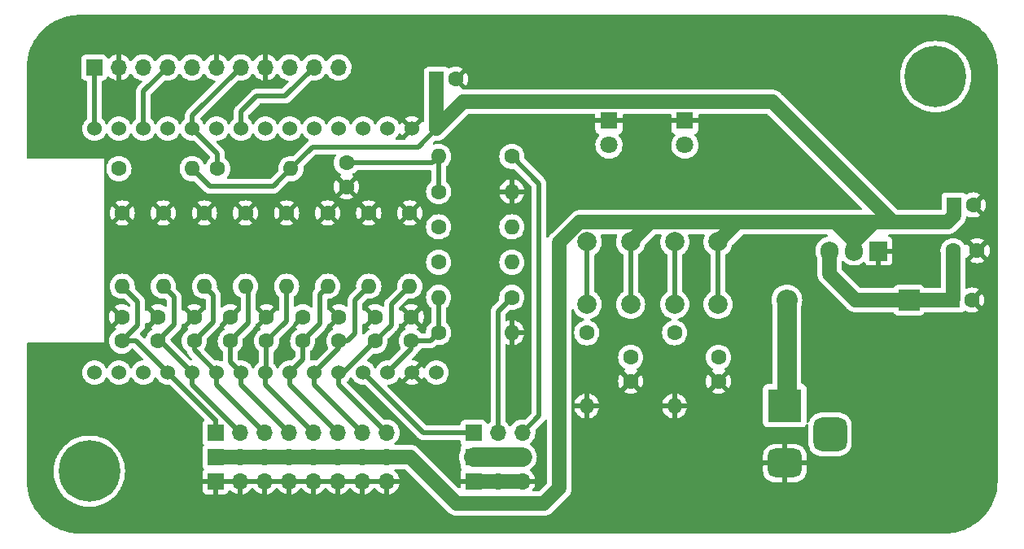
<source format=gtl>
G04 #@! TF.GenerationSoftware,KiCad,Pcbnew,6.0.4-6f826c9f35~116~ubuntu20.04.1*
G04 #@! TF.CreationDate,2022-04-25T20:45:32+02:00*
G04 #@! TF.ProjectId,Open_KIoT,4f70656e-5f4b-4496-9f54-2e6b69636164,rev?*
G04 #@! TF.SameCoordinates,Original*
G04 #@! TF.FileFunction,Copper,L1,Top*
G04 #@! TF.FilePolarity,Positive*
%FSLAX46Y46*%
G04 Gerber Fmt 4.6, Leading zero omitted, Abs format (unit mm)*
G04 Created by KiCad (PCBNEW 6.0.4-6f826c9f35~116~ubuntu20.04.1) date 2022-04-25 20:45:32*
%MOMM*%
%LPD*%
G01*
G04 APERTURE LIST*
G04 Aperture macros list*
%AMRoundRect*
0 Rectangle with rounded corners*
0 $1 Rounding radius*
0 $2 $3 $4 $5 $6 $7 $8 $9 X,Y pos of 4 corners*
0 Add a 4 corners polygon primitive as box body*
4,1,4,$2,$3,$4,$5,$6,$7,$8,$9,$2,$3,0*
0 Add four circle primitives for the rounded corners*
1,1,$1+$1,$2,$3*
1,1,$1+$1,$4,$5*
1,1,$1+$1,$6,$7*
1,1,$1+$1,$8,$9*
0 Add four rect primitives between the rounded corners*
20,1,$1+$1,$2,$3,$4,$5,0*
20,1,$1+$1,$4,$5,$6,$7,0*
20,1,$1+$1,$6,$7,$8,$9,0*
20,1,$1+$1,$8,$9,$2,$3,0*%
G04 Aperture macros list end*
G04 #@! TA.AperFunction,ComponentPad*
%ADD10R,1.800000X1.800000*%
G04 #@! TD*
G04 #@! TA.AperFunction,ComponentPad*
%ADD11C,1.800000*%
G04 #@! TD*
G04 #@! TA.AperFunction,ComponentPad*
%ADD12C,1.524000*%
G04 #@! TD*
G04 #@! TA.AperFunction,ComponentPad*
%ADD13C,2.000000*%
G04 #@! TD*
G04 #@! TA.AperFunction,ComponentPad*
%ADD14R,3.500000X3.500000*%
G04 #@! TD*
G04 #@! TA.AperFunction,ComponentPad*
%ADD15RoundRect,0.750000X1.000000X-0.750000X1.000000X0.750000X-1.000000X0.750000X-1.000000X-0.750000X0*%
G04 #@! TD*
G04 #@! TA.AperFunction,ComponentPad*
%ADD16RoundRect,0.875000X0.875000X-0.875000X0.875000X0.875000X-0.875000X0.875000X-0.875000X-0.875000X0*%
G04 #@! TD*
G04 #@! TA.AperFunction,ComponentPad*
%ADD17C,6.400000*%
G04 #@! TD*
G04 #@! TA.AperFunction,ComponentPad*
%ADD18C,0.800000*%
G04 #@! TD*
G04 #@! TA.AperFunction,ComponentPad*
%ADD19R,1.700000X1.700000*%
G04 #@! TD*
G04 #@! TA.AperFunction,ComponentPad*
%ADD20O,1.700000X1.700000*%
G04 #@! TD*
G04 #@! TA.AperFunction,ComponentPad*
%ADD21C,1.600000*%
G04 #@! TD*
G04 #@! TA.AperFunction,ComponentPad*
%ADD22O,1.600000X1.600000*%
G04 #@! TD*
G04 #@! TA.AperFunction,ComponentPad*
%ADD23R,1.905000X2.000000*%
G04 #@! TD*
G04 #@! TA.AperFunction,ComponentPad*
%ADD24O,1.905000X2.000000*%
G04 #@! TD*
G04 #@! TA.AperFunction,ComponentPad*
%ADD25R,1.600000X1.600000*%
G04 #@! TD*
G04 #@! TA.AperFunction,ComponentPad*
%ADD26R,2.200000X2.200000*%
G04 #@! TD*
G04 #@! TA.AperFunction,ComponentPad*
%ADD27O,2.200000X2.200000*%
G04 #@! TD*
G04 #@! TA.AperFunction,ViaPad*
%ADD28C,0.800000*%
G04 #@! TD*
G04 #@! TA.AperFunction,Conductor*
%ADD29C,0.500000*%
G04 #@! TD*
G04 #@! TA.AperFunction,Conductor*
%ADD30C,1.500000*%
G04 #@! TD*
G04 #@! TA.AperFunction,Conductor*
%ADD31C,2.000000*%
G04 #@! TD*
G04 APERTURE END LIST*
D10*
X128247500Y-124545000D03*
D11*
X128247500Y-127085000D03*
D10*
X120347500Y-124545000D03*
D11*
X120347500Y-127085000D03*
D12*
X66841100Y-150768100D03*
X69381100Y-150768100D03*
X71921100Y-150768100D03*
X74461100Y-150768100D03*
X77001100Y-150768100D03*
X79541100Y-150768100D03*
X82081100Y-150768100D03*
X84621100Y-150768100D03*
X87161100Y-150768100D03*
X89701100Y-150768100D03*
X92241100Y-150768100D03*
X94781100Y-150768100D03*
X97321100Y-150768100D03*
X99861100Y-150768100D03*
X102401100Y-150768100D03*
X102401100Y-125368100D03*
X99861100Y-125368100D03*
X97321100Y-125368100D03*
X94781100Y-125368100D03*
X92241100Y-125368100D03*
X89701100Y-125368100D03*
X87161100Y-125368100D03*
X84621100Y-125368100D03*
X82081100Y-125368100D03*
X79541100Y-125368100D03*
X77001100Y-125368100D03*
X74461100Y-125368100D03*
X71921100Y-125368100D03*
X69381100Y-125368100D03*
X66841100Y-125368100D03*
D13*
X118097500Y-143670000D03*
X118097500Y-137170000D03*
X122597500Y-137170000D03*
X122597500Y-143670000D03*
X127197500Y-143670000D03*
X127197500Y-137170000D03*
X131697500Y-137170000D03*
X131697500Y-143670000D03*
D14*
X138642500Y-154200000D03*
D15*
X138642500Y-160200000D03*
D16*
X143342500Y-157200000D03*
D17*
X66300000Y-161040000D03*
D18*
X67997056Y-159342944D03*
X63900000Y-161040000D03*
X67997056Y-162737056D03*
X68700000Y-161040000D03*
X66300000Y-163440000D03*
X64602944Y-162737056D03*
X66300000Y-158640000D03*
X64602944Y-159342944D03*
D19*
X106258900Y-162096400D03*
D20*
X108798900Y-162096400D03*
X111338900Y-162096400D03*
D19*
X79433900Y-159556400D03*
D20*
X81973900Y-159556400D03*
X84513900Y-159556400D03*
X87053900Y-159556400D03*
X89593900Y-159556400D03*
X92133900Y-159556400D03*
X94673900Y-159556400D03*
X97213900Y-159556400D03*
D19*
X106258900Y-157016400D03*
D20*
X108798900Y-157016400D03*
X111338900Y-157016400D03*
D19*
X79433900Y-162096400D03*
D20*
X81973900Y-162096400D03*
X84513900Y-162096400D03*
X87053900Y-162096400D03*
X89593900Y-162096400D03*
X92133900Y-162096400D03*
X94673900Y-162096400D03*
X97213900Y-162096400D03*
X92200000Y-119000000D03*
X89660000Y-119000000D03*
X87120000Y-119000000D03*
X84580000Y-119000000D03*
X82040000Y-119000000D03*
X79500000Y-119000000D03*
X76960000Y-119000000D03*
X74420000Y-119000000D03*
X71880000Y-119000000D03*
X69340000Y-119000000D03*
D19*
X66800000Y-119000000D03*
X106258900Y-159556400D03*
D20*
X108798900Y-159556400D03*
X111338900Y-159556400D03*
D17*
X154330000Y-119960000D03*
D18*
X152632944Y-121657056D03*
X156027056Y-118262944D03*
X154330000Y-122360000D03*
X156730000Y-119960000D03*
X156027056Y-121657056D03*
X154330000Y-117560000D03*
X151930000Y-119960000D03*
X152632944Y-118262944D03*
D19*
X79433900Y-157016400D03*
D20*
X81973900Y-157016400D03*
X84513900Y-157016400D03*
X87053900Y-157016400D03*
X89593900Y-157016400D03*
X92133900Y-157016400D03*
X94673900Y-157016400D03*
X97213900Y-157016400D03*
D21*
X99637500Y-134160000D03*
D22*
X99637500Y-141780000D03*
D21*
X74000357Y-134160000D03*
D22*
X74000357Y-141780000D03*
D21*
X84732500Y-147480000D03*
X84732500Y-144980000D03*
X69377500Y-129540000D03*
D22*
X76997500Y-129540000D03*
D21*
X127180832Y-146620000D03*
D22*
X127180832Y-154240000D03*
D21*
X110247500Y-142940000D03*
D22*
X102627500Y-142940000D03*
D21*
X82546071Y-134160000D03*
D22*
X82546071Y-141780000D03*
D21*
X93057500Y-131420000D03*
X93057500Y-128920000D03*
X91091785Y-134160000D03*
D22*
X91091785Y-141780000D03*
D21*
X69677500Y-147480000D03*
X69677500Y-144980000D03*
X102627500Y-131930000D03*
D22*
X110247500Y-131930000D03*
D21*
X77205000Y-147480000D03*
X77205000Y-144980000D03*
X88496250Y-147480000D03*
X88496250Y-144980000D03*
X156147500Y-138070000D03*
X158647500Y-138070000D03*
X92260000Y-147480000D03*
X92260000Y-144980000D03*
X79647500Y-129540000D03*
D22*
X87267500Y-129540000D03*
D21*
X96023750Y-147480000D03*
X96023750Y-144980000D03*
D23*
X148380000Y-138110000D03*
D24*
X145840000Y-138110000D03*
X143300000Y-138110000D03*
D22*
X95364642Y-141780000D03*
D21*
X95364642Y-134160000D03*
D25*
X156247500Y-133320000D03*
D21*
X158247500Y-133320000D03*
X122614166Y-149180000D03*
X122614166Y-151680000D03*
D26*
X151552613Y-143220000D03*
D27*
X138852613Y-143220000D03*
D21*
X131747500Y-149180000D03*
X131747500Y-151680000D03*
X110247500Y-128260000D03*
D22*
X102627500Y-128260000D03*
D21*
X99787500Y-147480000D03*
X99787500Y-144980000D03*
X78273214Y-134160000D03*
D22*
X78273214Y-141780000D03*
D21*
X102627500Y-146610000D03*
D22*
X110247500Y-146610000D03*
D21*
X73441250Y-147480000D03*
X73441250Y-144980000D03*
D25*
X156092388Y-143220000D03*
D21*
X158092388Y-143220000D03*
X118047500Y-146620000D03*
D22*
X118047500Y-154240000D03*
D25*
X102412388Y-120220000D03*
D21*
X104412388Y-120220000D03*
X86818928Y-134160000D03*
D22*
X86818928Y-141780000D03*
D21*
X102627500Y-135600000D03*
D22*
X110247500Y-135600000D03*
D21*
X102627500Y-139270000D03*
D22*
X110247500Y-139270000D03*
D21*
X80968750Y-147480000D03*
X80968750Y-144980000D03*
X69727500Y-134160000D03*
D22*
X69727500Y-141780000D03*
D28*
X121990000Y-165540000D03*
X119190000Y-162670000D03*
X73547500Y-129020000D03*
X128547500Y-139020000D03*
X148547500Y-124020000D03*
X143547500Y-124020000D03*
X133547500Y-129020000D03*
X110717500Y-149150000D03*
X107207500Y-125770000D03*
X148547500Y-119020000D03*
X105817500Y-154010000D03*
X133547500Y-119020000D03*
X74300000Y-121400000D03*
X118547500Y-119020000D03*
X153547500Y-129020000D03*
X63547500Y-119020000D03*
X133547500Y-154020000D03*
X124500000Y-162700000D03*
X100970000Y-130340000D03*
X138547500Y-129020000D03*
X73547500Y-159020000D03*
X113547500Y-129020000D03*
X73547500Y-154020000D03*
X108547500Y-119020000D03*
X63547500Y-154020000D03*
X116987500Y-129050000D03*
X107200000Y-137200000D03*
X133547500Y-139020000D03*
X83547500Y-129020000D03*
X148547500Y-129020000D03*
X123547500Y-129020000D03*
X143547500Y-119020000D03*
X123547500Y-119020000D03*
X63547500Y-124020000D03*
X119200000Y-131800000D03*
X113547500Y-119020000D03*
X70630000Y-122510000D03*
X110667500Y-154060000D03*
X148180000Y-145690000D03*
X138547500Y-139020000D03*
X123547500Y-154020000D03*
X89840000Y-121600000D03*
X63547500Y-149020000D03*
X128547500Y-119020000D03*
X128547500Y-129020000D03*
X105867500Y-149100000D03*
X68547500Y-154020000D03*
X138547500Y-119020000D03*
D29*
X100511065Y-127280000D02*
X89527500Y-127280000D01*
D30*
X102401100Y-125368100D02*
X102401100Y-125389965D01*
D29*
X89527500Y-127280000D02*
X87267500Y-129540000D01*
X102401100Y-125389965D02*
X100511065Y-127280000D01*
D30*
X111338900Y-162096400D02*
X106258900Y-162096400D01*
D29*
X77001100Y-124038900D02*
X82040000Y-119000000D01*
X77001100Y-125368100D02*
X77001100Y-124038900D01*
X118097500Y-137170000D02*
X118097500Y-143670000D01*
X127197500Y-137170000D02*
X127197500Y-143670000D01*
D30*
X151552613Y-143220000D02*
X156092388Y-143220000D01*
X156147500Y-143164888D02*
X156092388Y-143220000D01*
X156147500Y-138070000D02*
X156147500Y-143164888D01*
X146020000Y-143220000D02*
X151552613Y-143220000D01*
D31*
X106258900Y-159556400D02*
X111338900Y-159556400D01*
D30*
X143300000Y-138110000D02*
X143300000Y-140500000D01*
X143300000Y-140500000D02*
X146020000Y-143220000D01*
D29*
X87267500Y-129540000D02*
X85417989Y-131389511D01*
D30*
X137375489Y-122595489D02*
X149900489Y-135120489D01*
X102412388Y-125356812D02*
X102401100Y-125368100D01*
X99678920Y-159556400D02*
X104517500Y-164394980D01*
X145620489Y-135120489D02*
X143879511Y-135120489D01*
X113605020Y-164394980D02*
X115200000Y-162800000D01*
X97213900Y-159556400D02*
X99678920Y-159556400D01*
D29*
X78847011Y-131389511D02*
X76997500Y-129540000D01*
D30*
X97213900Y-159556400D02*
X79433900Y-159556400D01*
X115200000Y-162800000D02*
X115200000Y-137239763D01*
X131697500Y-137170000D02*
X133747011Y-135120489D01*
X135047989Y-135120489D02*
X124647011Y-135120489D01*
X155547011Y-135120489D02*
X149900489Y-135120489D01*
X124647011Y-135120489D02*
X122597500Y-137170000D01*
X145840000Y-137220000D02*
X147939511Y-135120489D01*
X102401100Y-125368100D02*
X105173711Y-122595489D01*
X145840000Y-137080978D02*
X143879511Y-135120489D01*
D29*
X131697500Y-143670000D02*
X131697500Y-137170000D01*
D30*
X145840000Y-138110000D02*
X145840000Y-137220000D01*
X133747011Y-135120489D02*
X135047989Y-135120489D01*
X117319274Y-135120489D02*
X124647011Y-135120489D01*
X156247500Y-133320000D02*
X156247500Y-134420000D01*
X102412388Y-120220000D02*
X102412388Y-125356812D01*
X104517500Y-164394980D02*
X113605020Y-164394980D01*
X115200000Y-137239763D02*
X117319274Y-135120489D01*
X143879511Y-135120489D02*
X135047989Y-135120489D01*
X145840000Y-138110000D02*
X145840000Y-135340000D01*
D29*
X122597500Y-143670000D02*
X122597500Y-137170000D01*
X85417989Y-131389511D02*
X78847011Y-131389511D01*
D30*
X147939511Y-135120489D02*
X145620489Y-135120489D01*
X156247500Y-134420000D02*
X155547011Y-135120489D01*
X105173711Y-122595489D02*
X137375489Y-122595489D01*
X145840000Y-135340000D02*
X145620489Y-135120489D01*
X149900489Y-135120489D02*
X147939511Y-135120489D01*
X145840000Y-138110000D02*
X145840000Y-137080978D01*
X138852613Y-153989887D02*
X138642500Y-154200000D01*
D31*
X138852613Y-143220000D02*
X138852613Y-153989887D01*
D29*
X89660000Y-119000000D02*
X86660000Y-122000000D01*
X82081100Y-125368100D02*
X82081100Y-123618900D01*
X86660000Y-122000000D02*
X83700000Y-122000000D01*
X82081100Y-123618900D02*
X83700000Y-122000000D01*
X66841100Y-119041100D02*
X66800000Y-119000000D01*
X66841100Y-125368100D02*
X66841100Y-119041100D01*
X79647500Y-129540000D02*
X79647500Y-128014500D01*
X79647500Y-128014500D02*
X77001100Y-125368100D01*
X71921100Y-125368100D02*
X71921100Y-121498900D01*
X71921100Y-121498900D02*
X74420000Y-119000000D01*
X71173000Y-147480000D02*
X69677500Y-147480000D01*
X79433900Y-156986400D02*
X79433900Y-155706400D01*
X71327011Y-145830489D02*
X71327011Y-143379511D01*
X69677500Y-147480000D02*
X71327011Y-145830489D01*
X74461100Y-150768100D02*
X71173000Y-147480000D01*
X71327011Y-143379511D02*
X69727500Y-141780000D01*
X79399400Y-155706400D02*
X74461100Y-150768100D01*
X79433900Y-155706400D02*
X79399400Y-155706400D01*
X86818928Y-145393572D02*
X86818928Y-141780000D01*
X84732500Y-150656700D02*
X84621100Y-150768100D01*
X84621100Y-152013600D02*
X89593900Y-156986400D01*
X84732500Y-147480000D02*
X86818928Y-145393572D01*
X84621100Y-150768100D02*
X84621100Y-152013600D01*
X84732500Y-147480000D02*
X84732500Y-150656700D01*
X73441250Y-147480000D02*
X75147500Y-145773750D01*
X73713000Y-147480000D02*
X77001100Y-150768100D01*
X77001100Y-152013600D02*
X81973900Y-156986400D01*
X75147500Y-145773750D02*
X75147500Y-142927143D01*
X77001100Y-150768100D02*
X77001100Y-152013600D01*
X77001100Y-150768100D02*
X77535600Y-150768100D01*
X73441250Y-147480000D02*
X73713000Y-147480000D01*
X75147500Y-142927143D02*
X74000357Y-141780000D01*
X87161100Y-152013600D02*
X92133900Y-156986400D01*
X88496250Y-147480000D02*
X90267500Y-145708750D01*
X87161100Y-150768100D02*
X87161100Y-152013600D01*
X88496250Y-149432950D02*
X87161100Y-150768100D01*
X90267500Y-145708750D02*
X90267500Y-142604285D01*
X88496250Y-147480000D02*
X88496250Y-149432950D01*
X90267500Y-142604285D02*
X91091785Y-141780000D01*
X80075600Y-150768100D02*
X79541100Y-150768100D01*
X79177500Y-145507500D02*
X79177500Y-142684286D01*
X79541100Y-152013600D02*
X84513900Y-156986400D01*
X79177500Y-142684286D02*
X78273214Y-141780000D01*
X77205000Y-148432000D02*
X79541100Y-150768100D01*
X79541100Y-150768100D02*
X79541100Y-152013600D01*
X77205000Y-147480000D02*
X79177500Y-145507500D01*
X77205000Y-147480000D02*
X77205000Y-148432000D01*
X89701100Y-152013600D02*
X94673900Y-156986400D01*
X89701100Y-150768100D02*
X89701100Y-152013600D01*
X93177500Y-147480000D02*
X92260000Y-147480000D01*
X93957500Y-146700000D02*
X93177500Y-147480000D01*
X93957500Y-143187142D02*
X93957500Y-146700000D01*
X92260000Y-148209200D02*
X89701100Y-150768100D01*
X95364642Y-141780000D02*
X93957500Y-143187142D01*
X92260000Y-147480000D02*
X92260000Y-148209200D01*
X82867500Y-145581250D02*
X82867500Y-142101429D01*
X80968750Y-149655750D02*
X82081100Y-150768100D01*
X82867500Y-142101429D02*
X82546071Y-141780000D01*
X82081100Y-152013600D02*
X87053900Y-156986400D01*
X80968750Y-147480000D02*
X80968750Y-149655750D01*
X82081100Y-150768100D02*
X82081100Y-152013600D01*
X80968750Y-147480000D02*
X82867500Y-145581250D01*
X92241100Y-150768100D02*
X92241100Y-152013600D01*
X97693750Y-145810000D02*
X96023750Y-147480000D01*
X97727500Y-143690000D02*
X97727500Y-145810000D01*
X92241100Y-152013600D02*
X97213900Y-156986400D01*
X96023750Y-147480000D02*
X92735650Y-150768100D01*
X92735650Y-150768100D02*
X92241100Y-150768100D01*
X99637500Y-141780000D02*
X97727500Y-143690000D01*
X97727500Y-145810000D02*
X97693750Y-145810000D01*
X94781100Y-150768100D02*
X101029400Y-157016400D01*
X101029400Y-157016400D02*
X106258900Y-157016400D01*
X108798900Y-144388600D02*
X108798900Y-157016400D01*
X110247500Y-142940000D02*
X108798900Y-144388600D01*
X113077500Y-131090000D02*
X110247500Y-128260000D01*
X111338900Y-157016400D02*
X113077500Y-155277800D01*
X113077500Y-155277800D02*
X113077500Y-131090000D01*
X99787500Y-148301700D02*
X97321100Y-150768100D01*
X99787500Y-147480000D02*
X99787500Y-148301700D01*
X99787500Y-147480000D02*
X101757500Y-147480000D01*
X102627500Y-146610000D02*
X102627500Y-142940000D01*
X101757500Y-147480000D02*
X102627500Y-146610000D01*
X93057500Y-128920000D02*
X101967500Y-128920000D01*
X102627500Y-131930000D02*
X102627500Y-128260000D01*
X101967500Y-128920000D02*
X102627500Y-128260000D01*
G04 #@! TA.AperFunction,Conductor*
G36*
X155260018Y-113540000D02*
G01*
X155274851Y-113542310D01*
X155274855Y-113542310D01*
X155283724Y-113543691D01*
X155304664Y-113540953D01*
X155326202Y-113539997D01*
X155514026Y-113547766D01*
X155738278Y-113557041D01*
X155748656Y-113557901D01*
X156024674Y-113592307D01*
X156188702Y-113612753D01*
X156198967Y-113614465D01*
X156362054Y-113648661D01*
X156632976Y-113705467D01*
X156643072Y-113708023D01*
X157068101Y-113834561D01*
X157077938Y-113837938D01*
X157491081Y-113999147D01*
X157500581Y-114003314D01*
X157898983Y-114198081D01*
X157908141Y-114203037D01*
X158289085Y-114430030D01*
X158297804Y-114435726D01*
X158658705Y-114693405D01*
X158666923Y-114699801D01*
X159005326Y-114986413D01*
X159012987Y-114993467D01*
X159326533Y-115307013D01*
X159333587Y-115314674D01*
X159620199Y-115653077D01*
X159626595Y-115661295D01*
X159884274Y-116022196D01*
X159889970Y-116030915D01*
X160066426Y-116327046D01*
X160116963Y-116411859D01*
X160121918Y-116421015D01*
X160279053Y-116742439D01*
X160316682Y-116819411D01*
X160320853Y-116828919D01*
X160482062Y-117242062D01*
X160485439Y-117251899D01*
X160611977Y-117676928D01*
X160614533Y-117687024D01*
X160680797Y-118003051D01*
X160705534Y-118121030D01*
X160707248Y-118131302D01*
X160762099Y-118571344D01*
X160762959Y-118581722D01*
X160770305Y-118759324D01*
X160779216Y-118974771D01*
X160779694Y-118986335D01*
X160778302Y-119010920D01*
X160776309Y-119023724D01*
X160777473Y-119032626D01*
X160777473Y-119032628D01*
X160780436Y-119055283D01*
X160781500Y-119071621D01*
X160781500Y-161980633D01*
X160780000Y-162000018D01*
X160777690Y-162014851D01*
X160777690Y-162014855D01*
X160776309Y-162023724D01*
X160779047Y-162044659D01*
X160780003Y-162066202D01*
X160774381Y-162202135D01*
X160762959Y-162478278D01*
X160762099Y-162488656D01*
X160710190Y-162905099D01*
X160707248Y-162928698D01*
X160705535Y-162938967D01*
X160688952Y-163018053D01*
X160614533Y-163372976D01*
X160611977Y-163383072D01*
X160485439Y-163808101D01*
X160482062Y-163817938D01*
X160320853Y-164231081D01*
X160316686Y-164240581D01*
X160121919Y-164638983D01*
X160116964Y-164648139D01*
X160066149Y-164733418D01*
X159889970Y-165029085D01*
X159884274Y-165037804D01*
X159626595Y-165398705D01*
X159620199Y-165406923D01*
X159333587Y-165745326D01*
X159326533Y-165752987D01*
X159012987Y-166066533D01*
X159005326Y-166073587D01*
X158666923Y-166360199D01*
X158658705Y-166366595D01*
X158297804Y-166624274D01*
X158289085Y-166629970D01*
X157908141Y-166856963D01*
X157898985Y-166861918D01*
X157500581Y-167056686D01*
X157491081Y-167060853D01*
X157077938Y-167222062D01*
X157068101Y-167225439D01*
X156643072Y-167351977D01*
X156632975Y-167354533D01*
X156198967Y-167445535D01*
X156188702Y-167447247D01*
X156024674Y-167467693D01*
X155748656Y-167502099D01*
X155738278Y-167502959D01*
X155560676Y-167510305D01*
X155333661Y-167519694D01*
X155309080Y-167518302D01*
X155296276Y-167516309D01*
X155287374Y-167517473D01*
X155287372Y-167517473D01*
X155272323Y-167519441D01*
X155264714Y-167520436D01*
X155248379Y-167521500D01*
X65339367Y-167521500D01*
X65319982Y-167520000D01*
X65305149Y-167517690D01*
X65305145Y-167517690D01*
X65296276Y-167516309D01*
X65275336Y-167519047D01*
X65253798Y-167520003D01*
X65065974Y-167512234D01*
X64841722Y-167502959D01*
X64831344Y-167502099D01*
X64555326Y-167467693D01*
X64391298Y-167447247D01*
X64381033Y-167445535D01*
X63947025Y-167354533D01*
X63936928Y-167351977D01*
X63511899Y-167225439D01*
X63502062Y-167222062D01*
X63088919Y-167060853D01*
X63079419Y-167056686D01*
X62681015Y-166861918D01*
X62671859Y-166856963D01*
X62290915Y-166629970D01*
X62282196Y-166624274D01*
X61921295Y-166366595D01*
X61913077Y-166360199D01*
X61574674Y-166073587D01*
X61567013Y-166066533D01*
X61253467Y-165752987D01*
X61246413Y-165745326D01*
X60959801Y-165406923D01*
X60953405Y-165398705D01*
X60695726Y-165037804D01*
X60690030Y-165029085D01*
X60513851Y-164733418D01*
X60463036Y-164648139D01*
X60458081Y-164638983D01*
X60263314Y-164240581D01*
X60259147Y-164231081D01*
X60097938Y-163817938D01*
X60094561Y-163808101D01*
X59968023Y-163383072D01*
X59965467Y-163372976D01*
X59891048Y-163018053D01*
X59874465Y-162938967D01*
X59872752Y-162928698D01*
X59869811Y-162905099D01*
X59817901Y-162488656D01*
X59817041Y-162478278D01*
X59800462Y-162077439D01*
X59802100Y-162051329D01*
X59802769Y-162047351D01*
X59802770Y-162047345D01*
X59803576Y-162042552D01*
X59803729Y-162030000D01*
X59799773Y-162002376D01*
X59798500Y-161984514D01*
X59798500Y-161040000D01*
X62586411Y-161040000D01*
X62606754Y-161428176D01*
X62607267Y-161431416D01*
X62607268Y-161431424D01*
X62630866Y-161580412D01*
X62667562Y-161812099D01*
X62768167Y-162187562D01*
X62769352Y-162190650D01*
X62769353Y-162190652D01*
X62775932Y-162207791D01*
X62907468Y-162550453D01*
X62908966Y-162553393D01*
X63044362Y-162819121D01*
X63083938Y-162896794D01*
X63085734Y-162899560D01*
X63085736Y-162899563D01*
X63280873Y-163200049D01*
X63295643Y-163222793D01*
X63404336Y-163357017D01*
X63533294Y-163516266D01*
X63540266Y-163524876D01*
X63815124Y-163799734D01*
X63817682Y-163801806D01*
X63817686Y-163801809D01*
X63966166Y-163922046D01*
X64117207Y-164044357D01*
X64119970Y-164046152D01*
X64119971Y-164046152D01*
X64419379Y-164240589D01*
X64443205Y-164256062D01*
X64446139Y-164257557D01*
X64446146Y-164257561D01*
X64744317Y-164409486D01*
X64789547Y-164432532D01*
X65152438Y-164571833D01*
X65527901Y-164672438D01*
X65731793Y-164704732D01*
X65908576Y-164732732D01*
X65908584Y-164732733D01*
X65911824Y-164733246D01*
X66300000Y-164753589D01*
X66688176Y-164733246D01*
X66691416Y-164732733D01*
X66691424Y-164732732D01*
X66868207Y-164704732D01*
X67072099Y-164672438D01*
X67447562Y-164571833D01*
X67810453Y-164432532D01*
X67855683Y-164409486D01*
X68153854Y-164257561D01*
X68153861Y-164257557D01*
X68156795Y-164256062D01*
X68180622Y-164240589D01*
X68480029Y-164046152D01*
X68480030Y-164046152D01*
X68482793Y-164044357D01*
X68633835Y-163922045D01*
X68782314Y-163801809D01*
X68782318Y-163801806D01*
X68784876Y-163799734D01*
X69059734Y-163524876D01*
X69066707Y-163516266D01*
X69195664Y-163357017D01*
X69304357Y-163222793D01*
X69319127Y-163200049D01*
X69454840Y-162991069D01*
X78075901Y-162991069D01*
X78076271Y-162997890D01*
X78081795Y-163048752D01*
X78085421Y-163064004D01*
X78130576Y-163184454D01*
X78139114Y-163200049D01*
X78215615Y-163302124D01*
X78228176Y-163314685D01*
X78330251Y-163391186D01*
X78345846Y-163399724D01*
X78466294Y-163444878D01*
X78481549Y-163448505D01*
X78532414Y-163454031D01*
X78539228Y-163454400D01*
X79161785Y-163454400D01*
X79177024Y-163449925D01*
X79178229Y-163448535D01*
X79179900Y-163440852D01*
X79179900Y-163436284D01*
X79687900Y-163436284D01*
X79692375Y-163451523D01*
X79693765Y-163452728D01*
X79701448Y-163454399D01*
X80328569Y-163454399D01*
X80335390Y-163454029D01*
X80386252Y-163448505D01*
X80401504Y-163444879D01*
X80521954Y-163399724D01*
X80537549Y-163391186D01*
X80639624Y-163314685D01*
X80652185Y-163302124D01*
X80728686Y-163200049D01*
X80737225Y-163184452D01*
X80778325Y-163074818D01*
X80820966Y-163018053D01*
X80887528Y-162993353D01*
X80956877Y-163008560D01*
X80991545Y-163036550D01*
X81017119Y-163066074D01*
X81024480Y-163073283D01*
X81188334Y-163209316D01*
X81196781Y-163215231D01*
X81380656Y-163322679D01*
X81389942Y-163327129D01*
X81588901Y-163403103D01*
X81598799Y-163405979D01*
X81702150Y-163427006D01*
X81716199Y-163425810D01*
X81719900Y-163415465D01*
X81719900Y-163414917D01*
X82227900Y-163414917D01*
X82231964Y-163428759D01*
X82245378Y-163430793D01*
X82252084Y-163429934D01*
X82262162Y-163427792D01*
X82466155Y-163366591D01*
X82475742Y-163362833D01*
X82666995Y-163269139D01*
X82675845Y-163263864D01*
X82849228Y-163140192D01*
X82857100Y-163133539D01*
X83007952Y-162983212D01*
X83014630Y-162975365D01*
X83141922Y-162798219D01*
X83143047Y-162799027D01*
X83190569Y-162755276D01*
X83260507Y-162743061D01*
X83325946Y-162770597D01*
X83353770Y-162802428D01*
X83411590Y-162896783D01*
X83417677Y-162905099D01*
X83557113Y-163066067D01*
X83564480Y-163073283D01*
X83728334Y-163209316D01*
X83736781Y-163215231D01*
X83920656Y-163322679D01*
X83929942Y-163327129D01*
X84128901Y-163403103D01*
X84138799Y-163405979D01*
X84242150Y-163427006D01*
X84256199Y-163425810D01*
X84259900Y-163415465D01*
X84259900Y-163414917D01*
X84767900Y-163414917D01*
X84771964Y-163428759D01*
X84785378Y-163430793D01*
X84792084Y-163429934D01*
X84802162Y-163427792D01*
X85006155Y-163366591D01*
X85015742Y-163362833D01*
X85206995Y-163269139D01*
X85215845Y-163263864D01*
X85389228Y-163140192D01*
X85397100Y-163133539D01*
X85547952Y-162983212D01*
X85554630Y-162975365D01*
X85681922Y-162798219D01*
X85683047Y-162799027D01*
X85730569Y-162755276D01*
X85800507Y-162743061D01*
X85865946Y-162770597D01*
X85893770Y-162802428D01*
X85951590Y-162896783D01*
X85957677Y-162905099D01*
X86097113Y-163066067D01*
X86104480Y-163073283D01*
X86268334Y-163209316D01*
X86276781Y-163215231D01*
X86460656Y-163322679D01*
X86469942Y-163327129D01*
X86668901Y-163403103D01*
X86678799Y-163405979D01*
X86782150Y-163427006D01*
X86796199Y-163425810D01*
X86799900Y-163415465D01*
X86799900Y-163414917D01*
X87307900Y-163414917D01*
X87311964Y-163428759D01*
X87325378Y-163430793D01*
X87332084Y-163429934D01*
X87342162Y-163427792D01*
X87546155Y-163366591D01*
X87555742Y-163362833D01*
X87746995Y-163269139D01*
X87755845Y-163263864D01*
X87929228Y-163140192D01*
X87937100Y-163133539D01*
X88087952Y-162983212D01*
X88094630Y-162975365D01*
X88221922Y-162798219D01*
X88223047Y-162799027D01*
X88270569Y-162755276D01*
X88340507Y-162743061D01*
X88405946Y-162770597D01*
X88433770Y-162802428D01*
X88491590Y-162896783D01*
X88497677Y-162905099D01*
X88637113Y-163066067D01*
X88644480Y-163073283D01*
X88808334Y-163209316D01*
X88816781Y-163215231D01*
X89000656Y-163322679D01*
X89009942Y-163327129D01*
X89208901Y-163403103D01*
X89218799Y-163405979D01*
X89322150Y-163427006D01*
X89336199Y-163425810D01*
X89339900Y-163415465D01*
X89339900Y-163414917D01*
X89847900Y-163414917D01*
X89851964Y-163428759D01*
X89865378Y-163430793D01*
X89872084Y-163429934D01*
X89882162Y-163427792D01*
X90086155Y-163366591D01*
X90095742Y-163362833D01*
X90286995Y-163269139D01*
X90295845Y-163263864D01*
X90469228Y-163140192D01*
X90477100Y-163133539D01*
X90627952Y-162983212D01*
X90634630Y-162975365D01*
X90761922Y-162798219D01*
X90763047Y-162799027D01*
X90810569Y-162755276D01*
X90880507Y-162743061D01*
X90945946Y-162770597D01*
X90973770Y-162802428D01*
X91031590Y-162896783D01*
X91037677Y-162905099D01*
X91177113Y-163066067D01*
X91184480Y-163073283D01*
X91348334Y-163209316D01*
X91356781Y-163215231D01*
X91540656Y-163322679D01*
X91549942Y-163327129D01*
X91748901Y-163403103D01*
X91758799Y-163405979D01*
X91862150Y-163427006D01*
X91876199Y-163425810D01*
X91879900Y-163415465D01*
X91879900Y-163414917D01*
X92387900Y-163414917D01*
X92391964Y-163428759D01*
X92405378Y-163430793D01*
X92412084Y-163429934D01*
X92422162Y-163427792D01*
X92626155Y-163366591D01*
X92635742Y-163362833D01*
X92826995Y-163269139D01*
X92835845Y-163263864D01*
X93009228Y-163140192D01*
X93017100Y-163133539D01*
X93167952Y-162983212D01*
X93174630Y-162975365D01*
X93301922Y-162798219D01*
X93303047Y-162799027D01*
X93350569Y-162755276D01*
X93420507Y-162743061D01*
X93485946Y-162770597D01*
X93513770Y-162802428D01*
X93571590Y-162896783D01*
X93577677Y-162905099D01*
X93717113Y-163066067D01*
X93724480Y-163073283D01*
X93888334Y-163209316D01*
X93896781Y-163215231D01*
X94080656Y-163322679D01*
X94089942Y-163327129D01*
X94288901Y-163403103D01*
X94298799Y-163405979D01*
X94402150Y-163427006D01*
X94416199Y-163425810D01*
X94419900Y-163415465D01*
X94419900Y-163414917D01*
X94927900Y-163414917D01*
X94931964Y-163428759D01*
X94945378Y-163430793D01*
X94952084Y-163429934D01*
X94962162Y-163427792D01*
X95166155Y-163366591D01*
X95175742Y-163362833D01*
X95366995Y-163269139D01*
X95375845Y-163263864D01*
X95549228Y-163140192D01*
X95557100Y-163133539D01*
X95707952Y-162983212D01*
X95714630Y-162975365D01*
X95841922Y-162798219D01*
X95843047Y-162799027D01*
X95890569Y-162755276D01*
X95960507Y-162743061D01*
X96025946Y-162770597D01*
X96053770Y-162802428D01*
X96111590Y-162896783D01*
X96117677Y-162905099D01*
X96257113Y-163066067D01*
X96264480Y-163073283D01*
X96428334Y-163209316D01*
X96436781Y-163215231D01*
X96620656Y-163322679D01*
X96629942Y-163327129D01*
X96828901Y-163403103D01*
X96838799Y-163405979D01*
X96942150Y-163427006D01*
X96956199Y-163425810D01*
X96959900Y-163415465D01*
X96959900Y-163414917D01*
X97467900Y-163414917D01*
X97471964Y-163428759D01*
X97485378Y-163430793D01*
X97492084Y-163429934D01*
X97502162Y-163427792D01*
X97706155Y-163366591D01*
X97715742Y-163362833D01*
X97906995Y-163269139D01*
X97915845Y-163263864D01*
X98089228Y-163140192D01*
X98097100Y-163133539D01*
X98247952Y-162983212D01*
X98254630Y-162975365D01*
X98378903Y-162802420D01*
X98384213Y-162793583D01*
X98478570Y-162602667D01*
X98482369Y-162593072D01*
X98544277Y-162389310D01*
X98546455Y-162379237D01*
X98547886Y-162368362D01*
X98545675Y-162354178D01*
X98532517Y-162350400D01*
X97486015Y-162350400D01*
X97470776Y-162354875D01*
X97469571Y-162356265D01*
X97467900Y-162363948D01*
X97467900Y-163414917D01*
X96959900Y-163414917D01*
X96959900Y-162368515D01*
X96955425Y-162353276D01*
X96954035Y-162352071D01*
X96946352Y-162350400D01*
X94946015Y-162350400D01*
X94930776Y-162354875D01*
X94929571Y-162356265D01*
X94927900Y-162363948D01*
X94927900Y-163414917D01*
X94419900Y-163414917D01*
X94419900Y-162368515D01*
X94415425Y-162353276D01*
X94414035Y-162352071D01*
X94406352Y-162350400D01*
X92406015Y-162350400D01*
X92390776Y-162354875D01*
X92389571Y-162356265D01*
X92387900Y-162363948D01*
X92387900Y-163414917D01*
X91879900Y-163414917D01*
X91879900Y-162368515D01*
X91875425Y-162353276D01*
X91874035Y-162352071D01*
X91866352Y-162350400D01*
X89866015Y-162350400D01*
X89850776Y-162354875D01*
X89849571Y-162356265D01*
X89847900Y-162363948D01*
X89847900Y-163414917D01*
X89339900Y-163414917D01*
X89339900Y-162368515D01*
X89335425Y-162353276D01*
X89334035Y-162352071D01*
X89326352Y-162350400D01*
X87326015Y-162350400D01*
X87310776Y-162354875D01*
X87309571Y-162356265D01*
X87307900Y-162363948D01*
X87307900Y-163414917D01*
X86799900Y-163414917D01*
X86799900Y-162368515D01*
X86795425Y-162353276D01*
X86794035Y-162352071D01*
X86786352Y-162350400D01*
X84786015Y-162350400D01*
X84770776Y-162354875D01*
X84769571Y-162356265D01*
X84767900Y-162363948D01*
X84767900Y-163414917D01*
X84259900Y-163414917D01*
X84259900Y-162368515D01*
X84255425Y-162353276D01*
X84254035Y-162352071D01*
X84246352Y-162350400D01*
X82246015Y-162350400D01*
X82230776Y-162354875D01*
X82229571Y-162356265D01*
X82227900Y-162363948D01*
X82227900Y-163414917D01*
X81719900Y-163414917D01*
X81719900Y-162368515D01*
X81715425Y-162353276D01*
X81714035Y-162352071D01*
X81706352Y-162350400D01*
X79706015Y-162350400D01*
X79690776Y-162354875D01*
X79689571Y-162356265D01*
X79687900Y-162363948D01*
X79687900Y-163436284D01*
X79179900Y-163436284D01*
X79179900Y-162368515D01*
X79175425Y-162353276D01*
X79174035Y-162352071D01*
X79166352Y-162350400D01*
X78094016Y-162350400D01*
X78078777Y-162354875D01*
X78077572Y-162356265D01*
X78075901Y-162363948D01*
X78075901Y-162991069D01*
X69454840Y-162991069D01*
X69514264Y-162899563D01*
X69514266Y-162899560D01*
X69516062Y-162896794D01*
X69555639Y-162819121D01*
X69691034Y-162553393D01*
X69692532Y-162550453D01*
X69824068Y-162207791D01*
X69830647Y-162190652D01*
X69830648Y-162190650D01*
X69831833Y-162187562D01*
X69932438Y-161812099D01*
X69969134Y-161580412D01*
X69992732Y-161431424D01*
X69992733Y-161431416D01*
X69993246Y-161428176D01*
X70013589Y-161040000D01*
X69993246Y-160651824D01*
X69992118Y-160644697D01*
X69932954Y-160271162D01*
X69932438Y-160267901D01*
X69831833Y-159892438D01*
X69817548Y-159855223D01*
X69693716Y-159532632D01*
X69692532Y-159529547D01*
X69654863Y-159455617D01*
X69517561Y-159186147D01*
X69517557Y-159186140D01*
X69516062Y-159183206D01*
X69436217Y-159060254D01*
X69306152Y-158859971D01*
X69306152Y-158859970D01*
X69304357Y-158857207D01*
X69092903Y-158596084D01*
X69061809Y-158557686D01*
X69061806Y-158557682D01*
X69059734Y-158555124D01*
X68784876Y-158280266D01*
X68766472Y-158265362D01*
X68568067Y-158104697D01*
X68482793Y-158035643D01*
X68413029Y-157990338D01*
X68159564Y-157825736D01*
X68159561Y-157825734D01*
X68156795Y-157823938D01*
X68153861Y-157822443D01*
X68153854Y-157822439D01*
X67813393Y-157648966D01*
X67810453Y-157647468D01*
X67535596Y-157541960D01*
X67450652Y-157509353D01*
X67450650Y-157509352D01*
X67447562Y-157508167D01*
X67072099Y-157407562D01*
X66868207Y-157375268D01*
X66691424Y-157347268D01*
X66691416Y-157347267D01*
X66688176Y-157346754D01*
X66300000Y-157326411D01*
X65911824Y-157346754D01*
X65908584Y-157347267D01*
X65908576Y-157347268D01*
X65731793Y-157375268D01*
X65527901Y-157407562D01*
X65152438Y-157508167D01*
X65149350Y-157509352D01*
X65149348Y-157509353D01*
X65064404Y-157541960D01*
X64789547Y-157647468D01*
X64786607Y-157648966D01*
X64446147Y-157822439D01*
X64446140Y-157822443D01*
X64443206Y-157823938D01*
X64440440Y-157825734D01*
X64440437Y-157825736D01*
X64192987Y-157986431D01*
X64117207Y-158035643D01*
X64031933Y-158104697D01*
X63833529Y-158265362D01*
X63815124Y-158280266D01*
X63540266Y-158555124D01*
X63538194Y-158557682D01*
X63538191Y-158557686D01*
X63507097Y-158596084D01*
X63295643Y-158857207D01*
X63293848Y-158859970D01*
X63293848Y-158859971D01*
X63163784Y-159060254D01*
X63083938Y-159183206D01*
X63082443Y-159186140D01*
X63082439Y-159186147D01*
X62945137Y-159455617D01*
X62907468Y-159529547D01*
X62906284Y-159532632D01*
X62782453Y-159855223D01*
X62768167Y-159892438D01*
X62667562Y-160267901D01*
X62667046Y-160271162D01*
X62607883Y-160644697D01*
X62606754Y-160651824D01*
X62586411Y-161040000D01*
X59798500Y-161040000D01*
X59798500Y-147756000D01*
X59818502Y-147687879D01*
X59872158Y-147641386D01*
X59924500Y-147630000D01*
X67807500Y-147630000D01*
X67807500Y-144985475D01*
X68364983Y-144985475D01*
X68383972Y-145202519D01*
X68385875Y-145213312D01*
X68442264Y-145423761D01*
X68446010Y-145434053D01*
X68538086Y-145631511D01*
X68543569Y-145641006D01*
X68580009Y-145693048D01*
X68590488Y-145701424D01*
X68603934Y-145694356D01*
X69305478Y-144992812D01*
X69313092Y-144978868D01*
X69312961Y-144977035D01*
X69308710Y-144970420D01*
X68603213Y-144264923D01*
X68591438Y-144258493D01*
X68579423Y-144267789D01*
X68543569Y-144318994D01*
X68538086Y-144328489D01*
X68446010Y-144525947D01*
X68442264Y-144536239D01*
X68385875Y-144746685D01*
X68383972Y-144757481D01*
X68364983Y-144974525D01*
X68364983Y-144985475D01*
X67807500Y-144985475D01*
X67807500Y-139270000D01*
X101314002Y-139270000D01*
X101333957Y-139498087D01*
X101335381Y-139503400D01*
X101335381Y-139503402D01*
X101366607Y-139619936D01*
X101393216Y-139719243D01*
X101395539Y-139724224D01*
X101395539Y-139724225D01*
X101487651Y-139921762D01*
X101487654Y-139921767D01*
X101489977Y-139926749D01*
X101621302Y-140114300D01*
X101783200Y-140276198D01*
X101787708Y-140279355D01*
X101787711Y-140279357D01*
X101865889Y-140334098D01*
X101970751Y-140407523D01*
X101975733Y-140409846D01*
X101975738Y-140409849D01*
X102143080Y-140487881D01*
X102178257Y-140504284D01*
X102183565Y-140505706D01*
X102183567Y-140505707D01*
X102394098Y-140562119D01*
X102394100Y-140562119D01*
X102399413Y-140563543D01*
X102627500Y-140583498D01*
X102855587Y-140563543D01*
X102860900Y-140562119D01*
X102860902Y-140562119D01*
X103071433Y-140505707D01*
X103071435Y-140505706D01*
X103076743Y-140504284D01*
X103111920Y-140487881D01*
X103279262Y-140409849D01*
X103279267Y-140409846D01*
X103284249Y-140407523D01*
X103389111Y-140334098D01*
X103467289Y-140279357D01*
X103467292Y-140279355D01*
X103471800Y-140276198D01*
X103633698Y-140114300D01*
X103765023Y-139926749D01*
X103767346Y-139921767D01*
X103767349Y-139921762D01*
X103859461Y-139724225D01*
X103859461Y-139724224D01*
X103861784Y-139719243D01*
X103888394Y-139619936D01*
X103919619Y-139503402D01*
X103919619Y-139503400D01*
X103921043Y-139498087D01*
X103940998Y-139270000D01*
X108934002Y-139270000D01*
X108953957Y-139498087D01*
X108955381Y-139503400D01*
X108955381Y-139503402D01*
X108986607Y-139619936D01*
X109013216Y-139719243D01*
X109015539Y-139724224D01*
X109015539Y-139724225D01*
X109107651Y-139921762D01*
X109107654Y-139921767D01*
X109109977Y-139926749D01*
X109241302Y-140114300D01*
X109403200Y-140276198D01*
X109407708Y-140279355D01*
X109407711Y-140279357D01*
X109485889Y-140334098D01*
X109590751Y-140407523D01*
X109595733Y-140409846D01*
X109595738Y-140409849D01*
X109763080Y-140487881D01*
X109798257Y-140504284D01*
X109803565Y-140505706D01*
X109803567Y-140505707D01*
X110014098Y-140562119D01*
X110014100Y-140562119D01*
X110019413Y-140563543D01*
X110247500Y-140583498D01*
X110475587Y-140563543D01*
X110480900Y-140562119D01*
X110480902Y-140562119D01*
X110691433Y-140505707D01*
X110691435Y-140505706D01*
X110696743Y-140504284D01*
X110731920Y-140487881D01*
X110899262Y-140409849D01*
X110899267Y-140409846D01*
X110904249Y-140407523D01*
X111009111Y-140334098D01*
X111087289Y-140279357D01*
X111087292Y-140279355D01*
X111091800Y-140276198D01*
X111253698Y-140114300D01*
X111385023Y-139926749D01*
X111387346Y-139921767D01*
X111387349Y-139921762D01*
X111479461Y-139724225D01*
X111479461Y-139724224D01*
X111481784Y-139719243D01*
X111508394Y-139619936D01*
X111539619Y-139503402D01*
X111539619Y-139503400D01*
X111541043Y-139498087D01*
X111560998Y-139270000D01*
X111541043Y-139041913D01*
X111481784Y-138820757D01*
X111435505Y-138721511D01*
X111387349Y-138618238D01*
X111387346Y-138618233D01*
X111385023Y-138613251D01*
X111259887Y-138434539D01*
X111256857Y-138430211D01*
X111256855Y-138430208D01*
X111253698Y-138425700D01*
X111091800Y-138263802D01*
X111087292Y-138260645D01*
X111087289Y-138260643D01*
X111009111Y-138205902D01*
X110904249Y-138132477D01*
X110899267Y-138130154D01*
X110899262Y-138130151D01*
X110701725Y-138038039D01*
X110701724Y-138038039D01*
X110696743Y-138035716D01*
X110691435Y-138034294D01*
X110691433Y-138034293D01*
X110480902Y-137977881D01*
X110480900Y-137977881D01*
X110475587Y-137976457D01*
X110247500Y-137956502D01*
X110019413Y-137976457D01*
X110014100Y-137977881D01*
X110014098Y-137977881D01*
X109803567Y-138034293D01*
X109803565Y-138034294D01*
X109798257Y-138035716D01*
X109793276Y-138038039D01*
X109793275Y-138038039D01*
X109595738Y-138130151D01*
X109595733Y-138130154D01*
X109590751Y-138132477D01*
X109485889Y-138205902D01*
X109407711Y-138260643D01*
X109407708Y-138260645D01*
X109403200Y-138263802D01*
X109241302Y-138425700D01*
X109238145Y-138430208D01*
X109238143Y-138430211D01*
X109235113Y-138434539D01*
X109109977Y-138613251D01*
X109107654Y-138618233D01*
X109107651Y-138618238D01*
X109059495Y-138721511D01*
X109013216Y-138820757D01*
X108953957Y-139041913D01*
X108934002Y-139270000D01*
X103940998Y-139270000D01*
X103921043Y-139041913D01*
X103861784Y-138820757D01*
X103815505Y-138721511D01*
X103767349Y-138618238D01*
X103767346Y-138618233D01*
X103765023Y-138613251D01*
X103639887Y-138434539D01*
X103636857Y-138430211D01*
X103636855Y-138430208D01*
X103633698Y-138425700D01*
X103471800Y-138263802D01*
X103467292Y-138260645D01*
X103467289Y-138260643D01*
X103389111Y-138205902D01*
X103284249Y-138132477D01*
X103279267Y-138130154D01*
X103279262Y-138130151D01*
X103081725Y-138038039D01*
X103081724Y-138038039D01*
X103076743Y-138035716D01*
X103071435Y-138034294D01*
X103071433Y-138034293D01*
X102860902Y-137977881D01*
X102860900Y-137977881D01*
X102855587Y-137976457D01*
X102627500Y-137956502D01*
X102399413Y-137976457D01*
X102394100Y-137977881D01*
X102394098Y-137977881D01*
X102183567Y-138034293D01*
X102183565Y-138034294D01*
X102178257Y-138035716D01*
X102173276Y-138038039D01*
X102173275Y-138038039D01*
X101975738Y-138130151D01*
X101975733Y-138130154D01*
X101970751Y-138132477D01*
X101865889Y-138205902D01*
X101787711Y-138260643D01*
X101787708Y-138260645D01*
X101783200Y-138263802D01*
X101621302Y-138425700D01*
X101618145Y-138430208D01*
X101618143Y-138430211D01*
X101615113Y-138434539D01*
X101489977Y-138613251D01*
X101487654Y-138618233D01*
X101487651Y-138618238D01*
X101439495Y-138721511D01*
X101393216Y-138820757D01*
X101333957Y-139041913D01*
X101314002Y-139270000D01*
X67807500Y-139270000D01*
X67807500Y-135600000D01*
X101314002Y-135600000D01*
X101333957Y-135828087D01*
X101393216Y-136049243D01*
X101395539Y-136054224D01*
X101395539Y-136054225D01*
X101487651Y-136251762D01*
X101487654Y-136251767D01*
X101489977Y-136256749D01*
X101549754Y-136342119D01*
X101603678Y-136419130D01*
X101621302Y-136444300D01*
X101783200Y-136606198D01*
X101787708Y-136609355D01*
X101787711Y-136609357D01*
X101855290Y-136656676D01*
X101970751Y-136737523D01*
X101975733Y-136739846D01*
X101975738Y-136739849D01*
X102173275Y-136831961D01*
X102178257Y-136834284D01*
X102183565Y-136835706D01*
X102183567Y-136835707D01*
X102394098Y-136892119D01*
X102394100Y-136892119D01*
X102399413Y-136893543D01*
X102627500Y-136913498D01*
X102855587Y-136893543D01*
X102860900Y-136892119D01*
X102860902Y-136892119D01*
X103071433Y-136835707D01*
X103071435Y-136835706D01*
X103076743Y-136834284D01*
X103081725Y-136831961D01*
X103279262Y-136739849D01*
X103279267Y-136739846D01*
X103284249Y-136737523D01*
X103399710Y-136656676D01*
X103467289Y-136609357D01*
X103467292Y-136609355D01*
X103471800Y-136606198D01*
X103633698Y-136444300D01*
X103651323Y-136419130D01*
X103705246Y-136342119D01*
X103765023Y-136256749D01*
X103767346Y-136251767D01*
X103767349Y-136251762D01*
X103859461Y-136054225D01*
X103859461Y-136054224D01*
X103861784Y-136049243D01*
X103921043Y-135828087D01*
X103940998Y-135600000D01*
X108934002Y-135600000D01*
X108953957Y-135828087D01*
X109013216Y-136049243D01*
X109015539Y-136054224D01*
X109015539Y-136054225D01*
X109107651Y-136251762D01*
X109107654Y-136251767D01*
X109109977Y-136256749D01*
X109169754Y-136342119D01*
X109223678Y-136419130D01*
X109241302Y-136444300D01*
X109403200Y-136606198D01*
X109407708Y-136609355D01*
X109407711Y-136609357D01*
X109475290Y-136656676D01*
X109590751Y-136737523D01*
X109595733Y-136739846D01*
X109595738Y-136739849D01*
X109793275Y-136831961D01*
X109798257Y-136834284D01*
X109803565Y-136835706D01*
X109803567Y-136835707D01*
X110014098Y-136892119D01*
X110014100Y-136892119D01*
X110019413Y-136893543D01*
X110247500Y-136913498D01*
X110475587Y-136893543D01*
X110480900Y-136892119D01*
X110480902Y-136892119D01*
X110691433Y-136835707D01*
X110691435Y-136835706D01*
X110696743Y-136834284D01*
X110701725Y-136831961D01*
X110899262Y-136739849D01*
X110899267Y-136739846D01*
X110904249Y-136737523D01*
X111019710Y-136656676D01*
X111087289Y-136609357D01*
X111087292Y-136609355D01*
X111091800Y-136606198D01*
X111253698Y-136444300D01*
X111271323Y-136419130D01*
X111325246Y-136342119D01*
X111385023Y-136256749D01*
X111387346Y-136251767D01*
X111387349Y-136251762D01*
X111479461Y-136054225D01*
X111479461Y-136054224D01*
X111481784Y-136049243D01*
X111541043Y-135828087D01*
X111560998Y-135600000D01*
X111541043Y-135371913D01*
X111538830Y-135363655D01*
X111483207Y-135156067D01*
X111483206Y-135156065D01*
X111481784Y-135150757D01*
X111475033Y-135136280D01*
X111387349Y-134948238D01*
X111387346Y-134948233D01*
X111385023Y-134943251D01*
X111299426Y-134821006D01*
X111256857Y-134760211D01*
X111256855Y-134760208D01*
X111253698Y-134755700D01*
X111091800Y-134593802D01*
X111087292Y-134590645D01*
X111087289Y-134590643D01*
X111001904Y-134530856D01*
X110904249Y-134462477D01*
X110899267Y-134460154D01*
X110899262Y-134460151D01*
X110701725Y-134368039D01*
X110701724Y-134368039D01*
X110696743Y-134365716D01*
X110691435Y-134364294D01*
X110691433Y-134364293D01*
X110480902Y-134307881D01*
X110480900Y-134307881D01*
X110475587Y-134306457D01*
X110247500Y-134286502D01*
X110019413Y-134306457D01*
X110014100Y-134307881D01*
X110014098Y-134307881D01*
X109803567Y-134364293D01*
X109803565Y-134364294D01*
X109798257Y-134365716D01*
X109793276Y-134368039D01*
X109793275Y-134368039D01*
X109595738Y-134460151D01*
X109595733Y-134460154D01*
X109590751Y-134462477D01*
X109493096Y-134530856D01*
X109407711Y-134590643D01*
X109407708Y-134590645D01*
X109403200Y-134593802D01*
X109241302Y-134755700D01*
X109238145Y-134760208D01*
X109238143Y-134760211D01*
X109195574Y-134821006D01*
X109109977Y-134943251D01*
X109107654Y-134948233D01*
X109107651Y-134948238D01*
X109019967Y-135136280D01*
X109013216Y-135150757D01*
X109011794Y-135156065D01*
X109011793Y-135156067D01*
X108956170Y-135363655D01*
X108953957Y-135371913D01*
X108934002Y-135600000D01*
X103940998Y-135600000D01*
X103921043Y-135371913D01*
X103918830Y-135363655D01*
X103863207Y-135156067D01*
X103863206Y-135156065D01*
X103861784Y-135150757D01*
X103855033Y-135136280D01*
X103767349Y-134948238D01*
X103767346Y-134948233D01*
X103765023Y-134943251D01*
X103679426Y-134821006D01*
X103636857Y-134760211D01*
X103636855Y-134760208D01*
X103633698Y-134755700D01*
X103471800Y-134593802D01*
X103467292Y-134590645D01*
X103467289Y-134590643D01*
X103381904Y-134530856D01*
X103284249Y-134462477D01*
X103279267Y-134460154D01*
X103279262Y-134460151D01*
X103081725Y-134368039D01*
X103081724Y-134368039D01*
X103076743Y-134365716D01*
X103071435Y-134364294D01*
X103071433Y-134364293D01*
X102860902Y-134307881D01*
X102860900Y-134307881D01*
X102855587Y-134306457D01*
X102627500Y-134286502D01*
X102399413Y-134306457D01*
X102394100Y-134307881D01*
X102394098Y-134307881D01*
X102183567Y-134364293D01*
X102183565Y-134364294D01*
X102178257Y-134365716D01*
X102173276Y-134368039D01*
X102173275Y-134368039D01*
X101975738Y-134460151D01*
X101975733Y-134460154D01*
X101970751Y-134462477D01*
X101873096Y-134530856D01*
X101787711Y-134590643D01*
X101787708Y-134590645D01*
X101783200Y-134593802D01*
X101621302Y-134755700D01*
X101618145Y-134760208D01*
X101618143Y-134760211D01*
X101575574Y-134821006D01*
X101489977Y-134943251D01*
X101487654Y-134948233D01*
X101487651Y-134948238D01*
X101399967Y-135136280D01*
X101393216Y-135150757D01*
X101391794Y-135156065D01*
X101391793Y-135156067D01*
X101336170Y-135363655D01*
X101333957Y-135371913D01*
X101314002Y-135600000D01*
X67807500Y-135600000D01*
X67807500Y-135246062D01*
X69005993Y-135246062D01*
X69015289Y-135258077D01*
X69066494Y-135293931D01*
X69075989Y-135299414D01*
X69273447Y-135391490D01*
X69283739Y-135395236D01*
X69494188Y-135451625D01*
X69504981Y-135453528D01*
X69722025Y-135472517D01*
X69732975Y-135472517D01*
X69950019Y-135453528D01*
X69960812Y-135451625D01*
X70171261Y-135395236D01*
X70181553Y-135391490D01*
X70379011Y-135299414D01*
X70388506Y-135293931D01*
X70440548Y-135257491D01*
X70448924Y-135247012D01*
X70448425Y-135246062D01*
X73278850Y-135246062D01*
X73288146Y-135258077D01*
X73339351Y-135293931D01*
X73348846Y-135299414D01*
X73546304Y-135391490D01*
X73556596Y-135395236D01*
X73767045Y-135451625D01*
X73777838Y-135453528D01*
X73994882Y-135472517D01*
X74005832Y-135472517D01*
X74222876Y-135453528D01*
X74233669Y-135451625D01*
X74444118Y-135395236D01*
X74454410Y-135391490D01*
X74651868Y-135299414D01*
X74661363Y-135293931D01*
X74713405Y-135257491D01*
X74721781Y-135247012D01*
X74721282Y-135246062D01*
X77551707Y-135246062D01*
X77561003Y-135258077D01*
X77612208Y-135293931D01*
X77621703Y-135299414D01*
X77819161Y-135391490D01*
X77829453Y-135395236D01*
X78039902Y-135451625D01*
X78050695Y-135453528D01*
X78267739Y-135472517D01*
X78278689Y-135472517D01*
X78495733Y-135453528D01*
X78506526Y-135451625D01*
X78716975Y-135395236D01*
X78727267Y-135391490D01*
X78924725Y-135299414D01*
X78934220Y-135293931D01*
X78986262Y-135257491D01*
X78994638Y-135247012D01*
X78994139Y-135246062D01*
X81824564Y-135246062D01*
X81833860Y-135258077D01*
X81885065Y-135293931D01*
X81894560Y-135299414D01*
X82092018Y-135391490D01*
X82102310Y-135395236D01*
X82312759Y-135451625D01*
X82323552Y-135453528D01*
X82540596Y-135472517D01*
X82551546Y-135472517D01*
X82768590Y-135453528D01*
X82779383Y-135451625D01*
X82989832Y-135395236D01*
X83000124Y-135391490D01*
X83197582Y-135299414D01*
X83207077Y-135293931D01*
X83259119Y-135257491D01*
X83267495Y-135247012D01*
X83266996Y-135246062D01*
X86097421Y-135246062D01*
X86106717Y-135258077D01*
X86157922Y-135293931D01*
X86167417Y-135299414D01*
X86364875Y-135391490D01*
X86375167Y-135395236D01*
X86585616Y-135451625D01*
X86596409Y-135453528D01*
X86813453Y-135472517D01*
X86824403Y-135472517D01*
X87041447Y-135453528D01*
X87052240Y-135451625D01*
X87262689Y-135395236D01*
X87272981Y-135391490D01*
X87470439Y-135299414D01*
X87479934Y-135293931D01*
X87531976Y-135257491D01*
X87540352Y-135247012D01*
X87539853Y-135246062D01*
X90370278Y-135246062D01*
X90379574Y-135258077D01*
X90430779Y-135293931D01*
X90440274Y-135299414D01*
X90637732Y-135391490D01*
X90648024Y-135395236D01*
X90858473Y-135451625D01*
X90869266Y-135453528D01*
X91086310Y-135472517D01*
X91097260Y-135472517D01*
X91314304Y-135453528D01*
X91325097Y-135451625D01*
X91535546Y-135395236D01*
X91545838Y-135391490D01*
X91743296Y-135299414D01*
X91752791Y-135293931D01*
X91804833Y-135257491D01*
X91813209Y-135247012D01*
X91812710Y-135246062D01*
X94643135Y-135246062D01*
X94652431Y-135258077D01*
X94703636Y-135293931D01*
X94713131Y-135299414D01*
X94910589Y-135391490D01*
X94920881Y-135395236D01*
X95131330Y-135451625D01*
X95142123Y-135453528D01*
X95359167Y-135472517D01*
X95370117Y-135472517D01*
X95587161Y-135453528D01*
X95597954Y-135451625D01*
X95808403Y-135395236D01*
X95818695Y-135391490D01*
X96016153Y-135299414D01*
X96025648Y-135293931D01*
X96077690Y-135257491D01*
X96086066Y-135247012D01*
X96085567Y-135246062D01*
X98915993Y-135246062D01*
X98925289Y-135258077D01*
X98976494Y-135293931D01*
X98985989Y-135299414D01*
X99183447Y-135391490D01*
X99193739Y-135395236D01*
X99404188Y-135451625D01*
X99414981Y-135453528D01*
X99632025Y-135472517D01*
X99642975Y-135472517D01*
X99860019Y-135453528D01*
X99870812Y-135451625D01*
X100081261Y-135395236D01*
X100091553Y-135391490D01*
X100289011Y-135299414D01*
X100298506Y-135293931D01*
X100350548Y-135257491D01*
X100358924Y-135247012D01*
X100351856Y-135233566D01*
X99650312Y-134532022D01*
X99636368Y-134524408D01*
X99634535Y-134524539D01*
X99627920Y-134528790D01*
X98922423Y-135234287D01*
X98915993Y-135246062D01*
X96085567Y-135246062D01*
X96078998Y-135233566D01*
X95377454Y-134532022D01*
X95363510Y-134524408D01*
X95361677Y-134524539D01*
X95355062Y-134528790D01*
X94649565Y-135234287D01*
X94643135Y-135246062D01*
X91812710Y-135246062D01*
X91806141Y-135233566D01*
X91104597Y-134532022D01*
X91090653Y-134524408D01*
X91088820Y-134524539D01*
X91082205Y-134528790D01*
X90376708Y-135234287D01*
X90370278Y-135246062D01*
X87539853Y-135246062D01*
X87533284Y-135233566D01*
X86831740Y-134532022D01*
X86817796Y-134524408D01*
X86815963Y-134524539D01*
X86809348Y-134528790D01*
X86103851Y-135234287D01*
X86097421Y-135246062D01*
X83266996Y-135246062D01*
X83260427Y-135233566D01*
X82558883Y-134532022D01*
X82544939Y-134524408D01*
X82543106Y-134524539D01*
X82536491Y-134528790D01*
X81830994Y-135234287D01*
X81824564Y-135246062D01*
X78994139Y-135246062D01*
X78987570Y-135233566D01*
X78286026Y-134532022D01*
X78272082Y-134524408D01*
X78270249Y-134524539D01*
X78263634Y-134528790D01*
X77558137Y-135234287D01*
X77551707Y-135246062D01*
X74721282Y-135246062D01*
X74714713Y-135233566D01*
X74013169Y-134532022D01*
X73999225Y-134524408D01*
X73997392Y-134524539D01*
X73990777Y-134528790D01*
X73285280Y-135234287D01*
X73278850Y-135246062D01*
X70448425Y-135246062D01*
X70441856Y-135233566D01*
X69740312Y-134532022D01*
X69726368Y-134524408D01*
X69724535Y-134524539D01*
X69717920Y-134528790D01*
X69012423Y-135234287D01*
X69005993Y-135246062D01*
X67807500Y-135246062D01*
X67807500Y-134165475D01*
X68414983Y-134165475D01*
X68433972Y-134382519D01*
X68435875Y-134393312D01*
X68492264Y-134603761D01*
X68496010Y-134614053D01*
X68588086Y-134811511D01*
X68593569Y-134821006D01*
X68630009Y-134873048D01*
X68640488Y-134881424D01*
X68653934Y-134874356D01*
X69355478Y-134172812D01*
X69361856Y-134161132D01*
X70091908Y-134161132D01*
X70092039Y-134162965D01*
X70096290Y-134169580D01*
X70801787Y-134875077D01*
X70813562Y-134881507D01*
X70825577Y-134872211D01*
X70861431Y-134821006D01*
X70866914Y-134811511D01*
X70958990Y-134614053D01*
X70962736Y-134603761D01*
X71019125Y-134393312D01*
X71021028Y-134382519D01*
X71040017Y-134165475D01*
X72687840Y-134165475D01*
X72706829Y-134382519D01*
X72708732Y-134393312D01*
X72765121Y-134603761D01*
X72768867Y-134614053D01*
X72860943Y-134811511D01*
X72866426Y-134821006D01*
X72902866Y-134873048D01*
X72913345Y-134881424D01*
X72926791Y-134874356D01*
X73628335Y-134172812D01*
X73634713Y-134161132D01*
X74364765Y-134161132D01*
X74364896Y-134162965D01*
X74369147Y-134169580D01*
X75074644Y-134875077D01*
X75086419Y-134881507D01*
X75098434Y-134872211D01*
X75134288Y-134821006D01*
X75139771Y-134811511D01*
X75231847Y-134614053D01*
X75235593Y-134603761D01*
X75291982Y-134393312D01*
X75293885Y-134382519D01*
X75312874Y-134165475D01*
X76960697Y-134165475D01*
X76979686Y-134382519D01*
X76981589Y-134393312D01*
X77037978Y-134603761D01*
X77041724Y-134614053D01*
X77133800Y-134811511D01*
X77139283Y-134821006D01*
X77175723Y-134873048D01*
X77186202Y-134881424D01*
X77199648Y-134874356D01*
X77901192Y-134172812D01*
X77907570Y-134161132D01*
X78637622Y-134161132D01*
X78637753Y-134162965D01*
X78642004Y-134169580D01*
X79347501Y-134875077D01*
X79359276Y-134881507D01*
X79371291Y-134872211D01*
X79407145Y-134821006D01*
X79412628Y-134811511D01*
X79504704Y-134614053D01*
X79508450Y-134603761D01*
X79564839Y-134393312D01*
X79566742Y-134382519D01*
X79585731Y-134165475D01*
X81233554Y-134165475D01*
X81252543Y-134382519D01*
X81254446Y-134393312D01*
X81310835Y-134603761D01*
X81314581Y-134614053D01*
X81406657Y-134811511D01*
X81412140Y-134821006D01*
X81448580Y-134873048D01*
X81459059Y-134881424D01*
X81472505Y-134874356D01*
X82174049Y-134172812D01*
X82180427Y-134161132D01*
X82910479Y-134161132D01*
X82910610Y-134162965D01*
X82914861Y-134169580D01*
X83620358Y-134875077D01*
X83632133Y-134881507D01*
X83644148Y-134872211D01*
X83680002Y-134821006D01*
X83685485Y-134811511D01*
X83777561Y-134614053D01*
X83781307Y-134603761D01*
X83837696Y-134393312D01*
X83839599Y-134382519D01*
X83858588Y-134165475D01*
X85506411Y-134165475D01*
X85525400Y-134382519D01*
X85527303Y-134393312D01*
X85583692Y-134603761D01*
X85587438Y-134614053D01*
X85679514Y-134811511D01*
X85684997Y-134821006D01*
X85721437Y-134873048D01*
X85731916Y-134881424D01*
X85745362Y-134874356D01*
X86446906Y-134172812D01*
X86453284Y-134161132D01*
X87183336Y-134161132D01*
X87183467Y-134162965D01*
X87187718Y-134169580D01*
X87893215Y-134875077D01*
X87904990Y-134881507D01*
X87917005Y-134872211D01*
X87952859Y-134821006D01*
X87958342Y-134811511D01*
X88050418Y-134614053D01*
X88054164Y-134603761D01*
X88110553Y-134393312D01*
X88112456Y-134382519D01*
X88131445Y-134165475D01*
X89779268Y-134165475D01*
X89798257Y-134382519D01*
X89800160Y-134393312D01*
X89856549Y-134603761D01*
X89860295Y-134614053D01*
X89952371Y-134811511D01*
X89957854Y-134821006D01*
X89994294Y-134873048D01*
X90004773Y-134881424D01*
X90018219Y-134874356D01*
X90719763Y-134172812D01*
X90726141Y-134161132D01*
X91456193Y-134161132D01*
X91456324Y-134162965D01*
X91460575Y-134169580D01*
X92166072Y-134875077D01*
X92177847Y-134881507D01*
X92189862Y-134872211D01*
X92225716Y-134821006D01*
X92231199Y-134811511D01*
X92323275Y-134614053D01*
X92327021Y-134603761D01*
X92383410Y-134393312D01*
X92385313Y-134382519D01*
X92404302Y-134165475D01*
X94052125Y-134165475D01*
X94071114Y-134382519D01*
X94073017Y-134393312D01*
X94129406Y-134603761D01*
X94133152Y-134614053D01*
X94225228Y-134811511D01*
X94230711Y-134821006D01*
X94267151Y-134873048D01*
X94277630Y-134881424D01*
X94291076Y-134874356D01*
X94992620Y-134172812D01*
X94998998Y-134161132D01*
X95729050Y-134161132D01*
X95729181Y-134162965D01*
X95733432Y-134169580D01*
X96438929Y-134875077D01*
X96450704Y-134881507D01*
X96462719Y-134872211D01*
X96498573Y-134821006D01*
X96504056Y-134811511D01*
X96596132Y-134614053D01*
X96599878Y-134603761D01*
X96656267Y-134393312D01*
X96658170Y-134382519D01*
X96677159Y-134165475D01*
X98324983Y-134165475D01*
X98343972Y-134382519D01*
X98345875Y-134393312D01*
X98402264Y-134603761D01*
X98406010Y-134614053D01*
X98498086Y-134811511D01*
X98503569Y-134821006D01*
X98540009Y-134873048D01*
X98550488Y-134881424D01*
X98563934Y-134874356D01*
X99265478Y-134172812D01*
X99271856Y-134161132D01*
X100001908Y-134161132D01*
X100002039Y-134162965D01*
X100006290Y-134169580D01*
X100711787Y-134875077D01*
X100723562Y-134881507D01*
X100735577Y-134872211D01*
X100771431Y-134821006D01*
X100776914Y-134811511D01*
X100868990Y-134614053D01*
X100872736Y-134603761D01*
X100929125Y-134393312D01*
X100931028Y-134382519D01*
X100950017Y-134165475D01*
X100950017Y-134154525D01*
X100931028Y-133937481D01*
X100929125Y-133926688D01*
X100872736Y-133716239D01*
X100868990Y-133705947D01*
X100776914Y-133508489D01*
X100771431Y-133498994D01*
X100734991Y-133446952D01*
X100724512Y-133438576D01*
X100711066Y-133445644D01*
X100009522Y-134147188D01*
X100001908Y-134161132D01*
X99271856Y-134161132D01*
X99273092Y-134158868D01*
X99272961Y-134157035D01*
X99268710Y-134150420D01*
X98563213Y-133444923D01*
X98551438Y-133438493D01*
X98539423Y-133447789D01*
X98503569Y-133498994D01*
X98498086Y-133508489D01*
X98406010Y-133705947D01*
X98402264Y-133716239D01*
X98345875Y-133926688D01*
X98343972Y-133937481D01*
X98324983Y-134154525D01*
X98324983Y-134165475D01*
X96677159Y-134165475D01*
X96677159Y-134154525D01*
X96658170Y-133937481D01*
X96656267Y-133926688D01*
X96599878Y-133716239D01*
X96596132Y-133705947D01*
X96504056Y-133508489D01*
X96498573Y-133498994D01*
X96462133Y-133446952D01*
X96451654Y-133438576D01*
X96438208Y-133445644D01*
X95736664Y-134147188D01*
X95729050Y-134161132D01*
X94998998Y-134161132D01*
X95000234Y-134158868D01*
X95000103Y-134157035D01*
X94995852Y-134150420D01*
X94290355Y-133444923D01*
X94278580Y-133438493D01*
X94266565Y-133447789D01*
X94230711Y-133498994D01*
X94225228Y-133508489D01*
X94133152Y-133705947D01*
X94129406Y-133716239D01*
X94073017Y-133926688D01*
X94071114Y-133937481D01*
X94052125Y-134154525D01*
X94052125Y-134165475D01*
X92404302Y-134165475D01*
X92404302Y-134154525D01*
X92385313Y-133937481D01*
X92383410Y-133926688D01*
X92327021Y-133716239D01*
X92323275Y-133705947D01*
X92231199Y-133508489D01*
X92225716Y-133498994D01*
X92189276Y-133446952D01*
X92178797Y-133438576D01*
X92165351Y-133445644D01*
X91463807Y-134147188D01*
X91456193Y-134161132D01*
X90726141Y-134161132D01*
X90727377Y-134158868D01*
X90727246Y-134157035D01*
X90722995Y-134150420D01*
X90017498Y-133444923D01*
X90005723Y-133438493D01*
X89993708Y-133447789D01*
X89957854Y-133498994D01*
X89952371Y-133508489D01*
X89860295Y-133705947D01*
X89856549Y-133716239D01*
X89800160Y-133926688D01*
X89798257Y-133937481D01*
X89779268Y-134154525D01*
X89779268Y-134165475D01*
X88131445Y-134165475D01*
X88131445Y-134154525D01*
X88112456Y-133937481D01*
X88110553Y-133926688D01*
X88054164Y-133716239D01*
X88050418Y-133705947D01*
X87958342Y-133508489D01*
X87952859Y-133498994D01*
X87916419Y-133446952D01*
X87905940Y-133438576D01*
X87892494Y-133445644D01*
X87190950Y-134147188D01*
X87183336Y-134161132D01*
X86453284Y-134161132D01*
X86454520Y-134158868D01*
X86454389Y-134157035D01*
X86450138Y-134150420D01*
X85744641Y-133444923D01*
X85732866Y-133438493D01*
X85720851Y-133447789D01*
X85684997Y-133498994D01*
X85679514Y-133508489D01*
X85587438Y-133705947D01*
X85583692Y-133716239D01*
X85527303Y-133926688D01*
X85525400Y-133937481D01*
X85506411Y-134154525D01*
X85506411Y-134165475D01*
X83858588Y-134165475D01*
X83858588Y-134154525D01*
X83839599Y-133937481D01*
X83837696Y-133926688D01*
X83781307Y-133716239D01*
X83777561Y-133705947D01*
X83685485Y-133508489D01*
X83680002Y-133498994D01*
X83643562Y-133446952D01*
X83633083Y-133438576D01*
X83619637Y-133445644D01*
X82918093Y-134147188D01*
X82910479Y-134161132D01*
X82180427Y-134161132D01*
X82181663Y-134158868D01*
X82181532Y-134157035D01*
X82177281Y-134150420D01*
X81471784Y-133444923D01*
X81460009Y-133438493D01*
X81447994Y-133447789D01*
X81412140Y-133498994D01*
X81406657Y-133508489D01*
X81314581Y-133705947D01*
X81310835Y-133716239D01*
X81254446Y-133926688D01*
X81252543Y-133937481D01*
X81233554Y-134154525D01*
X81233554Y-134165475D01*
X79585731Y-134165475D01*
X79585731Y-134154525D01*
X79566742Y-133937481D01*
X79564839Y-133926688D01*
X79508450Y-133716239D01*
X79504704Y-133705947D01*
X79412628Y-133508489D01*
X79407145Y-133498994D01*
X79370705Y-133446952D01*
X79360226Y-133438576D01*
X79346780Y-133445644D01*
X78645236Y-134147188D01*
X78637622Y-134161132D01*
X77907570Y-134161132D01*
X77908806Y-134158868D01*
X77908675Y-134157035D01*
X77904424Y-134150420D01*
X77198927Y-133444923D01*
X77187152Y-133438493D01*
X77175137Y-133447789D01*
X77139283Y-133498994D01*
X77133800Y-133508489D01*
X77041724Y-133705947D01*
X77037978Y-133716239D01*
X76981589Y-133926688D01*
X76979686Y-133937481D01*
X76960697Y-134154525D01*
X76960697Y-134165475D01*
X75312874Y-134165475D01*
X75312874Y-134154525D01*
X75293885Y-133937481D01*
X75291982Y-133926688D01*
X75235593Y-133716239D01*
X75231847Y-133705947D01*
X75139771Y-133508489D01*
X75134288Y-133498994D01*
X75097848Y-133446952D01*
X75087369Y-133438576D01*
X75073923Y-133445644D01*
X74372379Y-134147188D01*
X74364765Y-134161132D01*
X73634713Y-134161132D01*
X73635949Y-134158868D01*
X73635818Y-134157035D01*
X73631567Y-134150420D01*
X72926070Y-133444923D01*
X72914295Y-133438493D01*
X72902280Y-133447789D01*
X72866426Y-133498994D01*
X72860943Y-133508489D01*
X72768867Y-133705947D01*
X72765121Y-133716239D01*
X72708732Y-133926688D01*
X72706829Y-133937481D01*
X72687840Y-134154525D01*
X72687840Y-134165475D01*
X71040017Y-134165475D01*
X71040017Y-134154525D01*
X71021028Y-133937481D01*
X71019125Y-133926688D01*
X70962736Y-133716239D01*
X70958990Y-133705947D01*
X70866914Y-133508489D01*
X70861431Y-133498994D01*
X70824991Y-133446952D01*
X70814512Y-133438576D01*
X70801066Y-133445644D01*
X70099522Y-134147188D01*
X70091908Y-134161132D01*
X69361856Y-134161132D01*
X69363092Y-134158868D01*
X69362961Y-134157035D01*
X69358710Y-134150420D01*
X68653213Y-133444923D01*
X68641438Y-133438493D01*
X68629423Y-133447789D01*
X68593569Y-133498994D01*
X68588086Y-133508489D01*
X68496010Y-133705947D01*
X68492264Y-133716239D01*
X68435875Y-133926688D01*
X68433972Y-133937481D01*
X68414983Y-134154525D01*
X68414983Y-134165475D01*
X67807500Y-134165475D01*
X67807500Y-133072988D01*
X69006076Y-133072988D01*
X69013144Y-133086434D01*
X69714688Y-133787978D01*
X69728632Y-133795592D01*
X69730465Y-133795461D01*
X69737080Y-133791210D01*
X70442577Y-133085713D01*
X70449007Y-133073938D01*
X70448272Y-133072988D01*
X73278933Y-133072988D01*
X73286001Y-133086434D01*
X73987545Y-133787978D01*
X74001489Y-133795592D01*
X74003322Y-133795461D01*
X74009937Y-133791210D01*
X74715434Y-133085713D01*
X74721864Y-133073938D01*
X74721129Y-133072988D01*
X77551790Y-133072988D01*
X77558858Y-133086434D01*
X78260402Y-133787978D01*
X78274346Y-133795592D01*
X78276179Y-133795461D01*
X78282794Y-133791210D01*
X78988291Y-133085713D01*
X78994721Y-133073938D01*
X78993986Y-133072988D01*
X81824647Y-133072988D01*
X81831715Y-133086434D01*
X82533259Y-133787978D01*
X82547203Y-133795592D01*
X82549036Y-133795461D01*
X82555651Y-133791210D01*
X83261148Y-133085713D01*
X83267578Y-133073938D01*
X83266843Y-133072988D01*
X86097504Y-133072988D01*
X86104572Y-133086434D01*
X86806116Y-133787978D01*
X86820060Y-133795592D01*
X86821893Y-133795461D01*
X86828508Y-133791210D01*
X87534005Y-133085713D01*
X87540435Y-133073938D01*
X87539700Y-133072988D01*
X90370361Y-133072988D01*
X90377429Y-133086434D01*
X91078973Y-133787978D01*
X91092917Y-133795592D01*
X91094750Y-133795461D01*
X91101365Y-133791210D01*
X91806862Y-133085713D01*
X91813292Y-133073938D01*
X91812557Y-133072988D01*
X94643218Y-133072988D01*
X94650286Y-133086434D01*
X95351830Y-133787978D01*
X95365774Y-133795592D01*
X95367607Y-133795461D01*
X95374222Y-133791210D01*
X96079719Y-133085713D01*
X96086149Y-133073938D01*
X96085414Y-133072988D01*
X98916076Y-133072988D01*
X98923144Y-133086434D01*
X99624688Y-133787978D01*
X99638632Y-133795592D01*
X99640465Y-133795461D01*
X99647080Y-133791210D01*
X100352577Y-133085713D01*
X100359007Y-133073938D01*
X100349711Y-133061923D01*
X100298506Y-133026069D01*
X100289011Y-133020586D01*
X100091553Y-132928510D01*
X100081261Y-132924764D01*
X99870812Y-132868375D01*
X99860019Y-132866472D01*
X99642975Y-132847483D01*
X99632025Y-132847483D01*
X99414981Y-132866472D01*
X99404188Y-132868375D01*
X99193739Y-132924764D01*
X99183447Y-132928510D01*
X98985989Y-133020586D01*
X98976494Y-133026069D01*
X98924452Y-133062509D01*
X98916076Y-133072988D01*
X96085414Y-133072988D01*
X96076853Y-133061923D01*
X96025648Y-133026069D01*
X96016153Y-133020586D01*
X95818695Y-132928510D01*
X95808403Y-132924764D01*
X95597954Y-132868375D01*
X95587161Y-132866472D01*
X95370117Y-132847483D01*
X95359167Y-132847483D01*
X95142123Y-132866472D01*
X95131330Y-132868375D01*
X94920881Y-132924764D01*
X94910589Y-132928510D01*
X94713131Y-133020586D01*
X94703636Y-133026069D01*
X94651594Y-133062509D01*
X94643218Y-133072988D01*
X91812557Y-133072988D01*
X91803996Y-133061923D01*
X91752791Y-133026069D01*
X91743296Y-133020586D01*
X91545838Y-132928510D01*
X91535546Y-132924764D01*
X91325097Y-132868375D01*
X91314304Y-132866472D01*
X91097260Y-132847483D01*
X91086310Y-132847483D01*
X90869266Y-132866472D01*
X90858473Y-132868375D01*
X90648024Y-132924764D01*
X90637732Y-132928510D01*
X90440274Y-133020586D01*
X90430779Y-133026069D01*
X90378737Y-133062509D01*
X90370361Y-133072988D01*
X87539700Y-133072988D01*
X87531139Y-133061923D01*
X87479934Y-133026069D01*
X87470439Y-133020586D01*
X87272981Y-132928510D01*
X87262689Y-132924764D01*
X87052240Y-132868375D01*
X87041447Y-132866472D01*
X86824403Y-132847483D01*
X86813453Y-132847483D01*
X86596409Y-132866472D01*
X86585616Y-132868375D01*
X86375167Y-132924764D01*
X86364875Y-132928510D01*
X86167417Y-133020586D01*
X86157922Y-133026069D01*
X86105880Y-133062509D01*
X86097504Y-133072988D01*
X83266843Y-133072988D01*
X83258282Y-133061923D01*
X83207077Y-133026069D01*
X83197582Y-133020586D01*
X83000124Y-132928510D01*
X82989832Y-132924764D01*
X82779383Y-132868375D01*
X82768590Y-132866472D01*
X82551546Y-132847483D01*
X82540596Y-132847483D01*
X82323552Y-132866472D01*
X82312759Y-132868375D01*
X82102310Y-132924764D01*
X82092018Y-132928510D01*
X81894560Y-133020586D01*
X81885065Y-133026069D01*
X81833023Y-133062509D01*
X81824647Y-133072988D01*
X78993986Y-133072988D01*
X78985425Y-133061923D01*
X78934220Y-133026069D01*
X78924725Y-133020586D01*
X78727267Y-132928510D01*
X78716975Y-132924764D01*
X78506526Y-132868375D01*
X78495733Y-132866472D01*
X78278689Y-132847483D01*
X78267739Y-132847483D01*
X78050695Y-132866472D01*
X78039902Y-132868375D01*
X77829453Y-132924764D01*
X77819161Y-132928510D01*
X77621703Y-133020586D01*
X77612208Y-133026069D01*
X77560166Y-133062509D01*
X77551790Y-133072988D01*
X74721129Y-133072988D01*
X74712568Y-133061923D01*
X74661363Y-133026069D01*
X74651868Y-133020586D01*
X74454410Y-132928510D01*
X74444118Y-132924764D01*
X74233669Y-132868375D01*
X74222876Y-132866472D01*
X74005832Y-132847483D01*
X73994882Y-132847483D01*
X73777838Y-132866472D01*
X73767045Y-132868375D01*
X73556596Y-132924764D01*
X73546304Y-132928510D01*
X73348846Y-133020586D01*
X73339351Y-133026069D01*
X73287309Y-133062509D01*
X73278933Y-133072988D01*
X70448272Y-133072988D01*
X70439711Y-133061923D01*
X70388506Y-133026069D01*
X70379011Y-133020586D01*
X70181553Y-132928510D01*
X70171261Y-132924764D01*
X69960812Y-132868375D01*
X69950019Y-132866472D01*
X69732975Y-132847483D01*
X69722025Y-132847483D01*
X69504981Y-132866472D01*
X69494188Y-132868375D01*
X69283739Y-132924764D01*
X69273447Y-132928510D01*
X69075989Y-133020586D01*
X69066494Y-133026069D01*
X69014452Y-133062509D01*
X69006076Y-133072988D01*
X67807500Y-133072988D01*
X67807500Y-132506062D01*
X92335993Y-132506062D01*
X92345289Y-132518077D01*
X92396494Y-132553931D01*
X92405989Y-132559414D01*
X92603447Y-132651490D01*
X92613739Y-132655236D01*
X92824188Y-132711625D01*
X92834981Y-132713528D01*
X93052025Y-132732517D01*
X93062975Y-132732517D01*
X93280019Y-132713528D01*
X93290812Y-132711625D01*
X93501261Y-132655236D01*
X93511553Y-132651490D01*
X93709011Y-132559414D01*
X93718506Y-132553931D01*
X93770548Y-132517491D01*
X93778924Y-132507012D01*
X93771856Y-132493566D01*
X93070312Y-131792022D01*
X93056368Y-131784408D01*
X93054535Y-131784539D01*
X93047920Y-131788790D01*
X92342423Y-132494287D01*
X92335993Y-132506062D01*
X67807500Y-132506062D01*
X67807500Y-129540000D01*
X68064002Y-129540000D01*
X68083957Y-129768087D01*
X68143216Y-129989243D01*
X68145539Y-129994224D01*
X68145539Y-129994225D01*
X68237651Y-130191762D01*
X68237654Y-130191767D01*
X68239977Y-130196749D01*
X68371302Y-130384300D01*
X68533200Y-130546198D01*
X68537708Y-130549355D01*
X68537711Y-130549357D01*
X68603063Y-130595117D01*
X68720751Y-130677523D01*
X68725733Y-130679846D01*
X68725738Y-130679849D01*
X68923275Y-130771961D01*
X68928257Y-130774284D01*
X68933565Y-130775706D01*
X68933567Y-130775707D01*
X69144098Y-130832119D01*
X69144100Y-130832119D01*
X69149413Y-130833543D01*
X69377500Y-130853498D01*
X69605587Y-130833543D01*
X69610900Y-130832119D01*
X69610902Y-130832119D01*
X69821433Y-130775707D01*
X69821435Y-130775706D01*
X69826743Y-130774284D01*
X69831725Y-130771961D01*
X70029262Y-130679849D01*
X70029267Y-130679846D01*
X70034249Y-130677523D01*
X70151937Y-130595117D01*
X70217289Y-130549357D01*
X70217292Y-130549355D01*
X70221800Y-130546198D01*
X70383698Y-130384300D01*
X70515023Y-130196749D01*
X70517346Y-130191767D01*
X70517349Y-130191762D01*
X70609461Y-129994225D01*
X70609461Y-129994224D01*
X70611784Y-129989243D01*
X70671043Y-129768087D01*
X70690998Y-129540000D01*
X70671043Y-129311913D01*
X70669619Y-129306598D01*
X70613207Y-129096067D01*
X70613206Y-129096065D01*
X70611784Y-129090757D01*
X70588305Y-129040406D01*
X70517349Y-128888238D01*
X70517346Y-128888233D01*
X70515023Y-128883251D01*
X70441598Y-128778389D01*
X70386857Y-128700211D01*
X70386855Y-128700208D01*
X70383698Y-128695700D01*
X70221800Y-128533802D01*
X70217292Y-128530645D01*
X70217289Y-128530643D01*
X70088357Y-128440364D01*
X70034249Y-128402477D01*
X70029267Y-128400154D01*
X70029262Y-128400151D01*
X69831725Y-128308039D01*
X69831724Y-128308039D01*
X69826743Y-128305716D01*
X69821435Y-128304294D01*
X69821433Y-128304293D01*
X69610902Y-128247881D01*
X69610900Y-128247881D01*
X69605587Y-128246457D01*
X69377500Y-128226502D01*
X69149413Y-128246457D01*
X69144100Y-128247881D01*
X69144098Y-128247881D01*
X68933567Y-128304293D01*
X68933565Y-128304294D01*
X68928257Y-128305716D01*
X68923276Y-128308039D01*
X68923275Y-128308039D01*
X68725738Y-128400151D01*
X68725733Y-128400154D01*
X68720751Y-128402477D01*
X68666643Y-128440364D01*
X68537711Y-128530643D01*
X68537708Y-128530645D01*
X68533200Y-128533802D01*
X68371302Y-128695700D01*
X68368145Y-128700208D01*
X68368143Y-128700211D01*
X68313402Y-128778389D01*
X68239977Y-128883251D01*
X68237654Y-128888233D01*
X68237651Y-128888238D01*
X68166695Y-129040406D01*
X68143216Y-129090757D01*
X68141794Y-129096065D01*
X68141793Y-129096067D01*
X68085381Y-129306598D01*
X68083957Y-129311913D01*
X68064002Y-129540000D01*
X67807500Y-129540000D01*
X67807500Y-128530000D01*
X59924500Y-128530000D01*
X59856379Y-128509998D01*
X59809886Y-128456342D01*
X59798500Y-128404000D01*
X59798500Y-119898134D01*
X65441500Y-119898134D01*
X65448255Y-119960316D01*
X65499385Y-120096705D01*
X65586739Y-120213261D01*
X65703295Y-120300615D01*
X65839684Y-120351745D01*
X65901866Y-120358500D01*
X65956600Y-120358500D01*
X66024721Y-120378502D01*
X66071214Y-120432158D01*
X66082600Y-120484500D01*
X66082600Y-124282623D01*
X66062598Y-124350744D01*
X66028871Y-124385835D01*
X66021319Y-124391123D01*
X65864123Y-124548319D01*
X65860966Y-124552827D01*
X65860964Y-124552830D01*
X65740191Y-124725313D01*
X65736612Y-124730424D01*
X65734289Y-124735406D01*
X65734286Y-124735411D01*
X65696187Y-124817115D01*
X65642660Y-124931904D01*
X65585122Y-125146637D01*
X65565747Y-125368100D01*
X65585122Y-125589563D01*
X65642660Y-125804296D01*
X65644982Y-125809277D01*
X65644983Y-125809278D01*
X65734286Y-126000789D01*
X65734289Y-126000794D01*
X65736612Y-126005776D01*
X65739768Y-126010283D01*
X65739769Y-126010285D01*
X65840350Y-126153929D01*
X65864123Y-126187881D01*
X66021319Y-126345077D01*
X66025827Y-126348234D01*
X66025830Y-126348236D01*
X66055080Y-126368717D01*
X66203423Y-126472588D01*
X66208405Y-126474911D01*
X66208410Y-126474914D01*
X66308315Y-126521500D01*
X66404904Y-126566540D01*
X66410212Y-126567962D01*
X66410214Y-126567963D01*
X66476049Y-126585603D01*
X66619637Y-126624078D01*
X66841100Y-126643453D01*
X67062563Y-126624078D01*
X67206151Y-126585603D01*
X67271986Y-126567963D01*
X67271988Y-126567962D01*
X67277296Y-126566540D01*
X67373885Y-126521500D01*
X67473790Y-126474914D01*
X67473795Y-126474911D01*
X67478777Y-126472588D01*
X67627120Y-126368717D01*
X67656370Y-126348236D01*
X67656373Y-126348234D01*
X67660881Y-126345077D01*
X67818077Y-126187881D01*
X67841851Y-126153929D01*
X67942431Y-126010285D01*
X67942432Y-126010283D01*
X67945588Y-126005776D01*
X67947911Y-126000794D01*
X67947914Y-126000789D01*
X67996905Y-125895727D01*
X68043823Y-125842442D01*
X68112100Y-125822981D01*
X68180060Y-125843523D01*
X68225295Y-125895727D01*
X68274286Y-126000789D01*
X68274289Y-126000794D01*
X68276612Y-126005776D01*
X68279768Y-126010283D01*
X68279769Y-126010285D01*
X68380350Y-126153929D01*
X68404123Y-126187881D01*
X68561319Y-126345077D01*
X68565827Y-126348234D01*
X68565830Y-126348236D01*
X68595080Y-126368717D01*
X68743423Y-126472588D01*
X68748405Y-126474911D01*
X68748410Y-126474914D01*
X68848315Y-126521500D01*
X68944904Y-126566540D01*
X68950212Y-126567962D01*
X68950214Y-126567963D01*
X69016049Y-126585603D01*
X69159637Y-126624078D01*
X69381100Y-126643453D01*
X69602563Y-126624078D01*
X69746151Y-126585603D01*
X69811986Y-126567963D01*
X69811988Y-126567962D01*
X69817296Y-126566540D01*
X69913885Y-126521500D01*
X70013790Y-126474914D01*
X70013795Y-126474911D01*
X70018777Y-126472588D01*
X70167120Y-126368717D01*
X70196370Y-126348236D01*
X70196373Y-126348234D01*
X70200881Y-126345077D01*
X70358077Y-126187881D01*
X70381851Y-126153929D01*
X70482431Y-126010285D01*
X70482432Y-126010283D01*
X70485588Y-126005776D01*
X70487911Y-126000794D01*
X70487914Y-126000789D01*
X70536905Y-125895727D01*
X70583823Y-125842442D01*
X70652100Y-125822981D01*
X70720060Y-125843523D01*
X70765295Y-125895727D01*
X70814286Y-126000789D01*
X70814289Y-126000794D01*
X70816612Y-126005776D01*
X70819768Y-126010283D01*
X70819769Y-126010285D01*
X70920350Y-126153929D01*
X70944123Y-126187881D01*
X71101319Y-126345077D01*
X71105827Y-126348234D01*
X71105830Y-126348236D01*
X71135080Y-126368717D01*
X71283423Y-126472588D01*
X71288405Y-126474911D01*
X71288410Y-126474914D01*
X71388315Y-126521500D01*
X71484904Y-126566540D01*
X71490212Y-126567962D01*
X71490214Y-126567963D01*
X71556049Y-126585603D01*
X71699637Y-126624078D01*
X71921100Y-126643453D01*
X72142563Y-126624078D01*
X72286151Y-126585603D01*
X72351986Y-126567963D01*
X72351988Y-126567962D01*
X72357296Y-126566540D01*
X72453885Y-126521500D01*
X72553790Y-126474914D01*
X72553795Y-126474911D01*
X72558777Y-126472588D01*
X72707120Y-126368717D01*
X72736370Y-126348236D01*
X72736373Y-126348234D01*
X72740881Y-126345077D01*
X72898077Y-126187881D01*
X72921851Y-126153929D01*
X73022431Y-126010285D01*
X73022432Y-126010283D01*
X73025588Y-126005776D01*
X73027911Y-126000794D01*
X73027914Y-126000789D01*
X73076905Y-125895727D01*
X73123823Y-125842442D01*
X73192100Y-125822981D01*
X73260060Y-125843523D01*
X73305295Y-125895727D01*
X73354286Y-126000789D01*
X73354289Y-126000794D01*
X73356612Y-126005776D01*
X73359768Y-126010283D01*
X73359769Y-126010285D01*
X73460350Y-126153929D01*
X73484123Y-126187881D01*
X73641319Y-126345077D01*
X73645827Y-126348234D01*
X73645830Y-126348236D01*
X73675080Y-126368717D01*
X73823423Y-126472588D01*
X73828405Y-126474911D01*
X73828410Y-126474914D01*
X73928315Y-126521500D01*
X74024904Y-126566540D01*
X74030212Y-126567962D01*
X74030214Y-126567963D01*
X74096049Y-126585603D01*
X74239637Y-126624078D01*
X74461100Y-126643453D01*
X74682563Y-126624078D01*
X74826151Y-126585603D01*
X74891986Y-126567963D01*
X74891988Y-126567962D01*
X74897296Y-126566540D01*
X74993885Y-126521500D01*
X75093790Y-126474914D01*
X75093795Y-126474911D01*
X75098777Y-126472588D01*
X75247120Y-126368717D01*
X75276370Y-126348236D01*
X75276373Y-126348234D01*
X75280881Y-126345077D01*
X75438077Y-126187881D01*
X75461851Y-126153929D01*
X75562431Y-126010285D01*
X75562432Y-126010283D01*
X75565588Y-126005776D01*
X75567911Y-126000794D01*
X75567914Y-126000789D01*
X75616905Y-125895727D01*
X75663823Y-125842442D01*
X75732100Y-125822981D01*
X75800060Y-125843523D01*
X75845295Y-125895727D01*
X75894286Y-126000789D01*
X75894289Y-126000794D01*
X75896612Y-126005776D01*
X75899768Y-126010283D01*
X75899769Y-126010285D01*
X76000350Y-126153929D01*
X76024123Y-126187881D01*
X76181319Y-126345077D01*
X76185827Y-126348234D01*
X76185830Y-126348236D01*
X76215080Y-126368717D01*
X76363423Y-126472588D01*
X76368405Y-126474911D01*
X76368410Y-126474914D01*
X76468315Y-126521500D01*
X76564904Y-126566540D01*
X76570212Y-126567962D01*
X76570214Y-126567963D01*
X76636049Y-126585603D01*
X76779637Y-126624078D01*
X77001100Y-126643453D01*
X77006575Y-126642974D01*
X77006576Y-126642974D01*
X77128938Y-126632269D01*
X77198542Y-126646258D01*
X77229014Y-126668695D01*
X78852095Y-128291776D01*
X78886121Y-128354088D01*
X78889000Y-128380871D01*
X78889000Y-128408133D01*
X78868998Y-128476254D01*
X78835272Y-128511345D01*
X78803200Y-128533802D01*
X78641302Y-128695700D01*
X78638145Y-128700208D01*
X78638143Y-128700211D01*
X78583402Y-128778389D01*
X78509977Y-128883251D01*
X78495394Y-128914525D01*
X78436695Y-129040406D01*
X78389778Y-129093691D01*
X78321501Y-129113152D01*
X78253541Y-129092610D01*
X78208305Y-129040406D01*
X78149606Y-128914525D01*
X78135023Y-128883251D01*
X78061598Y-128778389D01*
X78006857Y-128700211D01*
X78006855Y-128700208D01*
X78003698Y-128695700D01*
X77841800Y-128533802D01*
X77837292Y-128530645D01*
X77837289Y-128530643D01*
X77708357Y-128440364D01*
X77654249Y-128402477D01*
X77649267Y-128400154D01*
X77649262Y-128400151D01*
X77451725Y-128308039D01*
X77451724Y-128308039D01*
X77446743Y-128305716D01*
X77441435Y-128304294D01*
X77441433Y-128304293D01*
X77230902Y-128247881D01*
X77230900Y-128247881D01*
X77225587Y-128246457D01*
X76997500Y-128226502D01*
X76769413Y-128246457D01*
X76764100Y-128247881D01*
X76764098Y-128247881D01*
X76553567Y-128304293D01*
X76553565Y-128304294D01*
X76548257Y-128305716D01*
X76543276Y-128308039D01*
X76543275Y-128308039D01*
X76345738Y-128400151D01*
X76345733Y-128400154D01*
X76340751Y-128402477D01*
X76286643Y-128440364D01*
X76157711Y-128530643D01*
X76157708Y-128530645D01*
X76153200Y-128533802D01*
X75991302Y-128695700D01*
X75988145Y-128700208D01*
X75988143Y-128700211D01*
X75933402Y-128778389D01*
X75859977Y-128883251D01*
X75857654Y-128888233D01*
X75857651Y-128888238D01*
X75786695Y-129040406D01*
X75763216Y-129090757D01*
X75761794Y-129096065D01*
X75761793Y-129096067D01*
X75705381Y-129306598D01*
X75703957Y-129311913D01*
X75684002Y-129540000D01*
X75703957Y-129768087D01*
X75763216Y-129989243D01*
X75765539Y-129994224D01*
X75765539Y-129994225D01*
X75857651Y-130191762D01*
X75857654Y-130191767D01*
X75859977Y-130196749D01*
X75991302Y-130384300D01*
X76153200Y-130546198D01*
X76157708Y-130549355D01*
X76157711Y-130549357D01*
X76223063Y-130595117D01*
X76340751Y-130677523D01*
X76345733Y-130679846D01*
X76345738Y-130679849D01*
X76543275Y-130771961D01*
X76548257Y-130774284D01*
X76553565Y-130775706D01*
X76553567Y-130775707D01*
X76764098Y-130832119D01*
X76764100Y-130832119D01*
X76769413Y-130833543D01*
X76997500Y-130853498D01*
X77002975Y-130853019D01*
X77160413Y-130839245D01*
X77230018Y-130853234D01*
X77260490Y-130875671D01*
X78263241Y-131878422D01*
X78275627Y-131892834D01*
X78284160Y-131904429D01*
X78284165Y-131904434D01*
X78288503Y-131910329D01*
X78294081Y-131915068D01*
X78294084Y-131915071D01*
X78328779Y-131944546D01*
X78336295Y-131951476D01*
X78341991Y-131957172D01*
X78344852Y-131959435D01*
X78344857Y-131959440D01*
X78364277Y-131974804D01*
X78367678Y-131977593D01*
X78402861Y-132007483D01*
X78423296Y-132024844D01*
X78429816Y-132028173D01*
X78434863Y-132031539D01*
X78439987Y-132034704D01*
X78445728Y-132039246D01*
X78452359Y-132042345D01*
X78452362Y-132042347D01*
X78499734Y-132064487D01*
X78507960Y-132068331D01*
X78511841Y-132070145D01*
X78515787Y-132072073D01*
X78580819Y-132105280D01*
X78587925Y-132107019D01*
X78593575Y-132109120D01*
X78599332Y-132111035D01*
X78605961Y-132114133D01*
X78677446Y-132129002D01*
X78681712Y-132129968D01*
X78752621Y-132147319D01*
X78758223Y-132147667D01*
X78758226Y-132147667D01*
X78763775Y-132148011D01*
X78763773Y-132148046D01*
X78767745Y-132148286D01*
X78771966Y-132148663D01*
X78779126Y-132150152D01*
X78856553Y-132148057D01*
X78859961Y-132148011D01*
X85350919Y-132148011D01*
X85369869Y-132149444D01*
X85384104Y-132151610D01*
X85384108Y-132151610D01*
X85391338Y-132152710D01*
X85398630Y-132152117D01*
X85398633Y-132152117D01*
X85444007Y-132148426D01*
X85454222Y-132148011D01*
X85462282Y-132148011D01*
X85479669Y-132145984D01*
X85490496Y-132144722D01*
X85494871Y-132144289D01*
X85560328Y-132138965D01*
X85560331Y-132138964D01*
X85567626Y-132138371D01*
X85574590Y-132136115D01*
X85580549Y-132134924D01*
X85586404Y-132133540D01*
X85593670Y-132132693D01*
X85662316Y-132107776D01*
X85666444Y-132106359D01*
X85728925Y-132086118D01*
X85728927Y-132086117D01*
X85735888Y-132083862D01*
X85742143Y-132080066D01*
X85747617Y-132077560D01*
X85753047Y-132074841D01*
X85759926Y-132072344D01*
X85805679Y-132042347D01*
X85820965Y-132032325D01*
X85824669Y-132029988D01*
X85887096Y-131992106D01*
X85895473Y-131984708D01*
X85895497Y-131984735D01*
X85898489Y-131982082D01*
X85901722Y-131979379D01*
X85907841Y-131975367D01*
X85961117Y-131919128D01*
X85963495Y-131916686D01*
X86454706Y-131425475D01*
X91744983Y-131425475D01*
X91763972Y-131642519D01*
X91765875Y-131653312D01*
X91822264Y-131863761D01*
X91826010Y-131874053D01*
X91918086Y-132071511D01*
X91923569Y-132081006D01*
X91960009Y-132133048D01*
X91970488Y-132141424D01*
X91983934Y-132134356D01*
X92685478Y-131432812D01*
X92691856Y-131421132D01*
X93421908Y-131421132D01*
X93422039Y-131422965D01*
X93426290Y-131429580D01*
X94131787Y-132135077D01*
X94143562Y-132141507D01*
X94155577Y-132132211D01*
X94191431Y-132081006D01*
X94196914Y-132071511D01*
X94288990Y-131874053D01*
X94292736Y-131863761D01*
X94349125Y-131653312D01*
X94351028Y-131642519D01*
X94370017Y-131425475D01*
X94370017Y-131414525D01*
X94351028Y-131197481D01*
X94349125Y-131186688D01*
X94292736Y-130976239D01*
X94288990Y-130965947D01*
X94196914Y-130768489D01*
X94191431Y-130758994D01*
X94154991Y-130706952D01*
X94144512Y-130698576D01*
X94131066Y-130705644D01*
X93429522Y-131407188D01*
X93421908Y-131421132D01*
X92691856Y-131421132D01*
X92693092Y-131418868D01*
X92692961Y-131417035D01*
X92688710Y-131410420D01*
X91983213Y-130704923D01*
X91971438Y-130698493D01*
X91959423Y-130707789D01*
X91923569Y-130758994D01*
X91918086Y-130768489D01*
X91826010Y-130965947D01*
X91822264Y-130976239D01*
X91765875Y-131186688D01*
X91763972Y-131197481D01*
X91744983Y-131414525D01*
X91744983Y-131425475D01*
X86454706Y-131425475D01*
X87004510Y-130875671D01*
X87066822Y-130841645D01*
X87104587Y-130839245D01*
X87262025Y-130853019D01*
X87267500Y-130853498D01*
X87495587Y-130833543D01*
X87500900Y-130832119D01*
X87500902Y-130832119D01*
X87711433Y-130775707D01*
X87711435Y-130775706D01*
X87716743Y-130774284D01*
X87721725Y-130771961D01*
X87919262Y-130679849D01*
X87919267Y-130679846D01*
X87924249Y-130677523D01*
X88041937Y-130595117D01*
X88107289Y-130549357D01*
X88107292Y-130549355D01*
X88111800Y-130546198D01*
X88273698Y-130384300D01*
X88405023Y-130196749D01*
X88407346Y-130191767D01*
X88407349Y-130191762D01*
X88499461Y-129994225D01*
X88499461Y-129994224D01*
X88501784Y-129989243D01*
X88561043Y-129768087D01*
X88580998Y-129540000D01*
X88566745Y-129377087D01*
X88580734Y-129307482D01*
X88603171Y-129277010D01*
X89804776Y-128075405D01*
X89867088Y-128041379D01*
X89893871Y-128038500D01*
X91835306Y-128038500D01*
X91903427Y-128058502D01*
X91949920Y-128112158D01*
X91960024Y-128182432D01*
X91938518Y-128236772D01*
X91919977Y-128263251D01*
X91917654Y-128268233D01*
X91917651Y-128268238D01*
X91829938Y-128456342D01*
X91823216Y-128470757D01*
X91821794Y-128476065D01*
X91821793Y-128476067D01*
X91818442Y-128488574D01*
X91763957Y-128691913D01*
X91744002Y-128920000D01*
X91763957Y-129148087D01*
X91765381Y-129153400D01*
X91765381Y-129153402D01*
X91809635Y-129318557D01*
X91823216Y-129369243D01*
X91825539Y-129374224D01*
X91825539Y-129374225D01*
X91917651Y-129571762D01*
X91917654Y-129571767D01*
X91919977Y-129576749D01*
X92051302Y-129764300D01*
X92213200Y-129926198D01*
X92217708Y-129929355D01*
X92217711Y-129929357D01*
X92295654Y-129983933D01*
X92400751Y-130057523D01*
X92405735Y-130059847D01*
X92408028Y-130061171D01*
X92457021Y-130112553D01*
X92470457Y-130182267D01*
X92444071Y-130248178D01*
X92408028Y-130279409D01*
X92396498Y-130286066D01*
X92344452Y-130322509D01*
X92336076Y-130332988D01*
X92343144Y-130346434D01*
X93044688Y-131047978D01*
X93058632Y-131055592D01*
X93060465Y-131055461D01*
X93067080Y-131051210D01*
X93772577Y-130345713D01*
X93779007Y-130333938D01*
X93769711Y-130321923D01*
X93718502Y-130286066D01*
X93706972Y-130279409D01*
X93657979Y-130228027D01*
X93644542Y-130158313D01*
X93670929Y-130092402D01*
X93706972Y-130061171D01*
X93709265Y-130059847D01*
X93714249Y-130057523D01*
X93819346Y-129983933D01*
X93897289Y-129929357D01*
X93897292Y-129929355D01*
X93901800Y-129926198D01*
X94063698Y-129764300D01*
X94086155Y-129732229D01*
X94141610Y-129687901D01*
X94189367Y-129678500D01*
X101743000Y-129678500D01*
X101811121Y-129698502D01*
X101857614Y-129752158D01*
X101869000Y-129804500D01*
X101869000Y-130798133D01*
X101848998Y-130866254D01*
X101815272Y-130901345D01*
X101783200Y-130923802D01*
X101621302Y-131085700D01*
X101489977Y-131273251D01*
X101487654Y-131278233D01*
X101487651Y-131278238D01*
X101418994Y-131425475D01*
X101393216Y-131480757D01*
X101391794Y-131486065D01*
X101391793Y-131486067D01*
X101344256Y-131663478D01*
X101333957Y-131701913D01*
X101314002Y-131930000D01*
X101333957Y-132158087D01*
X101335381Y-132163400D01*
X101335381Y-132163402D01*
X101362902Y-132266109D01*
X101393216Y-132379243D01*
X101395539Y-132384224D01*
X101395539Y-132384225D01*
X101487651Y-132581762D01*
X101487654Y-132581767D01*
X101489977Y-132586749D01*
X101621302Y-132774300D01*
X101783200Y-132936198D01*
X101787708Y-132939355D01*
X101787711Y-132939357D01*
X101865889Y-132994098D01*
X101970751Y-133067523D01*
X101975733Y-133069846D01*
X101975738Y-133069849D01*
X102172265Y-133161490D01*
X102178257Y-133164284D01*
X102183565Y-133165706D01*
X102183567Y-133165707D01*
X102394098Y-133222119D01*
X102394100Y-133222119D01*
X102399413Y-133223543D01*
X102627500Y-133243498D01*
X102855587Y-133223543D01*
X102860900Y-133222119D01*
X102860902Y-133222119D01*
X103071433Y-133165707D01*
X103071435Y-133165706D01*
X103076743Y-133164284D01*
X103082735Y-133161490D01*
X103279262Y-133069849D01*
X103279267Y-133069846D01*
X103284249Y-133067523D01*
X103389111Y-132994098D01*
X103467289Y-132939357D01*
X103467292Y-132939355D01*
X103471800Y-132936198D01*
X103633698Y-132774300D01*
X103765023Y-132586749D01*
X103767346Y-132581767D01*
X103767349Y-132581762D01*
X103859461Y-132384225D01*
X103859461Y-132384224D01*
X103861784Y-132379243D01*
X103892099Y-132266109D01*
X103910745Y-132196522D01*
X108964773Y-132196522D01*
X109012264Y-132373761D01*
X109016010Y-132384053D01*
X109108086Y-132581511D01*
X109113569Y-132591007D01*
X109238528Y-132769467D01*
X109245584Y-132777875D01*
X109399625Y-132931916D01*
X109408033Y-132938972D01*
X109586493Y-133063931D01*
X109595989Y-133069414D01*
X109793447Y-133161490D01*
X109803739Y-133165236D01*
X109976003Y-133211394D01*
X109990099Y-133211058D01*
X109993500Y-133203116D01*
X109993500Y-133197967D01*
X110501500Y-133197967D01*
X110505473Y-133211498D01*
X110514022Y-133212727D01*
X110691261Y-133165236D01*
X110701553Y-133161490D01*
X110899011Y-133069414D01*
X110908507Y-133063931D01*
X111086967Y-132938972D01*
X111095375Y-132931916D01*
X111249416Y-132777875D01*
X111256472Y-132769467D01*
X111381431Y-132591007D01*
X111386914Y-132581511D01*
X111478990Y-132384053D01*
X111482736Y-132373761D01*
X111528894Y-132201497D01*
X111528558Y-132187401D01*
X111520616Y-132184000D01*
X110519615Y-132184000D01*
X110504376Y-132188475D01*
X110503171Y-132189865D01*
X110501500Y-132197548D01*
X110501500Y-133197967D01*
X109993500Y-133197967D01*
X109993500Y-132202115D01*
X109989025Y-132186876D01*
X109987635Y-132185671D01*
X109979952Y-132184000D01*
X108979533Y-132184000D01*
X108966002Y-132187973D01*
X108964773Y-132196522D01*
X103910745Y-132196522D01*
X103919619Y-132163402D01*
X103919619Y-132163400D01*
X103921043Y-132158087D01*
X103940998Y-131930000D01*
X103921043Y-131701913D01*
X103910744Y-131663478D01*
X103909411Y-131658503D01*
X108966106Y-131658503D01*
X108966442Y-131672599D01*
X108974384Y-131676000D01*
X109975385Y-131676000D01*
X109990624Y-131671525D01*
X109991829Y-131670135D01*
X109993500Y-131662452D01*
X109993500Y-131657885D01*
X110501500Y-131657885D01*
X110505975Y-131673124D01*
X110507365Y-131674329D01*
X110515048Y-131676000D01*
X111515467Y-131676000D01*
X111528998Y-131672027D01*
X111530227Y-131663478D01*
X111482736Y-131486239D01*
X111478990Y-131475947D01*
X111386914Y-131278489D01*
X111381431Y-131268993D01*
X111256472Y-131090533D01*
X111249416Y-131082125D01*
X111095375Y-130928084D01*
X111086967Y-130921028D01*
X110908507Y-130796069D01*
X110899011Y-130790586D01*
X110701553Y-130698510D01*
X110691261Y-130694764D01*
X110518997Y-130648606D01*
X110504901Y-130648942D01*
X110501500Y-130656884D01*
X110501500Y-131657885D01*
X109993500Y-131657885D01*
X109993500Y-130662033D01*
X109989527Y-130648502D01*
X109980978Y-130647273D01*
X109803739Y-130694764D01*
X109793447Y-130698510D01*
X109595989Y-130790586D01*
X109586493Y-130796069D01*
X109408033Y-130921028D01*
X109399625Y-130928084D01*
X109245584Y-131082125D01*
X109238528Y-131090533D01*
X109113569Y-131268993D01*
X109108086Y-131278489D01*
X109016010Y-131475947D01*
X109012264Y-131486239D01*
X108966106Y-131658503D01*
X103909411Y-131658503D01*
X103863207Y-131486067D01*
X103863206Y-131486065D01*
X103861784Y-131480757D01*
X103836006Y-131425475D01*
X103767349Y-131278238D01*
X103767346Y-131278233D01*
X103765023Y-131273251D01*
X103633698Y-131085700D01*
X103471800Y-130923802D01*
X103439729Y-130901345D01*
X103395401Y-130845890D01*
X103386000Y-130798133D01*
X103386000Y-129391867D01*
X103406002Y-129323746D01*
X103439728Y-129288655D01*
X103471800Y-129266198D01*
X103633698Y-129104300D01*
X103641884Y-129092610D01*
X103761866Y-128921257D01*
X103765023Y-128916749D01*
X103767346Y-128911767D01*
X103767349Y-128911762D01*
X103859461Y-128714225D01*
X103859461Y-128714224D01*
X103861784Y-128709243D01*
X103904959Y-128548115D01*
X103919619Y-128493402D01*
X103919619Y-128493400D01*
X103921043Y-128488087D01*
X103940998Y-128260000D01*
X103921043Y-128031913D01*
X103908039Y-127983380D01*
X103863207Y-127816067D01*
X103863206Y-127816065D01*
X103861784Y-127810757D01*
X103859461Y-127805775D01*
X103767349Y-127608238D01*
X103767346Y-127608233D01*
X103765023Y-127603251D01*
X103633698Y-127415700D01*
X103471800Y-127253802D01*
X103467292Y-127250645D01*
X103467289Y-127250643D01*
X103389111Y-127195902D01*
X103284249Y-127122477D01*
X103279267Y-127120154D01*
X103279262Y-127120151D01*
X103081725Y-127028039D01*
X103081724Y-127028039D01*
X103076743Y-127025716D01*
X103071435Y-127024294D01*
X103071433Y-127024293D01*
X102860902Y-126967881D01*
X102860900Y-126967881D01*
X102855587Y-126966457D01*
X102627500Y-126946502D01*
X102399413Y-126966457D01*
X102394100Y-126967881D01*
X102394098Y-126967881D01*
X102328797Y-126985379D01*
X102178257Y-127025716D01*
X102175757Y-127026882D01*
X102105750Y-127031330D01*
X102043710Y-126996811D01*
X102010181Y-126934230D01*
X102015808Y-126863457D01*
X102044415Y-126819331D01*
X102183406Y-126680340D01*
X102245718Y-126646314D01*
X102279753Y-126643644D01*
X102435183Y-126652605D01*
X102435186Y-126652605D01*
X102440790Y-126652928D01*
X102663815Y-126625940D01*
X102878535Y-126559883D01*
X102883515Y-126557313D01*
X102883519Y-126557311D01*
X103073181Y-126459419D01*
X103073182Y-126459419D01*
X103078164Y-126456847D01*
X103256392Y-126320088D01*
X103360710Y-126205444D01*
X103364809Y-126201149D01*
X103378077Y-126187881D01*
X103381236Y-126183370D01*
X103384771Y-126179157D01*
X103384914Y-126179277D01*
X103388113Y-126175329D01*
X103403807Y-126158081D01*
X103407585Y-126153929D01*
X103410565Y-126149179D01*
X103410573Y-126149168D01*
X103421103Y-126132381D01*
X103438745Y-126110242D01*
X105658094Y-123890894D01*
X105720406Y-123856868D01*
X105747189Y-123853989D01*
X118813500Y-123853989D01*
X118881621Y-123873991D01*
X118928114Y-123927647D01*
X118939500Y-123979989D01*
X118939500Y-124272885D01*
X118943975Y-124288124D01*
X118945365Y-124289329D01*
X118953048Y-124291000D01*
X121737384Y-124291000D01*
X121752623Y-124286525D01*
X121753828Y-124285135D01*
X121755499Y-124277452D01*
X121755499Y-123979989D01*
X121775501Y-123911868D01*
X121829157Y-123865375D01*
X121881499Y-123853989D01*
X126713500Y-123853989D01*
X126781621Y-123873991D01*
X126828114Y-123927647D01*
X126839500Y-123979989D01*
X126839500Y-124272885D01*
X126843975Y-124288124D01*
X126845365Y-124289329D01*
X126853048Y-124291000D01*
X129637384Y-124291000D01*
X129652623Y-124286525D01*
X129653828Y-124285135D01*
X129655499Y-124277452D01*
X129655499Y-123979989D01*
X129675501Y-123911868D01*
X129729157Y-123865375D01*
X129781499Y-123853989D01*
X136802012Y-123853989D01*
X136870133Y-123873991D01*
X136891107Y-123890894D01*
X146647107Y-133646894D01*
X146681133Y-133709206D01*
X146676068Y-133780021D01*
X146633521Y-133836857D01*
X146567001Y-133861668D01*
X146558012Y-133861989D01*
X145733627Y-133861989D01*
X145724200Y-133861222D01*
X145724171Y-133861613D01*
X145718568Y-133861202D01*
X145713032Y-133860295D01*
X145707419Y-133860383D01*
X145707417Y-133860383D01*
X145606225Y-133861973D01*
X145604246Y-133861989D01*
X143992649Y-133861989D01*
X143983222Y-133861222D01*
X143983193Y-133861613D01*
X143977590Y-133861202D01*
X143972054Y-133860295D01*
X143966441Y-133860383D01*
X143966439Y-133860383D01*
X143865247Y-133861973D01*
X143863268Y-133861989D01*
X133838406Y-133861989D01*
X133821959Y-133860911D01*
X133805494Y-133858743D01*
X133805490Y-133858743D01*
X133799924Y-133858010D01*
X133718523Y-133861849D01*
X133712587Y-133861989D01*
X124738406Y-133861989D01*
X124721959Y-133860911D01*
X124705494Y-133858743D01*
X124705490Y-133858743D01*
X124699924Y-133858010D01*
X124618523Y-133861849D01*
X124612587Y-133861989D01*
X117410669Y-133861989D01*
X117394222Y-133860911D01*
X117377757Y-133858743D01*
X117377753Y-133858743D01*
X117372187Y-133858010D01*
X117290786Y-133861849D01*
X117284850Y-133861989D01*
X117262275Y-133861989D01*
X117243255Y-133863686D01*
X117236285Y-133864308D01*
X117231023Y-133864667D01*
X117214842Y-133865430D01*
X117147786Y-133868593D01*
X117142327Y-133869843D01*
X117142322Y-133869844D01*
X117130304Y-133872597D01*
X117113375Y-133875278D01*
X117095512Y-133876872D01*
X117090096Y-133878354D01*
X117090094Y-133878354D01*
X117015141Y-133898859D01*
X117010023Y-133900145D01*
X116934274Y-133917494D01*
X116934272Y-133917495D01*
X116928804Y-133918747D01*
X116918304Y-133923226D01*
X116912307Y-133925783D01*
X116896132Y-133931416D01*
X116884235Y-133934671D01*
X116884231Y-133934672D01*
X116878823Y-133936152D01*
X116873757Y-133938568D01*
X116873758Y-133938568D01*
X116803607Y-133972028D01*
X116798798Y-133974199D01*
X116727325Y-134004685D01*
X116722165Y-134006886D01*
X116707164Y-134016740D01*
X116692249Y-134025143D01*
X116676056Y-134032867D01*
X116671505Y-134036137D01*
X116671502Y-134036139D01*
X116608393Y-134081488D01*
X116604042Y-134084478D01*
X116538264Y-134127685D01*
X116538256Y-134127691D01*
X116534400Y-134130224D01*
X116513612Y-134148746D01*
X116503335Y-134156979D01*
X116493620Y-134163960D01*
X116419212Y-134240743D01*
X116417823Y-134242153D01*
X114374737Y-136285238D01*
X114362347Y-136296105D01*
X114344708Y-136309640D01*
X114296496Y-136362624D01*
X114289842Y-136369937D01*
X114285743Y-136374232D01*
X114269802Y-136390173D01*
X114268007Y-136392320D01*
X114268005Y-136392322D01*
X114253068Y-136410186D01*
X114249600Y-136414161D01*
X114197288Y-136471651D01*
X114197281Y-136471660D01*
X114193515Y-136475799D01*
X114190538Y-136480545D01*
X114190537Y-136480546D01*
X114183987Y-136490988D01*
X114173911Y-136504856D01*
X114166004Y-136514312D01*
X114165997Y-136514322D01*
X114162406Y-136518617D01*
X114121118Y-136591003D01*
X114118413Y-136595522D01*
X114074136Y-136666107D01*
X114073450Y-136667813D01*
X114025518Y-136718564D01*
X113956603Y-136735629D01*
X113889402Y-136712728D01*
X113845250Y-136657130D01*
X113836000Y-136609745D01*
X113836000Y-131157063D01*
X113837433Y-131138114D01*
X113839597Y-131123886D01*
X113840698Y-131116651D01*
X113836415Y-131063990D01*
X113836000Y-131053777D01*
X113836000Y-131045707D01*
X113835578Y-131042087D01*
X113835577Y-131042069D01*
X113832708Y-131017461D01*
X113832275Y-131013086D01*
X113826954Y-130947661D01*
X113826953Y-130947658D01*
X113826360Y-130940363D01*
X113824104Y-130933399D01*
X113822913Y-130927440D01*
X113821529Y-130921585D01*
X113820682Y-130914319D01*
X113795765Y-130845673D01*
X113794348Y-130841545D01*
X113774107Y-130779064D01*
X113774106Y-130779062D01*
X113771851Y-130772101D01*
X113768055Y-130765846D01*
X113765549Y-130760372D01*
X113762830Y-130754942D01*
X113760333Y-130748063D01*
X113720309Y-130687016D01*
X113717972Y-130683312D01*
X113714460Y-130677523D01*
X113705060Y-130662033D01*
X113683009Y-130625693D01*
X113683005Y-130625688D01*
X113680095Y-130620892D01*
X113672697Y-130612516D01*
X113672723Y-130612493D01*
X113670074Y-130609503D01*
X113667366Y-130606264D01*
X113663356Y-130600148D01*
X113658049Y-130595121D01*
X113658046Y-130595117D01*
X113607117Y-130546872D01*
X113604675Y-130544494D01*
X111583171Y-128522990D01*
X111549145Y-128460678D01*
X111546745Y-128422913D01*
X111560519Y-128265475D01*
X111560998Y-128260000D01*
X111541043Y-128031913D01*
X111528039Y-127983380D01*
X111483207Y-127816067D01*
X111483206Y-127816065D01*
X111481784Y-127810757D01*
X111479461Y-127805775D01*
X111387349Y-127608238D01*
X111387346Y-127608233D01*
X111385023Y-127603251D01*
X111253698Y-127415700D01*
X111091800Y-127253802D01*
X111087292Y-127250645D01*
X111087289Y-127250643D01*
X111009111Y-127195902D01*
X110904249Y-127122477D01*
X110899267Y-127120154D01*
X110899262Y-127120151D01*
X110749827Y-127050469D01*
X118934595Y-127050469D01*
X118934892Y-127055622D01*
X118934892Y-127055625D01*
X118946319Y-127253802D01*
X118947927Y-127281697D01*
X118949064Y-127286743D01*
X118949065Y-127286749D01*
X118977248Y-127411803D01*
X118998846Y-127507642D01*
X119000788Y-127512424D01*
X119000789Y-127512428D01*
X119084040Y-127717450D01*
X119085984Y-127722237D01*
X119207001Y-127919719D01*
X119358647Y-128094784D01*
X119464220Y-128182432D01*
X119529673Y-128236772D01*
X119536849Y-128242730D01*
X119736822Y-128359584D01*
X119953194Y-128442209D01*
X119958260Y-128443240D01*
X119958261Y-128443240D01*
X120011346Y-128454040D01*
X120180156Y-128488385D01*
X120310824Y-128493176D01*
X120406449Y-128496683D01*
X120406453Y-128496683D01*
X120411613Y-128496872D01*
X120416733Y-128496216D01*
X120416735Y-128496216D01*
X120522967Y-128482607D01*
X120641347Y-128467442D01*
X120646295Y-128465957D01*
X120646302Y-128465956D01*
X120858247Y-128402369D01*
X120863190Y-128400886D01*
X120943736Y-128361427D01*
X121066549Y-128301262D01*
X121066552Y-128301260D01*
X121071184Y-128298991D01*
X121259743Y-128164494D01*
X121423803Y-128001005D01*
X121558958Y-127812917D01*
X121580069Y-127770203D01*
X121659284Y-127609922D01*
X121659285Y-127609920D01*
X121661578Y-127605280D01*
X121728908Y-127383671D01*
X121759140Y-127154041D01*
X121760827Y-127085000D01*
X121757988Y-127050469D01*
X126834595Y-127050469D01*
X126834892Y-127055622D01*
X126834892Y-127055625D01*
X126846319Y-127253802D01*
X126847927Y-127281697D01*
X126849064Y-127286743D01*
X126849065Y-127286749D01*
X126877248Y-127411803D01*
X126898846Y-127507642D01*
X126900788Y-127512424D01*
X126900789Y-127512428D01*
X126984040Y-127717450D01*
X126985984Y-127722237D01*
X127107001Y-127919719D01*
X127258647Y-128094784D01*
X127364220Y-128182432D01*
X127429673Y-128236772D01*
X127436849Y-128242730D01*
X127636822Y-128359584D01*
X127853194Y-128442209D01*
X127858260Y-128443240D01*
X127858261Y-128443240D01*
X127911346Y-128454040D01*
X128080156Y-128488385D01*
X128210824Y-128493176D01*
X128306449Y-128496683D01*
X128306453Y-128496683D01*
X128311613Y-128496872D01*
X128316733Y-128496216D01*
X128316735Y-128496216D01*
X128422967Y-128482607D01*
X128541347Y-128467442D01*
X128546295Y-128465957D01*
X128546302Y-128465956D01*
X128758247Y-128402369D01*
X128763190Y-128400886D01*
X128843736Y-128361427D01*
X128966549Y-128301262D01*
X128966552Y-128301260D01*
X128971184Y-128298991D01*
X129159743Y-128164494D01*
X129323803Y-128001005D01*
X129458958Y-127812917D01*
X129480069Y-127770203D01*
X129559284Y-127609922D01*
X129559285Y-127609920D01*
X129561578Y-127605280D01*
X129628908Y-127383671D01*
X129659140Y-127154041D01*
X129660827Y-127085000D01*
X129649480Y-126946981D01*
X129642273Y-126859318D01*
X129642272Y-126859312D01*
X129641849Y-126854167D01*
X129607354Y-126716836D01*
X129586684Y-126634544D01*
X129586683Y-126634540D01*
X129585425Y-126629533D01*
X129583366Y-126624797D01*
X129495130Y-126421868D01*
X129495128Y-126421865D01*
X129493070Y-126417131D01*
X129367264Y-126222665D01*
X129276986Y-126123450D01*
X129245934Y-126059605D01*
X129254329Y-125989106D01*
X129299505Y-125934338D01*
X129325949Y-125920669D01*
X129385554Y-125898324D01*
X129401149Y-125889786D01*
X129503224Y-125813285D01*
X129515785Y-125800724D01*
X129592286Y-125698649D01*
X129600824Y-125683054D01*
X129645978Y-125562606D01*
X129649605Y-125547351D01*
X129655131Y-125496486D01*
X129655500Y-125489672D01*
X129655500Y-124817115D01*
X129651025Y-124801876D01*
X129649635Y-124800671D01*
X129641952Y-124799000D01*
X126857616Y-124799000D01*
X126842377Y-124803475D01*
X126841172Y-124804865D01*
X126839501Y-124812548D01*
X126839501Y-125489669D01*
X126839871Y-125496490D01*
X126845395Y-125547352D01*
X126849021Y-125562604D01*
X126894176Y-125683054D01*
X126902714Y-125698649D01*
X126979215Y-125800724D01*
X126991776Y-125813285D01*
X127093851Y-125889786D01*
X127109446Y-125898324D01*
X127169040Y-125920665D01*
X127225804Y-125963307D01*
X127250504Y-126029868D01*
X127235296Y-126099217D01*
X127215904Y-126125698D01*
X127149139Y-126195564D01*
X127146225Y-126199836D01*
X127146224Y-126199837D01*
X127130652Y-126222665D01*
X127018619Y-126386899D01*
X126921102Y-126596981D01*
X126859207Y-126820169D01*
X126834595Y-127050469D01*
X121757988Y-127050469D01*
X121749480Y-126946981D01*
X121742273Y-126859318D01*
X121742272Y-126859312D01*
X121741849Y-126854167D01*
X121707354Y-126716836D01*
X121686684Y-126634544D01*
X121686683Y-126634540D01*
X121685425Y-126629533D01*
X121683366Y-126624797D01*
X121595130Y-126421868D01*
X121595128Y-126421865D01*
X121593070Y-126417131D01*
X121467264Y-126222665D01*
X121376986Y-126123450D01*
X121345934Y-126059605D01*
X121354329Y-125989106D01*
X121399505Y-125934338D01*
X121425949Y-125920669D01*
X121485554Y-125898324D01*
X121501149Y-125889786D01*
X121603224Y-125813285D01*
X121615785Y-125800724D01*
X121692286Y-125698649D01*
X121700824Y-125683054D01*
X121745978Y-125562606D01*
X121749605Y-125547351D01*
X121755131Y-125496486D01*
X121755500Y-125489672D01*
X121755500Y-124817115D01*
X121751025Y-124801876D01*
X121749635Y-124800671D01*
X121741952Y-124799000D01*
X118957616Y-124799000D01*
X118942377Y-124803475D01*
X118941172Y-124804865D01*
X118939501Y-124812548D01*
X118939501Y-125489669D01*
X118939871Y-125496490D01*
X118945395Y-125547352D01*
X118949021Y-125562604D01*
X118994176Y-125683054D01*
X119002714Y-125698649D01*
X119079215Y-125800724D01*
X119091776Y-125813285D01*
X119193851Y-125889786D01*
X119209446Y-125898324D01*
X119269040Y-125920665D01*
X119325804Y-125963307D01*
X119350504Y-126029868D01*
X119335296Y-126099217D01*
X119315904Y-126125698D01*
X119249139Y-126195564D01*
X119246225Y-126199836D01*
X119246224Y-126199837D01*
X119230652Y-126222665D01*
X119118619Y-126386899D01*
X119021102Y-126596981D01*
X118959207Y-126820169D01*
X118934595Y-127050469D01*
X110749827Y-127050469D01*
X110701725Y-127028039D01*
X110701724Y-127028039D01*
X110696743Y-127025716D01*
X110691435Y-127024294D01*
X110691433Y-127024293D01*
X110480902Y-126967881D01*
X110480900Y-126967881D01*
X110475587Y-126966457D01*
X110247500Y-126946502D01*
X110019413Y-126966457D01*
X110014100Y-126967881D01*
X110014098Y-126967881D01*
X109803567Y-127024293D01*
X109803565Y-127024294D01*
X109798257Y-127025716D01*
X109793276Y-127028039D01*
X109793275Y-127028039D01*
X109595738Y-127120151D01*
X109595733Y-127120154D01*
X109590751Y-127122477D01*
X109485889Y-127195902D01*
X109407711Y-127250643D01*
X109407708Y-127250645D01*
X109403200Y-127253802D01*
X109241302Y-127415700D01*
X109109977Y-127603251D01*
X109107654Y-127608233D01*
X109107651Y-127608238D01*
X109015539Y-127805775D01*
X109013216Y-127810757D01*
X109011794Y-127816065D01*
X109011793Y-127816067D01*
X108966961Y-127983380D01*
X108953957Y-128031913D01*
X108934002Y-128260000D01*
X108953957Y-128488087D01*
X108955381Y-128493400D01*
X108955381Y-128493402D01*
X108970042Y-128548115D01*
X109013216Y-128709243D01*
X109015539Y-128714224D01*
X109015539Y-128714225D01*
X109107651Y-128911762D01*
X109107654Y-128911767D01*
X109109977Y-128916749D01*
X109113134Y-128921257D01*
X109233117Y-129092610D01*
X109241302Y-129104300D01*
X109403200Y-129266198D01*
X109407708Y-129269355D01*
X109407711Y-129269357D01*
X109476314Y-129317393D01*
X109590751Y-129397523D01*
X109595733Y-129399846D01*
X109595738Y-129399849D01*
X109793275Y-129491961D01*
X109798257Y-129494284D01*
X109803565Y-129495706D01*
X109803567Y-129495707D01*
X110014098Y-129552119D01*
X110014100Y-129552119D01*
X110019413Y-129553543D01*
X110247500Y-129573498D01*
X110252975Y-129573019D01*
X110410413Y-129559245D01*
X110480018Y-129573234D01*
X110510490Y-129595671D01*
X112282095Y-131367276D01*
X112316121Y-131429588D01*
X112319000Y-131456371D01*
X112319000Y-154911429D01*
X112298998Y-154979550D01*
X112282095Y-155000524D01*
X111646196Y-155636423D01*
X111583884Y-155670449D01*
X111535005Y-155671375D01*
X111467184Y-155659294D01*
X111393352Y-155658392D01*
X111248981Y-155656628D01*
X111248979Y-155656628D01*
X111243811Y-155656565D01*
X111022991Y-155690355D01*
X110810656Y-155759757D01*
X110761381Y-155785408D01*
X110638869Y-155849184D01*
X110612507Y-155862907D01*
X110608374Y-155866010D01*
X110608371Y-155866012D01*
X110438000Y-155993930D01*
X110433865Y-155997035D01*
X110430293Y-156000773D01*
X110322629Y-156113437D01*
X110279529Y-156158538D01*
X110172101Y-156316021D01*
X110117193Y-156361021D01*
X110046668Y-156369192D01*
X109982921Y-156337938D01*
X109962224Y-156313454D01*
X109881722Y-156189017D01*
X109881720Y-156189014D01*
X109878914Y-156184677D01*
X109728570Y-156019451D01*
X109724515Y-156016248D01*
X109605307Y-155922103D01*
X109564245Y-155864185D01*
X109557400Y-155823221D01*
X109557400Y-147929200D01*
X109577402Y-147861079D01*
X109631058Y-147814586D01*
X109701332Y-147804482D01*
X109736650Y-147815005D01*
X109793447Y-147841490D01*
X109803739Y-147845236D01*
X109976003Y-147891394D01*
X109990099Y-147891058D01*
X109993500Y-147883116D01*
X109993500Y-147877967D01*
X110501500Y-147877967D01*
X110505473Y-147891498D01*
X110514022Y-147892727D01*
X110691261Y-147845236D01*
X110701553Y-147841490D01*
X110899011Y-147749414D01*
X110908507Y-147743931D01*
X111086967Y-147618972D01*
X111095375Y-147611916D01*
X111249416Y-147457875D01*
X111256472Y-147449467D01*
X111381431Y-147271007D01*
X111386914Y-147261511D01*
X111478990Y-147064053D01*
X111482736Y-147053761D01*
X111528894Y-146881497D01*
X111528558Y-146867401D01*
X111520616Y-146864000D01*
X110519615Y-146864000D01*
X110504376Y-146868475D01*
X110503171Y-146869865D01*
X110501500Y-146877548D01*
X110501500Y-147877967D01*
X109993500Y-147877967D01*
X109993500Y-146337885D01*
X110501500Y-146337885D01*
X110505975Y-146353124D01*
X110507365Y-146354329D01*
X110515048Y-146356000D01*
X111515467Y-146356000D01*
X111528998Y-146352027D01*
X111530227Y-146343478D01*
X111482736Y-146166239D01*
X111478990Y-146155947D01*
X111386914Y-145958489D01*
X111381431Y-145948993D01*
X111256472Y-145770533D01*
X111249416Y-145762125D01*
X111095375Y-145608084D01*
X111086967Y-145601028D01*
X110908507Y-145476069D01*
X110899011Y-145470586D01*
X110701553Y-145378510D01*
X110691261Y-145374764D01*
X110518997Y-145328606D01*
X110504901Y-145328942D01*
X110501500Y-145336884D01*
X110501500Y-146337885D01*
X109993500Y-146337885D01*
X109993500Y-145342033D01*
X109989527Y-145328502D01*
X109980978Y-145327273D01*
X109803739Y-145374764D01*
X109793447Y-145378510D01*
X109736650Y-145404995D01*
X109666458Y-145415656D01*
X109601646Y-145386676D01*
X109562789Y-145327256D01*
X109557400Y-145290800D01*
X109557400Y-144754971D01*
X109577402Y-144686850D01*
X109594305Y-144665876D01*
X109984510Y-144275671D01*
X110046822Y-144241645D01*
X110084587Y-144239245D01*
X110242025Y-144253019D01*
X110247500Y-144253498D01*
X110475587Y-144233543D01*
X110480900Y-144232119D01*
X110480902Y-144232119D01*
X110691433Y-144175707D01*
X110691435Y-144175706D01*
X110696743Y-144174284D01*
X110701725Y-144171961D01*
X110899262Y-144079849D01*
X110899267Y-144079846D01*
X110904249Y-144077523D01*
X111059731Y-143968653D01*
X111087289Y-143949357D01*
X111087292Y-143949355D01*
X111091800Y-143946198D01*
X111253698Y-143784300D01*
X111278759Y-143748510D01*
X111337184Y-143665070D01*
X111385023Y-143596749D01*
X111387346Y-143591767D01*
X111387349Y-143591762D01*
X111479461Y-143394225D01*
X111479461Y-143394224D01*
X111481784Y-143389243D01*
X111492731Y-143348391D01*
X111539619Y-143173402D01*
X111539619Y-143173400D01*
X111541043Y-143168087D01*
X111560998Y-142940000D01*
X111541043Y-142711913D01*
X111538827Y-142703642D01*
X111483207Y-142496067D01*
X111483206Y-142496065D01*
X111481784Y-142490757D01*
X111466526Y-142458036D01*
X111387349Y-142288238D01*
X111387346Y-142288233D01*
X111385023Y-142283251D01*
X111253698Y-142095700D01*
X111091800Y-141933802D01*
X111087292Y-141930645D01*
X111087289Y-141930643D01*
X110995125Y-141866109D01*
X110904249Y-141802477D01*
X110899267Y-141800154D01*
X110899262Y-141800151D01*
X110701725Y-141708039D01*
X110701724Y-141708039D01*
X110696743Y-141705716D01*
X110691435Y-141704294D01*
X110691433Y-141704293D01*
X110480902Y-141647881D01*
X110480900Y-141647881D01*
X110475587Y-141646457D01*
X110247500Y-141626502D01*
X110019413Y-141646457D01*
X110014100Y-141647881D01*
X110014098Y-141647881D01*
X109803567Y-141704293D01*
X109803565Y-141704294D01*
X109798257Y-141705716D01*
X109793276Y-141708039D01*
X109793275Y-141708039D01*
X109595738Y-141800151D01*
X109595733Y-141800154D01*
X109590751Y-141802477D01*
X109499875Y-141866109D01*
X109407711Y-141930643D01*
X109407708Y-141930645D01*
X109403200Y-141933802D01*
X109241302Y-142095700D01*
X109109977Y-142283251D01*
X109107654Y-142288233D01*
X109107651Y-142288238D01*
X109028474Y-142458036D01*
X109013216Y-142490757D01*
X109011794Y-142496065D01*
X109011793Y-142496067D01*
X108956173Y-142703642D01*
X108953957Y-142711913D01*
X108934002Y-142940000D01*
X108934481Y-142945475D01*
X108948255Y-143102913D01*
X108934266Y-143172518D01*
X108911829Y-143202990D01*
X108309989Y-143804830D01*
X108295577Y-143817216D01*
X108283982Y-143825749D01*
X108283977Y-143825754D01*
X108278082Y-143830092D01*
X108273343Y-143835670D01*
X108273340Y-143835673D01*
X108243865Y-143870368D01*
X108236935Y-143877884D01*
X108231240Y-143883579D01*
X108228960Y-143886461D01*
X108213619Y-143905851D01*
X108210828Y-143909255D01*
X108176759Y-143949357D01*
X108163567Y-143964885D01*
X108160239Y-143971401D01*
X108156872Y-143976450D01*
X108153705Y-143981579D01*
X108149166Y-143987316D01*
X108118245Y-144053475D01*
X108116342Y-144057369D01*
X108083131Y-144122408D01*
X108081392Y-144129516D01*
X108079293Y-144135159D01*
X108077376Y-144140922D01*
X108074278Y-144147550D01*
X108072788Y-144154712D01*
X108072788Y-144154713D01*
X108059414Y-144219012D01*
X108058444Y-144223296D01*
X108041092Y-144294210D01*
X108040400Y-144305364D01*
X108040364Y-144305362D01*
X108040125Y-144309355D01*
X108039751Y-144313547D01*
X108038260Y-144320715D01*
X108039586Y-144369730D01*
X108040354Y-144398121D01*
X108040400Y-144401528D01*
X108040400Y-155824055D01*
X108020398Y-155892176D01*
X107990053Y-155924815D01*
X107898000Y-155993930D01*
X107893865Y-155997035D01*
X107837437Y-156056084D01*
X107813183Y-156081464D01*
X107751659Y-156116894D01*
X107680746Y-156113437D01*
X107622960Y-156072191D01*
X107604107Y-156038643D01*
X107562667Y-155928103D01*
X107559515Y-155919695D01*
X107472161Y-155803139D01*
X107355605Y-155715785D01*
X107219216Y-155664655D01*
X107157034Y-155657900D01*
X105360766Y-155657900D01*
X105298584Y-155664655D01*
X105162195Y-155715785D01*
X105045639Y-155803139D01*
X104958285Y-155919695D01*
X104907155Y-156056084D01*
X104900400Y-156118266D01*
X104900400Y-156131900D01*
X104880398Y-156200021D01*
X104826742Y-156246514D01*
X104774400Y-156257900D01*
X101395771Y-156257900D01*
X101327650Y-156237898D01*
X101306676Y-156220995D01*
X97335644Y-152249963D01*
X97301618Y-152187651D01*
X97306683Y-152116836D01*
X97349230Y-152060000D01*
X97413757Y-152035347D01*
X97463323Y-152031010D01*
X97542563Y-152024078D01*
X97708127Y-151979715D01*
X97751986Y-151967963D01*
X97751988Y-151967962D01*
X97757296Y-151966540D01*
X97763290Y-151963745D01*
X97953790Y-151874914D01*
X97953795Y-151874911D01*
X97958777Y-151872588D01*
X98024059Y-151826877D01*
X99166877Y-151826877D01*
X99176174Y-151838893D01*
X99219169Y-151868998D01*
X99228655Y-151874476D01*
X99420093Y-151963745D01*
X99430385Y-151967491D01*
X99634409Y-152022159D01*
X99645204Y-152024062D01*
X99855625Y-152042472D01*
X99866575Y-152042472D01*
X100076996Y-152024062D01*
X100087791Y-152022159D01*
X100291815Y-151967491D01*
X100302107Y-151963745D01*
X100493545Y-151874476D01*
X100503031Y-151868998D01*
X100546864Y-151838307D01*
X100555239Y-151827829D01*
X100548171Y-151814381D01*
X99873912Y-151140122D01*
X99859968Y-151132508D01*
X99858135Y-151132639D01*
X99851520Y-151136890D01*
X99173307Y-151815103D01*
X99166877Y-151826877D01*
X98024059Y-151826877D01*
X98079599Y-151787987D01*
X98136370Y-151748236D01*
X98136373Y-151748234D01*
X98140881Y-151745077D01*
X98298077Y-151587881D01*
X98385994Y-151462323D01*
X98422431Y-151410285D01*
X98422432Y-151410283D01*
X98425588Y-151405776D01*
X98427911Y-151400794D01*
X98427914Y-151400789D01*
X98477181Y-151295135D01*
X98524099Y-151241850D01*
X98592376Y-151222389D01*
X98660336Y-151242931D01*
X98705571Y-151295135D01*
X98754723Y-151400541D01*
X98760203Y-151410032D01*
X98790894Y-151453865D01*
X98801371Y-151462240D01*
X98814818Y-151455172D01*
X99500758Y-150769232D01*
X100225508Y-150769232D01*
X100225639Y-150771065D01*
X100229890Y-150777680D01*
X100908103Y-151455893D01*
X100919877Y-151462323D01*
X100931893Y-151453026D01*
X100961997Y-151410032D01*
X100967477Y-151400541D01*
X101016629Y-151295135D01*
X101063547Y-151241850D01*
X101131824Y-151222389D01*
X101199784Y-151242931D01*
X101245019Y-151295135D01*
X101294286Y-151400789D01*
X101294289Y-151400794D01*
X101296612Y-151405776D01*
X101299768Y-151410283D01*
X101299769Y-151410285D01*
X101336207Y-151462323D01*
X101424123Y-151587881D01*
X101581319Y-151745077D01*
X101585827Y-151748234D01*
X101585830Y-151748236D01*
X101642601Y-151787987D01*
X101763423Y-151872588D01*
X101768405Y-151874911D01*
X101768410Y-151874914D01*
X101958910Y-151963745D01*
X101964904Y-151966540D01*
X101970212Y-151967962D01*
X101970214Y-151967963D01*
X102014073Y-151979715D01*
X102179637Y-152024078D01*
X102401100Y-152043453D01*
X102622563Y-152024078D01*
X102788127Y-151979715D01*
X102831986Y-151967963D01*
X102831988Y-151967962D01*
X102837296Y-151966540D01*
X102843290Y-151963745D01*
X103033790Y-151874914D01*
X103033795Y-151874911D01*
X103038777Y-151872588D01*
X103159599Y-151787987D01*
X103216370Y-151748236D01*
X103216373Y-151748234D01*
X103220881Y-151745077D01*
X103378077Y-151587881D01*
X103465994Y-151462323D01*
X103502431Y-151410285D01*
X103502432Y-151410283D01*
X103505588Y-151405776D01*
X103507911Y-151400794D01*
X103507914Y-151400789D01*
X103597217Y-151209278D01*
X103597218Y-151209277D01*
X103599540Y-151204296D01*
X103657078Y-150989563D01*
X103676453Y-150768100D01*
X103657078Y-150546637D01*
X103610432Y-150372553D01*
X103600963Y-150337214D01*
X103600962Y-150337212D01*
X103599540Y-150331904D01*
X103529779Y-150182301D01*
X103507914Y-150135411D01*
X103507911Y-150135406D01*
X103505588Y-150130424D01*
X103434008Y-150028197D01*
X103381236Y-149952830D01*
X103381234Y-149952827D01*
X103378077Y-149948319D01*
X103220881Y-149791123D01*
X103216373Y-149787966D01*
X103216370Y-149787964D01*
X103086898Y-149697307D01*
X103038777Y-149663612D01*
X103033795Y-149661289D01*
X103033790Y-149661286D01*
X102842278Y-149571983D01*
X102842277Y-149571982D01*
X102837296Y-149569660D01*
X102831988Y-149568238D01*
X102831986Y-149568237D01*
X102758808Y-149548629D01*
X102622563Y-149512122D01*
X102401100Y-149492747D01*
X102179637Y-149512122D01*
X102043392Y-149548629D01*
X101970214Y-149568237D01*
X101970212Y-149568238D01*
X101964904Y-149569660D01*
X101959923Y-149571982D01*
X101959922Y-149571983D01*
X101768411Y-149661286D01*
X101768406Y-149661289D01*
X101763424Y-149663612D01*
X101758917Y-149666768D01*
X101758915Y-149666769D01*
X101585830Y-149787964D01*
X101585827Y-149787966D01*
X101581319Y-149791123D01*
X101424123Y-149948319D01*
X101420966Y-149952827D01*
X101420964Y-149952830D01*
X101368192Y-150028197D01*
X101296612Y-150130424D01*
X101294289Y-150135406D01*
X101294286Y-150135411D01*
X101245019Y-150241065D01*
X101198101Y-150294350D01*
X101129824Y-150313811D01*
X101061864Y-150293269D01*
X101016629Y-150241065D01*
X100967477Y-150135659D01*
X100961997Y-150126168D01*
X100931306Y-150082335D01*
X100920829Y-150073960D01*
X100907382Y-150081028D01*
X100233122Y-150755288D01*
X100225508Y-150769232D01*
X99500758Y-150769232D01*
X100548893Y-149721097D01*
X100555323Y-149709323D01*
X100546026Y-149697307D01*
X100503031Y-149667202D01*
X100493545Y-149661724D01*
X100302107Y-149572455D01*
X100291815Y-149568709D01*
X100087791Y-149514041D01*
X100076996Y-149512138D01*
X99953295Y-149501315D01*
X99887177Y-149475451D01*
X99845538Y-149417948D01*
X99841597Y-149347061D01*
X99875182Y-149286699D01*
X100276411Y-148885470D01*
X100290823Y-148873084D01*
X100302418Y-148864551D01*
X100302423Y-148864546D01*
X100308318Y-148860208D01*
X100313057Y-148854630D01*
X100313060Y-148854627D01*
X100342535Y-148819932D01*
X100349465Y-148812416D01*
X100355160Y-148806721D01*
X100360018Y-148800580D01*
X100372781Y-148784449D01*
X100375572Y-148781045D01*
X100418091Y-148730997D01*
X100418092Y-148730995D01*
X100422833Y-148725415D01*
X100426161Y-148718899D01*
X100429528Y-148713850D01*
X100432695Y-148708721D01*
X100437234Y-148702984D01*
X100468136Y-148636865D01*
X100470067Y-148632914D01*
X100482408Y-148608745D01*
X100522355Y-148562832D01*
X100571760Y-148528238D01*
X100631800Y-148486198D01*
X100793698Y-148324300D01*
X100816155Y-148292229D01*
X100871610Y-148247901D01*
X100919367Y-148238500D01*
X101690430Y-148238500D01*
X101709380Y-148239933D01*
X101723615Y-148242099D01*
X101723619Y-148242099D01*
X101730849Y-148243199D01*
X101738141Y-148242606D01*
X101738144Y-148242606D01*
X101783518Y-148238915D01*
X101793733Y-148238500D01*
X101801793Y-148238500D01*
X101815083Y-148236951D01*
X101830007Y-148235211D01*
X101834382Y-148234778D01*
X101899839Y-148229454D01*
X101899842Y-148229453D01*
X101907137Y-148228860D01*
X101914101Y-148226604D01*
X101920060Y-148225413D01*
X101925915Y-148224029D01*
X101933181Y-148223182D01*
X102001827Y-148198265D01*
X102005955Y-148196848D01*
X102068436Y-148176607D01*
X102068438Y-148176606D01*
X102075399Y-148174351D01*
X102081654Y-148170555D01*
X102087128Y-148168049D01*
X102092558Y-148165330D01*
X102099437Y-148162833D01*
X102105558Y-148158820D01*
X102160476Y-148122814D01*
X102164180Y-148120477D01*
X102226607Y-148082595D01*
X102234984Y-148075197D01*
X102235008Y-148075224D01*
X102238000Y-148072571D01*
X102241233Y-148069868D01*
X102247352Y-148065856D01*
X102300628Y-148009617D01*
X102303006Y-148007175D01*
X102364510Y-147945671D01*
X102426822Y-147911645D01*
X102464587Y-147909245D01*
X102622025Y-147923019D01*
X102627500Y-147923498D01*
X102855587Y-147903543D01*
X102860900Y-147902119D01*
X102860902Y-147902119D01*
X103071433Y-147845707D01*
X103071435Y-147845706D01*
X103076743Y-147844284D01*
X103082735Y-147841490D01*
X103279262Y-147749849D01*
X103279267Y-147749846D01*
X103284249Y-147747523D01*
X103460465Y-147624135D01*
X103467289Y-147619357D01*
X103467292Y-147619355D01*
X103471800Y-147616198D01*
X103633698Y-147454300D01*
X103660364Y-147416218D01*
X103729776Y-147317087D01*
X103765023Y-147266749D01*
X103767346Y-147261767D01*
X103767349Y-147261762D01*
X103859461Y-147064225D01*
X103859461Y-147064224D01*
X103861784Y-147059243D01*
X103888596Y-146959182D01*
X103919619Y-146843402D01*
X103919619Y-146843400D01*
X103921043Y-146838087D01*
X103940998Y-146610000D01*
X103921043Y-146381913D01*
X103910476Y-146342477D01*
X103863207Y-146166067D01*
X103863206Y-146166065D01*
X103861784Y-146160757D01*
X103851992Y-146139758D01*
X103767349Y-145958238D01*
X103767346Y-145958233D01*
X103765023Y-145953251D01*
X103673330Y-145822300D01*
X103636857Y-145770211D01*
X103636855Y-145770208D01*
X103633698Y-145765700D01*
X103471800Y-145603802D01*
X103439729Y-145581345D01*
X103395401Y-145525890D01*
X103386000Y-145478133D01*
X103386000Y-144071867D01*
X103406002Y-144003746D01*
X103439728Y-143968655D01*
X103471800Y-143946198D01*
X103633698Y-143784300D01*
X103658759Y-143748510D01*
X103717184Y-143665070D01*
X103765023Y-143596749D01*
X103767346Y-143591767D01*
X103767349Y-143591762D01*
X103859461Y-143394225D01*
X103859461Y-143394224D01*
X103861784Y-143389243D01*
X103872731Y-143348391D01*
X103919619Y-143173402D01*
X103919619Y-143173400D01*
X103921043Y-143168087D01*
X103940998Y-142940000D01*
X103921043Y-142711913D01*
X103918827Y-142703642D01*
X103863207Y-142496067D01*
X103863206Y-142496065D01*
X103861784Y-142490757D01*
X103846526Y-142458036D01*
X103767349Y-142288238D01*
X103767346Y-142288233D01*
X103765023Y-142283251D01*
X103633698Y-142095700D01*
X103471800Y-141933802D01*
X103467292Y-141930645D01*
X103467289Y-141930643D01*
X103375125Y-141866109D01*
X103284249Y-141802477D01*
X103279267Y-141800154D01*
X103279262Y-141800151D01*
X103081725Y-141708039D01*
X103081724Y-141708039D01*
X103076743Y-141705716D01*
X103071435Y-141704294D01*
X103071433Y-141704293D01*
X102860902Y-141647881D01*
X102860900Y-141647881D01*
X102855587Y-141646457D01*
X102627500Y-141626502D01*
X102399413Y-141646457D01*
X102394100Y-141647881D01*
X102394098Y-141647881D01*
X102183567Y-141704293D01*
X102183565Y-141704294D01*
X102178257Y-141705716D01*
X102173276Y-141708039D01*
X102173275Y-141708039D01*
X101975738Y-141800151D01*
X101975733Y-141800154D01*
X101970751Y-141802477D01*
X101879875Y-141866109D01*
X101787711Y-141930643D01*
X101787708Y-141930645D01*
X101783200Y-141933802D01*
X101621302Y-142095700D01*
X101489977Y-142283251D01*
X101487654Y-142288233D01*
X101487651Y-142288238D01*
X101408474Y-142458036D01*
X101393216Y-142490757D01*
X101391794Y-142496065D01*
X101391793Y-142496067D01*
X101336173Y-142703642D01*
X101333957Y-142711913D01*
X101314002Y-142940000D01*
X101333957Y-143168087D01*
X101335381Y-143173400D01*
X101335381Y-143173402D01*
X101382270Y-143348391D01*
X101393216Y-143389243D01*
X101395539Y-143394224D01*
X101395539Y-143394225D01*
X101487651Y-143591762D01*
X101487654Y-143591767D01*
X101489977Y-143596749D01*
X101537816Y-143665070D01*
X101596242Y-143748510D01*
X101621302Y-143784300D01*
X101783200Y-143946198D01*
X101815271Y-143968655D01*
X101859599Y-144024110D01*
X101869000Y-144071867D01*
X101869000Y-145478133D01*
X101848998Y-145546254D01*
X101815272Y-145581345D01*
X101783200Y-145603802D01*
X101621302Y-145765700D01*
X101618145Y-145770208D01*
X101618143Y-145770211D01*
X101581670Y-145822300D01*
X101489977Y-145953251D01*
X101487654Y-145958233D01*
X101487651Y-145958238D01*
X101403008Y-146139758D01*
X101393216Y-146160757D01*
X101391794Y-146166065D01*
X101391793Y-146166067D01*
X101344524Y-146342477D01*
X101333957Y-146381913D01*
X101333478Y-146387389D01*
X101333477Y-146387394D01*
X101314310Y-146606481D01*
X101288447Y-146672600D01*
X101230943Y-146714239D01*
X101188789Y-146721500D01*
X100919367Y-146721500D01*
X100851246Y-146701498D01*
X100816155Y-146667772D01*
X100793698Y-146635700D01*
X100631800Y-146473802D01*
X100627292Y-146470645D01*
X100627289Y-146470643D01*
X100508397Y-146387394D01*
X100444249Y-146342477D01*
X100439265Y-146340153D01*
X100436972Y-146338829D01*
X100387979Y-146287447D01*
X100374543Y-146217733D01*
X100400929Y-146151822D01*
X100436972Y-146120591D01*
X100448502Y-146113934D01*
X100500548Y-146077491D01*
X100508924Y-146067012D01*
X100501856Y-146053566D01*
X99800312Y-145352022D01*
X99786368Y-145344408D01*
X99784535Y-145344539D01*
X99777920Y-145348790D01*
X99072423Y-146054287D01*
X99065993Y-146066062D01*
X99075289Y-146078077D01*
X99126498Y-146113934D01*
X99138028Y-146120591D01*
X99187021Y-146171973D01*
X99200458Y-146241687D01*
X99174071Y-146307598D01*
X99138028Y-146338829D01*
X99135735Y-146340153D01*
X99130751Y-146342477D01*
X99066603Y-146387394D01*
X98947711Y-146470643D01*
X98947708Y-146470645D01*
X98943200Y-146473802D01*
X98781302Y-146635700D01*
X98649977Y-146823251D01*
X98647654Y-146828233D01*
X98647651Y-146828238D01*
X98583323Y-146966192D01*
X98553216Y-147030757D01*
X98551794Y-147036064D01*
X98551793Y-147036067D01*
X98503309Y-147217010D01*
X98493957Y-147251913D01*
X98474002Y-147480000D01*
X98493957Y-147708087D01*
X98495381Y-147713400D01*
X98495381Y-147713402D01*
X98551677Y-147923498D01*
X98553216Y-147929243D01*
X98555539Y-147934224D01*
X98555539Y-147934225D01*
X98647651Y-148131762D01*
X98647652Y-148131764D01*
X98649977Y-148136749D01*
X98653133Y-148141256D01*
X98653134Y-148141258D01*
X98683972Y-148185299D01*
X98706660Y-148252573D01*
X98689375Y-148321434D01*
X98669854Y-148346665D01*
X97549014Y-149467505D01*
X97486702Y-149501531D01*
X97448938Y-149503931D01*
X97326576Y-149493226D01*
X97326575Y-149493226D01*
X97321100Y-149492747D01*
X97099637Y-149512122D01*
X96963392Y-149548629D01*
X96890214Y-149568237D01*
X96890212Y-149568238D01*
X96884904Y-149569660D01*
X96879923Y-149571982D01*
X96879922Y-149571983D01*
X96688411Y-149661286D01*
X96688406Y-149661289D01*
X96683424Y-149663612D01*
X96678917Y-149666768D01*
X96678915Y-149666769D01*
X96505830Y-149787964D01*
X96505827Y-149787966D01*
X96501319Y-149791123D01*
X96344123Y-149948319D01*
X96340966Y-149952827D01*
X96340964Y-149952830D01*
X96288192Y-150028197D01*
X96216612Y-150130424D01*
X96214289Y-150135406D01*
X96214286Y-150135411D01*
X96165295Y-150240473D01*
X96118377Y-150293758D01*
X96050100Y-150313219D01*
X95982140Y-150292677D01*
X95936905Y-150240473D01*
X95887914Y-150135411D01*
X95887911Y-150135406D01*
X95885588Y-150130424D01*
X95814008Y-150028197D01*
X95761236Y-149952830D01*
X95761234Y-149952827D01*
X95758077Y-149948319D01*
X95600881Y-149791123D01*
X95596373Y-149787966D01*
X95596370Y-149787964D01*
X95466898Y-149697307D01*
X95418777Y-149663612D01*
X95413795Y-149661289D01*
X95413790Y-149661286D01*
X95236808Y-149578758D01*
X95183523Y-149531840D01*
X95164062Y-149463563D01*
X95184604Y-149395603D01*
X95200963Y-149375468D01*
X95760760Y-148815671D01*
X95823072Y-148781645D01*
X95860837Y-148779245D01*
X96018275Y-148793019D01*
X96023750Y-148793498D01*
X96251837Y-148773543D01*
X96257150Y-148772119D01*
X96257152Y-148772119D01*
X96467683Y-148715707D01*
X96467685Y-148715706D01*
X96472993Y-148714284D01*
X96520891Y-148691949D01*
X96675512Y-148619849D01*
X96675517Y-148619846D01*
X96680499Y-148617523D01*
X96863533Y-148489361D01*
X96863542Y-148489355D01*
X96868050Y-148486198D01*
X97029948Y-148324300D01*
X97066636Y-148271905D01*
X97092329Y-148235211D01*
X97161273Y-148136749D01*
X97163598Y-148131764D01*
X97163599Y-148131762D01*
X97255711Y-147934225D01*
X97255711Y-147934224D01*
X97258034Y-147929243D01*
X97259574Y-147923498D01*
X97315869Y-147713402D01*
X97315869Y-147713400D01*
X97317293Y-147708087D01*
X97337248Y-147480000D01*
X97330285Y-147400416D01*
X97322995Y-147317087D01*
X97336984Y-147247482D01*
X97359421Y-147217010D01*
X98089704Y-146486727D01*
X98106360Y-146474015D01*
X98105865Y-146473343D01*
X98157832Y-146435100D01*
X98163428Y-146431210D01*
X98168486Y-146427894D01*
X98217352Y-146395856D01*
X98223884Y-146388961D01*
X98240666Y-146374139D01*
X98248318Y-146368508D01*
X98253053Y-146362935D01*
X98253060Y-146362928D01*
X98290081Y-146319351D01*
X98294633Y-146314277D01*
X98333957Y-146272766D01*
X98333958Y-146272765D01*
X98338990Y-146267453D01*
X98342665Y-146261126D01*
X98342672Y-146261117D01*
X98343767Y-146259232D01*
X98356685Y-146240953D01*
X98358094Y-146239294D01*
X98358096Y-146239291D01*
X98362833Y-146233715D01*
X98366159Y-146227201D01*
X98366162Y-146227197D01*
X98392170Y-146176264D01*
X98395432Y-146170281D01*
X98424149Y-146120841D01*
X98424150Y-146120839D01*
X98427826Y-146114510D01*
X98429947Y-146107506D01*
X98429949Y-146107502D01*
X98430578Y-146105425D01*
X98438951Y-146084649D01*
X98443269Y-146076192D01*
X98458608Y-146013505D01*
X98460391Y-146006988D01*
X98479095Y-145945233D01*
X98479683Y-145935754D01*
X98483051Y-145913617D01*
X98483974Y-145909846D01*
X98483976Y-145909834D01*
X98485308Y-145904390D01*
X98486000Y-145893236D01*
X98486000Y-145837835D01*
X98486242Y-145830034D01*
X98487773Y-145805361D01*
X98488951Y-145786363D01*
X98513132Y-145719612D01*
X98569563Y-145676531D01*
X98640328Y-145670797D01*
X98693378Y-145695742D01*
X98700487Y-145701424D01*
X98713934Y-145694356D01*
X99415478Y-144992812D01*
X99421856Y-144981132D01*
X100151908Y-144981132D01*
X100152039Y-144982965D01*
X100156290Y-144989580D01*
X100861787Y-145695077D01*
X100873562Y-145701507D01*
X100885577Y-145692211D01*
X100921431Y-145641006D01*
X100926914Y-145631511D01*
X101018990Y-145434053D01*
X101022736Y-145423761D01*
X101079125Y-145213312D01*
X101081028Y-145202519D01*
X101100017Y-144985475D01*
X101100017Y-144974525D01*
X101081028Y-144757481D01*
X101079125Y-144746685D01*
X101022736Y-144536239D01*
X101018990Y-144525947D01*
X100926914Y-144328489D01*
X100921431Y-144318994D01*
X100884991Y-144266952D01*
X100874512Y-144258576D01*
X100861066Y-144265644D01*
X100159522Y-144967188D01*
X100151908Y-144981132D01*
X99421856Y-144981132D01*
X99423092Y-144978868D01*
X99422961Y-144977035D01*
X99418710Y-144970420D01*
X98713213Y-144264923D01*
X98701438Y-144258493D01*
X98689100Y-144268038D01*
X98622982Y-144293902D01*
X98553377Y-144279913D01*
X98502384Y-144230513D01*
X98486000Y-144168381D01*
X98486000Y-144056371D01*
X98506002Y-143988250D01*
X98522905Y-143967276D01*
X98597193Y-143892988D01*
X99066076Y-143892988D01*
X99073144Y-143906434D01*
X99774688Y-144607978D01*
X99788632Y-144615592D01*
X99790465Y-144615461D01*
X99797080Y-144611210D01*
X100502577Y-143905713D01*
X100509007Y-143893938D01*
X100499711Y-143881923D01*
X100448506Y-143846069D01*
X100439011Y-143840586D01*
X100241553Y-143748510D01*
X100231261Y-143744764D01*
X100020812Y-143688375D01*
X100010019Y-143686472D01*
X99792975Y-143667483D01*
X99782025Y-143667483D01*
X99564981Y-143686472D01*
X99554188Y-143688375D01*
X99343739Y-143744764D01*
X99333447Y-143748510D01*
X99135989Y-143840586D01*
X99126494Y-143846069D01*
X99074452Y-143882509D01*
X99066076Y-143892988D01*
X98597193Y-143892988D01*
X99374510Y-143115671D01*
X99436822Y-143081645D01*
X99474587Y-143079245D01*
X99632025Y-143093019D01*
X99637500Y-143093498D01*
X99865587Y-143073543D01*
X99870900Y-143072119D01*
X99870902Y-143072119D01*
X100081433Y-143015707D01*
X100081435Y-143015706D01*
X100086743Y-143014284D01*
X100091725Y-143011961D01*
X100289262Y-142919849D01*
X100289267Y-142919846D01*
X100294249Y-142917523D01*
X100449731Y-142808653D01*
X100477289Y-142789357D01*
X100477292Y-142789355D01*
X100481800Y-142786198D01*
X100643698Y-142624300D01*
X100648661Y-142617213D01*
X100715392Y-142521911D01*
X100775023Y-142436749D01*
X100777346Y-142431767D01*
X100777349Y-142431762D01*
X100869461Y-142234225D01*
X100869461Y-142234224D01*
X100871784Y-142229243D01*
X100875553Y-142215179D01*
X100929619Y-142013402D01*
X100929619Y-142013400D01*
X100931043Y-142008087D01*
X100950998Y-141780000D01*
X100931043Y-141551913D01*
X100871784Y-141330757D01*
X100869461Y-141325775D01*
X100777349Y-141128238D01*
X100777346Y-141128233D01*
X100775023Y-141123251D01*
X100699692Y-141015667D01*
X100646857Y-140940211D01*
X100646855Y-140940208D01*
X100643698Y-140935700D01*
X100481800Y-140773802D01*
X100477292Y-140770645D01*
X100477289Y-140770643D01*
X100372601Y-140697340D01*
X100294249Y-140642477D01*
X100289267Y-140640154D01*
X100289262Y-140640151D01*
X100091725Y-140548039D01*
X100091724Y-140548039D01*
X100086743Y-140545716D01*
X100081435Y-140544294D01*
X100081433Y-140544293D01*
X99870902Y-140487881D01*
X99870900Y-140487881D01*
X99865587Y-140486457D01*
X99637500Y-140466502D01*
X99409413Y-140486457D01*
X99404100Y-140487881D01*
X99404098Y-140487881D01*
X99193567Y-140544293D01*
X99193565Y-140544294D01*
X99188257Y-140545716D01*
X99183276Y-140548039D01*
X99183275Y-140548039D01*
X98985738Y-140640151D01*
X98985733Y-140640154D01*
X98980751Y-140642477D01*
X98902399Y-140697340D01*
X98797711Y-140770643D01*
X98797708Y-140770645D01*
X98793200Y-140773802D01*
X98631302Y-140935700D01*
X98628145Y-140940208D01*
X98628143Y-140940211D01*
X98575308Y-141015667D01*
X98499977Y-141123251D01*
X98497654Y-141128233D01*
X98497651Y-141128238D01*
X98405539Y-141325775D01*
X98403216Y-141330757D01*
X98343957Y-141551913D01*
X98324002Y-141780000D01*
X98324481Y-141785475D01*
X98338255Y-141942913D01*
X98324266Y-142012518D01*
X98301829Y-142042990D01*
X97238589Y-143106230D01*
X97224177Y-143118616D01*
X97212582Y-143127149D01*
X97212577Y-143127154D01*
X97206682Y-143131492D01*
X97201943Y-143137070D01*
X97201940Y-143137073D01*
X97172465Y-143171768D01*
X97165535Y-143179284D01*
X97159840Y-143184979D01*
X97157560Y-143187861D01*
X97142219Y-143207251D01*
X97139428Y-143210655D01*
X97113373Y-143241324D01*
X97092167Y-143266285D01*
X97088839Y-143272801D01*
X97085472Y-143277850D01*
X97082305Y-143282979D01*
X97077766Y-143288716D01*
X97046845Y-143354875D01*
X97044942Y-143358769D01*
X97011731Y-143423808D01*
X97009992Y-143430916D01*
X97007893Y-143436559D01*
X97005976Y-143442322D01*
X97002878Y-143448950D01*
X97001388Y-143456112D01*
X97001388Y-143456113D01*
X96988014Y-143520412D01*
X96987044Y-143524696D01*
X96969692Y-143595610D01*
X96969344Y-143601212D01*
X96969344Y-143601215D01*
X96969000Y-143606762D01*
X96969000Y-143606764D01*
X96968964Y-143606762D01*
X96968725Y-143610755D01*
X96968351Y-143614947D01*
X96966860Y-143622115D01*
X96967058Y-143629432D01*
X96968954Y-143699521D01*
X96969000Y-143702928D01*
X96969000Y-143803055D01*
X96948998Y-143871176D01*
X96895342Y-143917669D01*
X96825068Y-143927773D01*
X96770729Y-143906268D01*
X96684756Y-143846069D01*
X96675261Y-143840586D01*
X96477803Y-143748510D01*
X96467511Y-143744764D01*
X96257062Y-143688375D01*
X96246269Y-143686472D01*
X96029225Y-143667483D01*
X96018275Y-143667483D01*
X95801231Y-143686472D01*
X95790438Y-143688375D01*
X95579989Y-143744764D01*
X95569697Y-143748510D01*
X95372239Y-143840586D01*
X95362744Y-143846069D01*
X95310702Y-143882509D01*
X95302326Y-143892988D01*
X95309394Y-143906434D01*
X96293865Y-144890905D01*
X96327891Y-144953217D01*
X96322826Y-145024032D01*
X96293865Y-145069095D01*
X95308673Y-146054287D01*
X95302243Y-146066062D01*
X95311539Y-146078077D01*
X95362748Y-146113934D01*
X95374278Y-146120591D01*
X95423271Y-146171973D01*
X95436708Y-146241687D01*
X95410321Y-146307598D01*
X95374278Y-146338829D01*
X95371985Y-146340153D01*
X95367001Y-146342477D01*
X95302853Y-146387394D01*
X95183961Y-146470643D01*
X95183958Y-146470645D01*
X95179450Y-146473802D01*
X95017552Y-146635700D01*
X95014395Y-146640208D01*
X95014393Y-146640211D01*
X94945213Y-146739011D01*
X94889756Y-146783339D01*
X94819137Y-146790648D01*
X94755776Y-146758617D01*
X94719791Y-146697416D01*
X94716000Y-146666740D01*
X94716000Y-145787004D01*
X94736002Y-145718883D01*
X94789658Y-145672390D01*
X94859932Y-145662286D01*
X94920670Y-145688581D01*
X94936738Y-145701424D01*
X94950184Y-145694356D01*
X95651728Y-144992812D01*
X95659342Y-144978868D01*
X95659211Y-144977035D01*
X95654960Y-144970420D01*
X94949463Y-144264923D01*
X94937688Y-144258493D01*
X94919099Y-144272874D01*
X94852981Y-144298737D01*
X94783376Y-144284747D01*
X94732384Y-144235348D01*
X94716000Y-144173216D01*
X94716000Y-143553513D01*
X94736002Y-143485392D01*
X94752905Y-143464418D01*
X95101652Y-143115671D01*
X95163964Y-143081645D01*
X95201729Y-143079245D01*
X95359167Y-143093019D01*
X95364642Y-143093498D01*
X95592729Y-143073543D01*
X95598042Y-143072119D01*
X95598044Y-143072119D01*
X95808575Y-143015707D01*
X95808577Y-143015706D01*
X95813885Y-143014284D01*
X95818867Y-143011961D01*
X96016404Y-142919849D01*
X96016409Y-142919846D01*
X96021391Y-142917523D01*
X96176873Y-142808653D01*
X96204431Y-142789357D01*
X96204434Y-142789355D01*
X96208942Y-142786198D01*
X96370840Y-142624300D01*
X96375803Y-142617213D01*
X96442534Y-142521911D01*
X96502165Y-142436749D01*
X96504488Y-142431767D01*
X96504491Y-142431762D01*
X96596603Y-142234225D01*
X96596603Y-142234224D01*
X96598926Y-142229243D01*
X96602695Y-142215179D01*
X96656761Y-142013402D01*
X96656761Y-142013400D01*
X96658185Y-142008087D01*
X96678140Y-141780000D01*
X96658185Y-141551913D01*
X96598926Y-141330757D01*
X96596603Y-141325775D01*
X96504491Y-141128238D01*
X96504488Y-141128233D01*
X96502165Y-141123251D01*
X96426834Y-141015667D01*
X96373999Y-140940211D01*
X96373997Y-140940208D01*
X96370840Y-140935700D01*
X96208942Y-140773802D01*
X96204434Y-140770645D01*
X96204431Y-140770643D01*
X96099743Y-140697340D01*
X96021391Y-140642477D01*
X96016409Y-140640154D01*
X96016404Y-140640151D01*
X95818867Y-140548039D01*
X95818866Y-140548039D01*
X95813885Y-140545716D01*
X95808577Y-140544294D01*
X95808575Y-140544293D01*
X95598044Y-140487881D01*
X95598042Y-140487881D01*
X95592729Y-140486457D01*
X95364642Y-140466502D01*
X95136555Y-140486457D01*
X95131242Y-140487881D01*
X95131240Y-140487881D01*
X94920709Y-140544293D01*
X94920707Y-140544294D01*
X94915399Y-140545716D01*
X94910418Y-140548039D01*
X94910417Y-140548039D01*
X94712880Y-140640151D01*
X94712875Y-140640154D01*
X94707893Y-140642477D01*
X94629541Y-140697340D01*
X94524853Y-140770643D01*
X94524850Y-140770645D01*
X94520342Y-140773802D01*
X94358444Y-140935700D01*
X94355287Y-140940208D01*
X94355285Y-140940211D01*
X94302450Y-141015667D01*
X94227119Y-141123251D01*
X94224796Y-141128233D01*
X94224793Y-141128238D01*
X94132681Y-141325775D01*
X94130358Y-141330757D01*
X94071099Y-141551913D01*
X94051144Y-141780000D01*
X94051623Y-141785475D01*
X94065397Y-141942913D01*
X94051408Y-142012518D01*
X94028971Y-142042990D01*
X93468589Y-142603372D01*
X93454177Y-142615758D01*
X93442582Y-142624291D01*
X93442577Y-142624296D01*
X93436682Y-142628634D01*
X93431943Y-142634212D01*
X93431940Y-142634215D01*
X93402465Y-142668910D01*
X93395535Y-142676426D01*
X93389840Y-142682121D01*
X93387560Y-142685003D01*
X93372219Y-142704393D01*
X93369428Y-142707797D01*
X93338170Y-142744590D01*
X93322167Y-142763427D01*
X93318839Y-142769943D01*
X93315472Y-142774992D01*
X93312305Y-142780121D01*
X93307766Y-142785858D01*
X93276845Y-142852017D01*
X93274942Y-142855911D01*
X93241731Y-142920950D01*
X93239992Y-142928058D01*
X93237893Y-142933701D01*
X93235976Y-142939464D01*
X93232878Y-142946092D01*
X93231388Y-142953254D01*
X93231388Y-142953255D01*
X93218014Y-143017554D01*
X93217044Y-143021838D01*
X93199692Y-143092752D01*
X93199000Y-143103906D01*
X93198964Y-143103904D01*
X93198725Y-143107897D01*
X93198351Y-143112089D01*
X93196860Y-143119257D01*
X93197175Y-143130905D01*
X93198954Y-143196663D01*
X93199000Y-143200070D01*
X93199000Y-143798678D01*
X93178998Y-143866799D01*
X93125342Y-143913292D01*
X93055068Y-143923396D01*
X93000730Y-143901891D01*
X92921012Y-143846072D01*
X92911511Y-143840586D01*
X92714053Y-143748510D01*
X92703761Y-143744764D01*
X92493312Y-143688375D01*
X92482519Y-143686472D01*
X92265475Y-143667483D01*
X92254525Y-143667483D01*
X92037481Y-143686472D01*
X92026688Y-143688375D01*
X91816239Y-143744764D01*
X91805947Y-143748510D01*
X91608489Y-143840586D01*
X91598994Y-143846069D01*
X91546952Y-143882509D01*
X91538576Y-143892988D01*
X91545644Y-143906434D01*
X92530115Y-144890905D01*
X92564141Y-144953217D01*
X92559076Y-145024032D01*
X92530115Y-145069095D01*
X91544923Y-146054287D01*
X91538493Y-146066062D01*
X91547789Y-146078077D01*
X91598998Y-146113934D01*
X91610528Y-146120591D01*
X91659521Y-146171973D01*
X91672958Y-146241687D01*
X91646571Y-146307598D01*
X91610528Y-146338829D01*
X91608235Y-146340153D01*
X91603251Y-146342477D01*
X91539103Y-146387394D01*
X91420211Y-146470643D01*
X91420208Y-146470645D01*
X91415700Y-146473802D01*
X91253802Y-146635700D01*
X91122477Y-146823251D01*
X91120154Y-146828233D01*
X91120151Y-146828238D01*
X91055823Y-146966192D01*
X91025716Y-147030757D01*
X91024294Y-147036064D01*
X91024293Y-147036067D01*
X90975809Y-147217010D01*
X90966457Y-147251913D01*
X90946502Y-147480000D01*
X90966457Y-147708087D01*
X90967881Y-147713400D01*
X90967881Y-147713402D01*
X91024177Y-147923498D01*
X91025716Y-147929243D01*
X91122477Y-148136749D01*
X91124841Y-148140125D01*
X91141477Y-148208705D01*
X91118256Y-148275797D01*
X91104715Y-148291804D01*
X89929014Y-149467505D01*
X89866702Y-149501531D01*
X89828938Y-149503931D01*
X89706576Y-149493226D01*
X89706575Y-149493226D01*
X89701100Y-149492747D01*
X89479637Y-149512122D01*
X89474324Y-149513546D01*
X89474316Y-149513547D01*
X89413362Y-149529880D01*
X89342385Y-149528191D01*
X89283589Y-149488398D01*
X89255641Y-149423133D01*
X89254750Y-149408174D01*
X89254750Y-148611867D01*
X89274752Y-148543746D01*
X89308478Y-148508655D01*
X89340550Y-148486198D01*
X89502448Y-148324300D01*
X89539136Y-148271905D01*
X89564829Y-148235211D01*
X89633773Y-148136749D01*
X89636098Y-148131764D01*
X89636099Y-148131762D01*
X89728211Y-147934225D01*
X89728211Y-147934224D01*
X89730534Y-147929243D01*
X89732074Y-147923498D01*
X89788369Y-147713402D01*
X89788369Y-147713400D01*
X89789793Y-147708087D01*
X89809748Y-147480000D01*
X89802785Y-147400416D01*
X89795495Y-147317087D01*
X89809484Y-147247482D01*
X89831921Y-147217010D01*
X90756411Y-146292520D01*
X90770823Y-146280134D01*
X90782418Y-146271601D01*
X90782423Y-146271596D01*
X90788318Y-146267258D01*
X90793057Y-146261680D01*
X90793060Y-146261677D01*
X90822535Y-146226982D01*
X90829465Y-146219466D01*
X90835161Y-146213770D01*
X90837424Y-146210909D01*
X90837429Y-146210904D01*
X90852793Y-146191484D01*
X90855582Y-146188083D01*
X90869268Y-146171973D01*
X90902833Y-146132465D01*
X90906159Y-146125952D01*
X90909520Y-146120913D01*
X90912696Y-146115771D01*
X90917234Y-146110034D01*
X90948155Y-146043875D01*
X90950061Y-146039975D01*
X90950078Y-146039942D01*
X90983269Y-145974942D01*
X90985008Y-145967833D01*
X90987104Y-145962199D01*
X90989026Y-145956423D01*
X90992122Y-145949800D01*
X90994359Y-145939049D01*
X91006990Y-145878321D01*
X91007961Y-145874032D01*
X91008238Y-145872903D01*
X91025308Y-145803140D01*
X91026220Y-145803363D01*
X91054082Y-145743638D01*
X91114117Y-145705739D01*
X91161607Y-145701589D01*
X91170853Y-145702546D01*
X91186434Y-145694356D01*
X91887978Y-144992812D01*
X91895592Y-144978868D01*
X91895461Y-144977035D01*
X91891210Y-144970420D01*
X91185713Y-144264923D01*
X91171770Y-144257309D01*
X91160990Y-144258080D01*
X91091616Y-144242989D01*
X91041413Y-144192788D01*
X91026000Y-144132401D01*
X91026000Y-143214712D01*
X91046002Y-143146591D01*
X91099658Y-143100098D01*
X91141018Y-143089191D01*
X91214756Y-143082739D01*
X91319872Y-143073543D01*
X91325185Y-143072119D01*
X91325187Y-143072119D01*
X91535718Y-143015707D01*
X91535720Y-143015706D01*
X91541028Y-143014284D01*
X91546010Y-143011961D01*
X91743547Y-142919849D01*
X91743552Y-142919846D01*
X91748534Y-142917523D01*
X91904016Y-142808653D01*
X91931574Y-142789357D01*
X91931577Y-142789355D01*
X91936085Y-142786198D01*
X92097983Y-142624300D01*
X92102946Y-142617213D01*
X92169677Y-142521911D01*
X92229308Y-142436749D01*
X92231631Y-142431767D01*
X92231634Y-142431762D01*
X92323746Y-142234225D01*
X92323746Y-142234224D01*
X92326069Y-142229243D01*
X92329838Y-142215179D01*
X92383904Y-142013402D01*
X92383904Y-142013400D01*
X92385328Y-142008087D01*
X92405283Y-141780000D01*
X92385328Y-141551913D01*
X92326069Y-141330757D01*
X92323746Y-141325775D01*
X92231634Y-141128238D01*
X92231631Y-141128233D01*
X92229308Y-141123251D01*
X92153977Y-141015667D01*
X92101142Y-140940211D01*
X92101140Y-140940208D01*
X92097983Y-140935700D01*
X91936085Y-140773802D01*
X91931577Y-140770645D01*
X91931574Y-140770643D01*
X91826886Y-140697340D01*
X91748534Y-140642477D01*
X91743552Y-140640154D01*
X91743547Y-140640151D01*
X91546010Y-140548039D01*
X91546009Y-140548039D01*
X91541028Y-140545716D01*
X91535720Y-140544294D01*
X91535718Y-140544293D01*
X91325187Y-140487881D01*
X91325185Y-140487881D01*
X91319872Y-140486457D01*
X91091785Y-140466502D01*
X90863698Y-140486457D01*
X90858385Y-140487881D01*
X90858383Y-140487881D01*
X90647852Y-140544293D01*
X90647850Y-140544294D01*
X90642542Y-140545716D01*
X90637561Y-140548039D01*
X90637560Y-140548039D01*
X90440023Y-140640151D01*
X90440018Y-140640154D01*
X90435036Y-140642477D01*
X90356684Y-140697340D01*
X90251996Y-140770643D01*
X90251993Y-140770645D01*
X90247485Y-140773802D01*
X90085587Y-140935700D01*
X90082430Y-140940208D01*
X90082428Y-140940211D01*
X90029593Y-141015667D01*
X89954262Y-141123251D01*
X89951939Y-141128233D01*
X89951936Y-141128238D01*
X89859824Y-141325775D01*
X89857501Y-141330757D01*
X89798242Y-141551913D01*
X89778287Y-141780000D01*
X89778766Y-141785475D01*
X89778766Y-141785476D01*
X89792139Y-141938332D01*
X89778150Y-142007936D01*
X89752559Y-142041452D01*
X89746682Y-142045777D01*
X89741945Y-142051353D01*
X89712465Y-142086053D01*
X89705535Y-142093569D01*
X89699840Y-142099264D01*
X89697560Y-142102146D01*
X89682219Y-142121536D01*
X89679428Y-142124940D01*
X89636909Y-142174988D01*
X89632167Y-142180570D01*
X89628839Y-142187086D01*
X89625472Y-142192135D01*
X89622305Y-142197264D01*
X89617766Y-142203001D01*
X89586845Y-142269160D01*
X89584942Y-142273054D01*
X89551731Y-142338093D01*
X89549992Y-142345201D01*
X89547893Y-142350844D01*
X89545976Y-142356607D01*
X89542878Y-142363235D01*
X89541388Y-142370397D01*
X89541388Y-142370398D01*
X89528014Y-142434697D01*
X89527044Y-142438981D01*
X89509692Y-142509895D01*
X89509000Y-142521049D01*
X89508964Y-142521047D01*
X89508725Y-142525040D01*
X89508351Y-142529232D01*
X89506860Y-142536400D01*
X89507058Y-142543717D01*
X89508954Y-142613806D01*
X89509000Y-142617213D01*
X89509000Y-143850319D01*
X89488998Y-143918440D01*
X89435342Y-143964933D01*
X89365068Y-143975037D01*
X89310729Y-143953532D01*
X89157256Y-143846069D01*
X89147761Y-143840586D01*
X88950303Y-143748510D01*
X88940011Y-143744764D01*
X88729562Y-143688375D01*
X88718769Y-143686472D01*
X88501725Y-143667483D01*
X88490775Y-143667483D01*
X88273731Y-143686472D01*
X88262938Y-143688375D01*
X88052489Y-143744764D01*
X88042197Y-143748510D01*
X87844739Y-143840586D01*
X87835238Y-143846072D01*
X87775698Y-143887762D01*
X87708424Y-143910450D01*
X87639564Y-143893165D01*
X87590980Y-143841395D01*
X87577428Y-143784549D01*
X87577428Y-142911867D01*
X87597430Y-142843746D01*
X87631156Y-142808655D01*
X87663228Y-142786198D01*
X87825126Y-142624300D01*
X87830089Y-142617213D01*
X87896820Y-142521911D01*
X87956451Y-142436749D01*
X87958774Y-142431767D01*
X87958777Y-142431762D01*
X88050889Y-142234225D01*
X88050889Y-142234224D01*
X88053212Y-142229243D01*
X88056981Y-142215179D01*
X88111047Y-142013402D01*
X88111047Y-142013400D01*
X88112471Y-142008087D01*
X88132426Y-141780000D01*
X88112471Y-141551913D01*
X88053212Y-141330757D01*
X88050889Y-141325775D01*
X87958777Y-141128238D01*
X87958774Y-141128233D01*
X87956451Y-141123251D01*
X87881120Y-141015667D01*
X87828285Y-140940211D01*
X87828283Y-140940208D01*
X87825126Y-140935700D01*
X87663228Y-140773802D01*
X87658720Y-140770645D01*
X87658717Y-140770643D01*
X87554029Y-140697340D01*
X87475677Y-140642477D01*
X87470695Y-140640154D01*
X87470690Y-140640151D01*
X87273153Y-140548039D01*
X87273152Y-140548039D01*
X87268171Y-140545716D01*
X87262863Y-140544294D01*
X87262861Y-140544293D01*
X87052330Y-140487881D01*
X87052328Y-140487881D01*
X87047015Y-140486457D01*
X86818928Y-140466502D01*
X86590841Y-140486457D01*
X86585528Y-140487881D01*
X86585526Y-140487881D01*
X86374995Y-140544293D01*
X86374993Y-140544294D01*
X86369685Y-140545716D01*
X86364704Y-140548039D01*
X86364703Y-140548039D01*
X86167166Y-140640151D01*
X86167161Y-140640154D01*
X86162179Y-140642477D01*
X86083827Y-140697340D01*
X85979139Y-140770643D01*
X85979136Y-140770645D01*
X85974628Y-140773802D01*
X85812730Y-140935700D01*
X85809573Y-140940208D01*
X85809571Y-140940211D01*
X85756736Y-141015667D01*
X85681405Y-141123251D01*
X85679082Y-141128233D01*
X85679079Y-141128238D01*
X85586967Y-141325775D01*
X85584644Y-141330757D01*
X85525385Y-141551913D01*
X85505430Y-141780000D01*
X85525385Y-142008087D01*
X85526809Y-142013400D01*
X85526809Y-142013402D01*
X85580876Y-142215179D01*
X85584644Y-142229243D01*
X85586967Y-142234224D01*
X85586967Y-142234225D01*
X85679079Y-142431762D01*
X85679082Y-142431767D01*
X85681405Y-142436749D01*
X85741036Y-142521911D01*
X85807768Y-142617213D01*
X85812730Y-142624300D01*
X85974628Y-142786198D01*
X86006699Y-142808655D01*
X86051027Y-142864110D01*
X86060428Y-142911867D01*
X86060428Y-144196429D01*
X86040426Y-144264550D01*
X85986770Y-144311043D01*
X85916496Y-144321147D01*
X85851916Y-144291653D01*
X85831216Y-144268701D01*
X85829992Y-144266953D01*
X85819512Y-144258576D01*
X85806066Y-144265644D01*
X84017423Y-146054287D01*
X84010993Y-146066062D01*
X84020289Y-146078077D01*
X84071498Y-146113934D01*
X84083028Y-146120591D01*
X84132021Y-146171973D01*
X84145458Y-146241687D01*
X84119071Y-146307598D01*
X84083028Y-146338829D01*
X84080735Y-146340153D01*
X84075751Y-146342477D01*
X84011603Y-146387394D01*
X83892711Y-146470643D01*
X83892708Y-146470645D01*
X83888200Y-146473802D01*
X83726302Y-146635700D01*
X83594977Y-146823251D01*
X83592654Y-146828233D01*
X83592651Y-146828238D01*
X83528323Y-146966192D01*
X83498216Y-147030757D01*
X83496794Y-147036064D01*
X83496793Y-147036067D01*
X83448309Y-147217010D01*
X83438957Y-147251913D01*
X83419002Y-147480000D01*
X83438957Y-147708087D01*
X83440381Y-147713400D01*
X83440381Y-147713402D01*
X83496677Y-147923498D01*
X83498216Y-147929243D01*
X83500539Y-147934224D01*
X83500539Y-147934225D01*
X83592651Y-148131762D01*
X83592652Y-148131764D01*
X83594977Y-148136749D01*
X83663921Y-148235211D01*
X83689615Y-148271905D01*
X83726302Y-148324300D01*
X83888200Y-148486198D01*
X83920271Y-148508655D01*
X83964599Y-148564110D01*
X83974000Y-148611867D01*
X83974000Y-149604620D01*
X83953998Y-149672741D01*
X83920270Y-149707833D01*
X83801319Y-149791123D01*
X83644123Y-149948319D01*
X83640966Y-149952827D01*
X83640964Y-149952830D01*
X83588192Y-150028197D01*
X83516612Y-150130424D01*
X83514289Y-150135406D01*
X83514286Y-150135411D01*
X83465295Y-150240473D01*
X83418377Y-150293758D01*
X83350100Y-150313219D01*
X83282140Y-150292677D01*
X83236905Y-150240473D01*
X83187914Y-150135411D01*
X83187911Y-150135406D01*
X83185588Y-150130424D01*
X83114008Y-150028197D01*
X83061236Y-149952830D01*
X83061234Y-149952827D01*
X83058077Y-149948319D01*
X82900881Y-149791123D01*
X82896373Y-149787966D01*
X82896370Y-149787964D01*
X82766898Y-149697307D01*
X82718777Y-149663612D01*
X82713795Y-149661289D01*
X82713790Y-149661286D01*
X82522278Y-149571983D01*
X82522277Y-149571982D01*
X82517296Y-149569660D01*
X82511988Y-149568238D01*
X82511986Y-149568237D01*
X82438808Y-149548629D01*
X82302563Y-149512122D01*
X82081100Y-149492747D01*
X82075625Y-149493226D01*
X82075624Y-149493226D01*
X81953262Y-149503931D01*
X81883658Y-149489942D01*
X81853186Y-149467505D01*
X81764155Y-149378474D01*
X81730129Y-149316162D01*
X81727250Y-149289379D01*
X81727250Y-148611867D01*
X81747252Y-148543746D01*
X81780978Y-148508655D01*
X81813050Y-148486198D01*
X81974948Y-148324300D01*
X82011636Y-148271905D01*
X82037329Y-148235211D01*
X82106273Y-148136749D01*
X82108598Y-148131764D01*
X82108599Y-148131762D01*
X82200711Y-147934225D01*
X82200711Y-147934224D01*
X82203034Y-147929243D01*
X82204574Y-147923498D01*
X82260869Y-147713402D01*
X82260869Y-147713400D01*
X82262293Y-147708087D01*
X82282248Y-147480000D01*
X82275285Y-147400416D01*
X82267995Y-147317087D01*
X82281984Y-147247482D01*
X82304421Y-147217010D01*
X83356411Y-146165020D01*
X83370823Y-146152634D01*
X83382418Y-146144101D01*
X83382423Y-146144096D01*
X83388318Y-146139758D01*
X83393057Y-146134180D01*
X83393060Y-146134177D01*
X83422535Y-146099482D01*
X83429465Y-146091966D01*
X83435160Y-146086271D01*
X83447755Y-146070351D01*
X83452781Y-146063999D01*
X83455572Y-146060595D01*
X83498091Y-146010547D01*
X83498092Y-146010545D01*
X83502833Y-146004965D01*
X83506161Y-145998449D01*
X83509528Y-145993400D01*
X83512695Y-145988271D01*
X83517234Y-145982534D01*
X83548155Y-145916375D01*
X83550061Y-145912475D01*
X83550404Y-145911804D01*
X83583269Y-145847442D01*
X83585008Y-145840334D01*
X83587107Y-145834691D01*
X83589024Y-145828929D01*
X83592122Y-145822300D01*
X83601692Y-145776290D01*
X83635147Y-145713670D01*
X83652576Y-145700714D01*
X84360478Y-144992812D01*
X84368092Y-144978868D01*
X84367961Y-144977035D01*
X84363710Y-144970420D01*
X83662905Y-144269615D01*
X83628879Y-144207303D01*
X83626000Y-144180520D01*
X83626000Y-143892988D01*
X84011076Y-143892988D01*
X84018144Y-143906434D01*
X84719688Y-144607978D01*
X84733632Y-144615592D01*
X84735465Y-144615461D01*
X84742080Y-144611210D01*
X85447577Y-143905713D01*
X85454007Y-143893938D01*
X85444711Y-143881923D01*
X85393506Y-143846069D01*
X85384011Y-143840586D01*
X85186553Y-143748510D01*
X85176261Y-143744764D01*
X84965812Y-143688375D01*
X84955019Y-143686472D01*
X84737975Y-143667483D01*
X84727025Y-143667483D01*
X84509981Y-143686472D01*
X84499188Y-143688375D01*
X84288739Y-143744764D01*
X84278447Y-143748510D01*
X84080989Y-143840586D01*
X84071494Y-143846069D01*
X84019452Y-143882509D01*
X84011076Y-143892988D01*
X83626000Y-143892988D01*
X83626000Y-142558729D01*
X83648787Y-142486459D01*
X83665330Y-142462833D01*
X83683594Y-142436749D01*
X83685920Y-142431762D01*
X83778032Y-142234225D01*
X83778032Y-142234224D01*
X83780355Y-142229243D01*
X83784124Y-142215179D01*
X83838190Y-142013402D01*
X83838190Y-142013400D01*
X83839614Y-142008087D01*
X83859569Y-141780000D01*
X83839614Y-141551913D01*
X83780355Y-141330757D01*
X83778032Y-141325775D01*
X83685920Y-141128238D01*
X83685917Y-141128233D01*
X83683594Y-141123251D01*
X83608263Y-141015667D01*
X83555428Y-140940211D01*
X83555426Y-140940208D01*
X83552269Y-140935700D01*
X83390371Y-140773802D01*
X83385863Y-140770645D01*
X83385860Y-140770643D01*
X83281172Y-140697340D01*
X83202820Y-140642477D01*
X83197838Y-140640154D01*
X83197833Y-140640151D01*
X83000296Y-140548039D01*
X83000295Y-140548039D01*
X82995314Y-140545716D01*
X82990006Y-140544294D01*
X82990004Y-140544293D01*
X82779473Y-140487881D01*
X82779471Y-140487881D01*
X82774158Y-140486457D01*
X82546071Y-140466502D01*
X82317984Y-140486457D01*
X82312671Y-140487881D01*
X82312669Y-140487881D01*
X82102138Y-140544293D01*
X82102136Y-140544294D01*
X82096828Y-140545716D01*
X82091847Y-140548039D01*
X82091846Y-140548039D01*
X81894309Y-140640151D01*
X81894304Y-140640154D01*
X81889322Y-140642477D01*
X81810970Y-140697340D01*
X81706282Y-140770643D01*
X81706279Y-140770645D01*
X81701771Y-140773802D01*
X81539873Y-140935700D01*
X81536716Y-140940208D01*
X81536714Y-140940211D01*
X81483879Y-141015667D01*
X81408548Y-141123251D01*
X81406225Y-141128233D01*
X81406222Y-141128238D01*
X81314110Y-141325775D01*
X81311787Y-141330757D01*
X81252528Y-141551913D01*
X81232573Y-141780000D01*
X81252528Y-142008087D01*
X81253952Y-142013400D01*
X81253952Y-142013402D01*
X81308019Y-142215179D01*
X81311787Y-142229243D01*
X81314110Y-142234224D01*
X81314110Y-142234225D01*
X81406222Y-142431762D01*
X81406225Y-142431767D01*
X81408548Y-142436749D01*
X81468179Y-142521911D01*
X81534911Y-142617213D01*
X81539873Y-142624300D01*
X81701771Y-142786198D01*
X81706279Y-142789355D01*
X81706282Y-142789357D01*
X81733840Y-142808653D01*
X81889322Y-142917523D01*
X81894307Y-142919847D01*
X81894313Y-142919851D01*
X82036249Y-142986036D01*
X82089535Y-143032953D01*
X82109000Y-143100231D01*
X82109000Y-144154477D01*
X82088998Y-144222598D01*
X82045553Y-144262407D01*
X80253673Y-146054287D01*
X80247243Y-146066062D01*
X80256539Y-146078077D01*
X80307748Y-146113934D01*
X80319278Y-146120591D01*
X80368271Y-146171973D01*
X80381708Y-146241687D01*
X80355321Y-146307598D01*
X80319278Y-146338829D01*
X80316985Y-146340153D01*
X80312001Y-146342477D01*
X80247853Y-146387394D01*
X80128961Y-146470643D01*
X80128958Y-146470645D01*
X80124450Y-146473802D01*
X79962552Y-146635700D01*
X79831227Y-146823251D01*
X79828904Y-146828233D01*
X79828901Y-146828238D01*
X79764573Y-146966192D01*
X79734466Y-147030757D01*
X79733044Y-147036064D01*
X79733043Y-147036067D01*
X79684559Y-147217010D01*
X79675207Y-147251913D01*
X79655252Y-147480000D01*
X79675207Y-147708087D01*
X79676631Y-147713400D01*
X79676631Y-147713402D01*
X79732927Y-147923498D01*
X79734466Y-147929243D01*
X79736789Y-147934224D01*
X79736789Y-147934225D01*
X79828901Y-148131762D01*
X79828902Y-148131764D01*
X79831227Y-148136749D01*
X79900171Y-148235211D01*
X79925865Y-148271905D01*
X79962552Y-148324300D01*
X80124450Y-148486198D01*
X80156521Y-148508655D01*
X80200849Y-148564110D01*
X80210250Y-148611867D01*
X80210250Y-149480508D01*
X80190248Y-149548629D01*
X80136592Y-149595122D01*
X80066318Y-149605226D01*
X80030999Y-149594702D01*
X79982283Y-149571985D01*
X79982278Y-149571983D01*
X79977296Y-149569660D01*
X79971988Y-149568238D01*
X79971986Y-149568237D01*
X79898808Y-149548629D01*
X79762563Y-149512122D01*
X79541100Y-149492747D01*
X79535625Y-149493226D01*
X79535624Y-149493226D01*
X79413262Y-149503931D01*
X79343658Y-149489942D01*
X79313186Y-149467505D01*
X78268984Y-148423303D01*
X78234958Y-148360991D01*
X78240023Y-148290176D01*
X78254866Y-148261938D01*
X78339363Y-148141263D01*
X78339367Y-148141257D01*
X78342523Y-148136749D01*
X78344848Y-148131764D01*
X78344849Y-148131762D01*
X78436961Y-147934225D01*
X78436961Y-147934224D01*
X78439284Y-147929243D01*
X78440824Y-147923498D01*
X78497119Y-147713402D01*
X78497119Y-147713400D01*
X78498543Y-147708087D01*
X78518498Y-147480000D01*
X78511535Y-147400416D01*
X78504245Y-147317087D01*
X78518234Y-147247482D01*
X78540671Y-147217010D01*
X79666411Y-146091270D01*
X79680823Y-146078884D01*
X79692418Y-146070351D01*
X79692423Y-146070346D01*
X79698318Y-146066008D01*
X79703057Y-146060430D01*
X79703060Y-146060427D01*
X79732535Y-146025732D01*
X79739465Y-146018216D01*
X79745160Y-146012521D01*
X79760288Y-145993400D01*
X79762781Y-145990249D01*
X79765572Y-145986845D01*
X79808091Y-145936797D01*
X79808092Y-145936795D01*
X79812833Y-145931215D01*
X79816161Y-145924699D01*
X79819528Y-145919650D01*
X79822695Y-145914521D01*
X79827234Y-145908784D01*
X79858155Y-145842625D01*
X79860061Y-145838725D01*
X79893269Y-145773692D01*
X79895008Y-145766584D01*
X79897107Y-145760941D01*
X79899024Y-145755178D01*
X79902122Y-145748550D01*
X79910516Y-145708195D01*
X79944781Y-145644759D01*
X81683827Y-143905713D01*
X81690257Y-143893938D01*
X81680961Y-143881923D01*
X81629756Y-143846069D01*
X81620261Y-143840586D01*
X81422803Y-143748510D01*
X81412511Y-143744764D01*
X81202062Y-143688375D01*
X81191269Y-143686472D01*
X80974225Y-143667483D01*
X80963275Y-143667483D01*
X80746231Y-143686472D01*
X80735438Y-143688375D01*
X80524989Y-143744764D01*
X80514697Y-143748510D01*
X80317239Y-143840586D01*
X80307744Y-143846069D01*
X80134271Y-143967536D01*
X80066997Y-143990224D01*
X79998136Y-143972939D01*
X79949552Y-143921169D01*
X79936000Y-143864323D01*
X79936000Y-142751356D01*
X79937433Y-142732406D01*
X79939599Y-142718171D01*
X79939599Y-142718167D01*
X79940699Y-142710937D01*
X79938415Y-142682849D01*
X79936415Y-142658268D01*
X79936000Y-142648053D01*
X79936000Y-142639993D01*
X79935327Y-142634215D01*
X79932711Y-142611783D01*
X79932278Y-142607407D01*
X79931474Y-142597515D01*
X79926360Y-142534650D01*
X79924104Y-142527686D01*
X79922917Y-142521747D01*
X79921530Y-142515876D01*
X79920682Y-142508605D01*
X79918186Y-142501729D01*
X79918184Y-142501720D01*
X79895775Y-142439988D01*
X79894365Y-142435884D01*
X79871852Y-142366387D01*
X79868056Y-142360132D01*
X79865557Y-142354673D01*
X79862829Y-142349225D01*
X79860333Y-142342349D01*
X79820305Y-142281296D01*
X79817981Y-142277613D01*
X79814041Y-142271119D01*
X79780095Y-142215179D01*
X79772698Y-142206803D01*
X79772725Y-142206779D01*
X79770070Y-142203785D01*
X79767368Y-142200554D01*
X79763356Y-142194434D01*
X79707117Y-142141158D01*
X79704675Y-142138780D01*
X79608885Y-142042990D01*
X79574859Y-141980678D01*
X79572459Y-141942913D01*
X79586233Y-141785475D01*
X79586712Y-141780000D01*
X79566757Y-141551913D01*
X79507498Y-141330757D01*
X79505175Y-141325775D01*
X79413063Y-141128238D01*
X79413060Y-141128233D01*
X79410737Y-141123251D01*
X79335406Y-141015667D01*
X79282571Y-140940211D01*
X79282569Y-140940208D01*
X79279412Y-140935700D01*
X79117514Y-140773802D01*
X79113006Y-140770645D01*
X79113003Y-140770643D01*
X79008315Y-140697340D01*
X78929963Y-140642477D01*
X78924981Y-140640154D01*
X78924976Y-140640151D01*
X78727439Y-140548039D01*
X78727438Y-140548039D01*
X78722457Y-140545716D01*
X78717149Y-140544294D01*
X78717147Y-140544293D01*
X78506616Y-140487881D01*
X78506614Y-140487881D01*
X78501301Y-140486457D01*
X78273214Y-140466502D01*
X78045127Y-140486457D01*
X78039814Y-140487881D01*
X78039812Y-140487881D01*
X77829281Y-140544293D01*
X77829279Y-140544294D01*
X77823971Y-140545716D01*
X77818990Y-140548039D01*
X77818989Y-140548039D01*
X77621452Y-140640151D01*
X77621447Y-140640154D01*
X77616465Y-140642477D01*
X77538113Y-140697340D01*
X77433425Y-140770643D01*
X77433422Y-140770645D01*
X77428914Y-140773802D01*
X77267016Y-140935700D01*
X77263859Y-140940208D01*
X77263857Y-140940211D01*
X77211022Y-141015667D01*
X77135691Y-141123251D01*
X77133368Y-141128233D01*
X77133365Y-141128238D01*
X77041253Y-141325775D01*
X77038930Y-141330757D01*
X76979671Y-141551913D01*
X76959716Y-141780000D01*
X76979671Y-142008087D01*
X76981095Y-142013400D01*
X76981095Y-142013402D01*
X77035162Y-142215179D01*
X77038930Y-142229243D01*
X77041253Y-142234224D01*
X77041253Y-142234225D01*
X77133365Y-142431762D01*
X77133368Y-142431767D01*
X77135691Y-142436749D01*
X77195322Y-142521911D01*
X77262054Y-142617213D01*
X77267016Y-142624300D01*
X77428914Y-142786198D01*
X77433422Y-142789355D01*
X77433425Y-142789357D01*
X77460983Y-142808653D01*
X77616465Y-142917523D01*
X77621447Y-142919846D01*
X77621452Y-142919849D01*
X77818989Y-143011961D01*
X77823971Y-143014284D01*
X77829279Y-143015706D01*
X77829281Y-143015707D01*
X78039812Y-143072119D01*
X78039814Y-143072119D01*
X78045127Y-143073543D01*
X78273214Y-143093498D01*
X78278689Y-143093019D01*
X78278695Y-143093019D01*
X78282022Y-143092728D01*
X78283470Y-143093019D01*
X78284196Y-143093019D01*
X78284196Y-143093165D01*
X78351626Y-143106719D01*
X78402617Y-143156120D01*
X78419000Y-143218249D01*
X78419000Y-144130663D01*
X78398998Y-144198784D01*
X78345342Y-144245277D01*
X78304595Y-144251962D01*
X78278566Y-144265644D01*
X76489923Y-146054287D01*
X76483493Y-146066062D01*
X76492789Y-146078077D01*
X76543998Y-146113934D01*
X76555528Y-146120591D01*
X76604521Y-146171973D01*
X76617958Y-146241687D01*
X76591571Y-146307598D01*
X76555528Y-146338829D01*
X76553235Y-146340153D01*
X76548251Y-146342477D01*
X76484103Y-146387394D01*
X76365211Y-146470643D01*
X76365208Y-146470645D01*
X76360700Y-146473802D01*
X76198802Y-146635700D01*
X76067477Y-146823251D01*
X76065154Y-146828233D01*
X76065151Y-146828238D01*
X76000823Y-146966192D01*
X75970716Y-147030757D01*
X75969294Y-147036064D01*
X75969293Y-147036067D01*
X75920809Y-147217010D01*
X75911457Y-147251913D01*
X75891502Y-147480000D01*
X75911457Y-147708087D01*
X75912881Y-147713400D01*
X75912881Y-147713402D01*
X75969177Y-147923498D01*
X75970716Y-147929243D01*
X75973039Y-147934224D01*
X75973039Y-147934225D01*
X76065151Y-148131762D01*
X76065152Y-148131764D01*
X76067477Y-148136749D01*
X76136421Y-148235211D01*
X76162115Y-148271905D01*
X76198802Y-148324300D01*
X76360700Y-148486198D01*
X76365209Y-148489355D01*
X76365216Y-148489361D01*
X76409195Y-148520155D01*
X76453524Y-148575612D01*
X76459546Y-148594383D01*
X76460970Y-148600409D01*
X76461818Y-148607681D01*
X76486735Y-148676327D01*
X76488152Y-148680455D01*
X76504526Y-148730997D01*
X76510649Y-148749899D01*
X76514445Y-148756154D01*
X76516951Y-148761628D01*
X76519670Y-148767058D01*
X76522167Y-148773937D01*
X76526180Y-148780057D01*
X76526180Y-148780058D01*
X76562186Y-148834976D01*
X76564523Y-148838680D01*
X76602405Y-148901107D01*
X76606121Y-148905315D01*
X76606122Y-148905316D01*
X76609803Y-148909484D01*
X76609776Y-148909508D01*
X76612429Y-148912500D01*
X76615132Y-148915733D01*
X76619144Y-148921852D01*
X76624456Y-148926884D01*
X76675383Y-148975128D01*
X76677825Y-148977506D01*
X76986556Y-149286237D01*
X77020582Y-149348549D01*
X77015517Y-149419364D01*
X76972970Y-149476200D01*
X76908443Y-149500852D01*
X76873263Y-149503930D01*
X76803658Y-149489942D01*
X76773186Y-149467505D01*
X74784211Y-147478530D01*
X74750185Y-147416218D01*
X74747785Y-147400416D01*
X74740495Y-147317086D01*
X74754485Y-147247481D01*
X74776921Y-147217010D01*
X75636411Y-146357520D01*
X75650823Y-146345134D01*
X75662418Y-146336601D01*
X75662423Y-146336596D01*
X75668318Y-146332258D01*
X75673057Y-146326680D01*
X75673060Y-146326677D01*
X75702535Y-146291982D01*
X75709465Y-146284466D01*
X75715160Y-146278771D01*
X75729127Y-146261117D01*
X75732781Y-146256499D01*
X75735572Y-146253095D01*
X75778091Y-146203047D01*
X75778092Y-146203045D01*
X75782833Y-146197465D01*
X75786161Y-146190949D01*
X75789528Y-146185900D01*
X75792695Y-146180771D01*
X75797234Y-146175034D01*
X75828155Y-146108875D01*
X75830061Y-146104975D01*
X75840941Y-146083668D01*
X75863269Y-146039942D01*
X75865008Y-146032834D01*
X75867107Y-146027191D01*
X75869024Y-146021428D01*
X75872122Y-146014800D01*
X75886987Y-145943333D01*
X75887957Y-145939049D01*
X75892796Y-145919274D01*
X75905308Y-145868140D01*
X75906000Y-145856986D01*
X75906036Y-145856988D01*
X75906275Y-145852995D01*
X75906649Y-145848803D01*
X75908140Y-145841635D01*
X75906963Y-145798138D01*
X75925115Y-145729502D01*
X75977494Y-145681575D01*
X76047469Y-145669574D01*
X76111586Y-145696308D01*
X76117987Y-145701424D01*
X76131434Y-145694356D01*
X76832978Y-144992812D01*
X76840592Y-144978868D01*
X76840461Y-144977035D01*
X76836210Y-144970420D01*
X76130713Y-144264923D01*
X76118938Y-144258493D01*
X76109100Y-144266104D01*
X76042982Y-144291968D01*
X75973377Y-144277979D01*
X75922385Y-144228580D01*
X75906000Y-144166447D01*
X75906000Y-143892988D01*
X76483576Y-143892988D01*
X76490644Y-143906434D01*
X77192188Y-144607978D01*
X77206132Y-144615592D01*
X77207965Y-144615461D01*
X77214580Y-144611210D01*
X77920077Y-143905713D01*
X77926507Y-143893938D01*
X77917211Y-143881923D01*
X77866006Y-143846069D01*
X77856511Y-143840586D01*
X77659053Y-143748510D01*
X77648761Y-143744764D01*
X77438312Y-143688375D01*
X77427519Y-143686472D01*
X77210475Y-143667483D01*
X77199525Y-143667483D01*
X76982481Y-143686472D01*
X76971688Y-143688375D01*
X76761239Y-143744764D01*
X76750947Y-143748510D01*
X76553489Y-143840586D01*
X76543994Y-143846069D01*
X76491952Y-143882509D01*
X76483576Y-143892988D01*
X75906000Y-143892988D01*
X75906000Y-142994212D01*
X75907433Y-142975261D01*
X75907849Y-142972531D01*
X75908599Y-142967597D01*
X75909599Y-142961026D01*
X75909599Y-142961024D01*
X75910699Y-142953794D01*
X75910023Y-142945475D01*
X75906415Y-142901125D01*
X75906000Y-142890910D01*
X75906000Y-142882850D01*
X75902711Y-142854636D01*
X75902278Y-142850261D01*
X75896954Y-142784804D01*
X75896953Y-142784798D01*
X75896360Y-142777506D01*
X75894104Y-142770542D01*
X75892913Y-142764583D01*
X75891529Y-142758728D01*
X75890682Y-142751462D01*
X75865765Y-142682816D01*
X75864348Y-142678688D01*
X75844107Y-142616207D01*
X75844106Y-142616205D01*
X75841851Y-142609244D01*
X75838055Y-142602989D01*
X75835549Y-142597515D01*
X75832830Y-142592085D01*
X75830333Y-142585206D01*
X75812974Y-142558729D01*
X75790314Y-142524167D01*
X75787967Y-142520448D01*
X75787090Y-142519002D01*
X75750095Y-142458036D01*
X75742697Y-142449659D01*
X75742724Y-142449635D01*
X75740071Y-142446643D01*
X75737368Y-142443410D01*
X75733356Y-142437291D01*
X75677117Y-142384015D01*
X75674675Y-142381637D01*
X75336028Y-142042990D01*
X75302002Y-141980678D01*
X75299602Y-141942913D01*
X75313376Y-141785475D01*
X75313855Y-141780000D01*
X75293900Y-141551913D01*
X75234641Y-141330757D01*
X75232318Y-141325775D01*
X75140206Y-141128238D01*
X75140203Y-141128233D01*
X75137880Y-141123251D01*
X75062549Y-141015667D01*
X75009714Y-140940211D01*
X75009712Y-140940208D01*
X75006555Y-140935700D01*
X74844657Y-140773802D01*
X74840149Y-140770645D01*
X74840146Y-140770643D01*
X74735458Y-140697340D01*
X74657106Y-140642477D01*
X74652124Y-140640154D01*
X74652119Y-140640151D01*
X74454582Y-140548039D01*
X74454581Y-140548039D01*
X74449600Y-140545716D01*
X74444292Y-140544294D01*
X74444290Y-140544293D01*
X74233759Y-140487881D01*
X74233757Y-140487881D01*
X74228444Y-140486457D01*
X74000357Y-140466502D01*
X73772270Y-140486457D01*
X73766957Y-140487881D01*
X73766955Y-140487881D01*
X73556424Y-140544293D01*
X73556422Y-140544294D01*
X73551114Y-140545716D01*
X73546133Y-140548039D01*
X73546132Y-140548039D01*
X73348595Y-140640151D01*
X73348590Y-140640154D01*
X73343608Y-140642477D01*
X73265256Y-140697340D01*
X73160568Y-140770643D01*
X73160565Y-140770645D01*
X73156057Y-140773802D01*
X72994159Y-140935700D01*
X72991002Y-140940208D01*
X72991000Y-140940211D01*
X72938165Y-141015667D01*
X72862834Y-141123251D01*
X72860511Y-141128233D01*
X72860508Y-141128238D01*
X72768396Y-141325775D01*
X72766073Y-141330757D01*
X72706814Y-141551913D01*
X72686859Y-141780000D01*
X72706814Y-142008087D01*
X72708238Y-142013400D01*
X72708238Y-142013402D01*
X72762305Y-142215179D01*
X72766073Y-142229243D01*
X72768396Y-142234224D01*
X72768396Y-142234225D01*
X72860508Y-142431762D01*
X72860511Y-142431767D01*
X72862834Y-142436749D01*
X72922465Y-142521911D01*
X72989197Y-142617213D01*
X72994159Y-142624300D01*
X73156057Y-142786198D01*
X73160565Y-142789355D01*
X73160568Y-142789357D01*
X73188126Y-142808653D01*
X73343608Y-142917523D01*
X73348590Y-142919846D01*
X73348595Y-142919849D01*
X73546132Y-143011961D01*
X73551114Y-143014284D01*
X73556422Y-143015706D01*
X73556424Y-143015707D01*
X73766955Y-143072119D01*
X73766957Y-143072119D01*
X73772270Y-143073543D01*
X74000357Y-143093498D01*
X74005832Y-143093019D01*
X74163270Y-143079245D01*
X74232875Y-143093234D01*
X74263347Y-143115671D01*
X74352095Y-143204419D01*
X74386121Y-143266731D01*
X74389000Y-143293514D01*
X74389000Y-143804805D01*
X74368998Y-143872926D01*
X74315342Y-143919419D01*
X74245068Y-143929523D01*
X74190729Y-143908018D01*
X74102257Y-143846069D01*
X74092761Y-143840586D01*
X73895303Y-143748510D01*
X73885011Y-143744764D01*
X73674562Y-143688375D01*
X73663769Y-143686472D01*
X73446725Y-143667483D01*
X73435775Y-143667483D01*
X73218731Y-143686472D01*
X73207938Y-143688375D01*
X72997489Y-143744764D01*
X72987197Y-143748510D01*
X72789739Y-143840586D01*
X72780244Y-143846069D01*
X72728202Y-143882509D01*
X72719826Y-143892988D01*
X72726894Y-143906434D01*
X73711365Y-144890905D01*
X73745391Y-144953217D01*
X73740326Y-145024032D01*
X73711365Y-145069095D01*
X72726173Y-146054287D01*
X72719743Y-146066062D01*
X72729039Y-146078077D01*
X72780248Y-146113934D01*
X72791778Y-146120591D01*
X72840771Y-146171973D01*
X72854208Y-146241687D01*
X72827821Y-146307598D01*
X72791778Y-146338829D01*
X72789485Y-146340153D01*
X72784501Y-146342477D01*
X72720353Y-146387394D01*
X72601461Y-146470643D01*
X72601458Y-146470645D01*
X72596950Y-146473802D01*
X72435052Y-146635700D01*
X72303727Y-146823251D01*
X72301404Y-146828233D01*
X72301401Y-146828238D01*
X72237073Y-146966192D01*
X72206966Y-147030757D01*
X72205544Y-147036064D01*
X72176695Y-147143729D01*
X72139743Y-147204351D01*
X72075882Y-147235373D01*
X72005388Y-147226944D01*
X71965893Y-147200212D01*
X71756770Y-146991089D01*
X71744384Y-146976677D01*
X71735851Y-146965082D01*
X71735846Y-146965077D01*
X71731508Y-146959182D01*
X71725930Y-146954443D01*
X71725927Y-146954440D01*
X71691232Y-146924965D01*
X71683716Y-146918035D01*
X71678021Y-146912340D01*
X71671880Y-146907482D01*
X71655749Y-146894719D01*
X71652345Y-146891928D01*
X71602296Y-146849408D01*
X71602293Y-146849406D01*
X71596715Y-146844667D01*
X71595634Y-146844115D01*
X71551671Y-146791599D01*
X71542764Y-146721163D01*
X71578062Y-146652119D01*
X71815921Y-146414259D01*
X71830334Y-146401873D01*
X71841929Y-146393340D01*
X71841934Y-146393335D01*
X71847829Y-146388997D01*
X71852568Y-146383419D01*
X71852571Y-146383416D01*
X71882052Y-146348714D01*
X71888982Y-146341198D01*
X71894671Y-146335509D01*
X71896929Y-146332655D01*
X71896938Y-146332645D01*
X71912285Y-146313247D01*
X71915073Y-146309847D01*
X71957606Y-146259782D01*
X71957609Y-146259778D01*
X71962344Y-146254204D01*
X71965671Y-146247689D01*
X71969030Y-146242652D01*
X71972203Y-146237514D01*
X71976745Y-146231773D01*
X72007666Y-146165614D01*
X72009572Y-146161714D01*
X72012605Y-146155775D01*
X72042780Y-146096681D01*
X72044519Y-146089572D01*
X72046615Y-146083938D01*
X72048534Y-146078168D01*
X72051633Y-146071539D01*
X72053202Y-146063999D01*
X72064320Y-146010547D01*
X72066502Y-146000054D01*
X72067472Y-145995771D01*
X72068052Y-145993400D01*
X72084819Y-145924879D01*
X72085511Y-145913725D01*
X72085546Y-145913727D01*
X72085786Y-145909755D01*
X72086163Y-145905534D01*
X72087652Y-145898374D01*
X72085557Y-145820947D01*
X72085511Y-145817539D01*
X72085511Y-145723853D01*
X72105513Y-145655732D01*
X72159169Y-145609239D01*
X72229443Y-145599135D01*
X72294023Y-145628629D01*
X72314724Y-145651582D01*
X72343759Y-145693048D01*
X72354238Y-145701424D01*
X72367684Y-145694356D01*
X73069228Y-144992812D01*
X73076842Y-144978868D01*
X73076711Y-144977035D01*
X73072460Y-144970420D01*
X72366963Y-144264923D01*
X72355188Y-144258493D01*
X72343173Y-144267789D01*
X72314724Y-144308418D01*
X72259266Y-144352746D01*
X72188647Y-144360055D01*
X72125287Y-144328024D01*
X72089302Y-144266822D01*
X72085511Y-144236147D01*
X72085511Y-143446580D01*
X72086944Y-143427629D01*
X72087526Y-143423808D01*
X72090210Y-143406162D01*
X72085926Y-143353493D01*
X72085511Y-143343278D01*
X72085511Y-143335218D01*
X72083962Y-143321928D01*
X72082222Y-143307004D01*
X72081789Y-143302629D01*
X72076465Y-143237172D01*
X72076464Y-143237169D01*
X72075871Y-143229874D01*
X72073615Y-143222910D01*
X72072424Y-143216951D01*
X72071040Y-143211096D01*
X72070193Y-143203830D01*
X72045276Y-143135184D01*
X72043859Y-143131056D01*
X72023618Y-143068575D01*
X72023617Y-143068573D01*
X72021362Y-143061612D01*
X72017566Y-143055357D01*
X72015060Y-143049883D01*
X72012341Y-143044453D01*
X72009844Y-143037574D01*
X71983558Y-142997481D01*
X71969825Y-142976535D01*
X71967478Y-142972816D01*
X71964311Y-142967597D01*
X71929606Y-142910404D01*
X71922208Y-142902027D01*
X71922235Y-142902003D01*
X71919582Y-142899011D01*
X71916879Y-142895778D01*
X71912867Y-142889659D01*
X71856628Y-142836383D01*
X71854186Y-142834005D01*
X71063171Y-142042990D01*
X71029145Y-141980678D01*
X71026745Y-141942913D01*
X71040519Y-141785475D01*
X71040998Y-141780000D01*
X71021043Y-141551913D01*
X70961784Y-141330757D01*
X70959461Y-141325775D01*
X70867349Y-141128238D01*
X70867346Y-141128233D01*
X70865023Y-141123251D01*
X70789692Y-141015667D01*
X70736857Y-140940211D01*
X70736855Y-140940208D01*
X70733698Y-140935700D01*
X70571800Y-140773802D01*
X70567292Y-140770645D01*
X70567289Y-140770643D01*
X70462601Y-140697340D01*
X70384249Y-140642477D01*
X70379267Y-140640154D01*
X70379262Y-140640151D01*
X70181725Y-140548039D01*
X70181724Y-140548039D01*
X70176743Y-140545716D01*
X70171435Y-140544294D01*
X70171433Y-140544293D01*
X69960902Y-140487881D01*
X69960900Y-140487881D01*
X69955587Y-140486457D01*
X69727500Y-140466502D01*
X69499413Y-140486457D01*
X69494100Y-140487881D01*
X69494098Y-140487881D01*
X69283567Y-140544293D01*
X69283565Y-140544294D01*
X69278257Y-140545716D01*
X69273276Y-140548039D01*
X69273275Y-140548039D01*
X69075738Y-140640151D01*
X69075733Y-140640154D01*
X69070751Y-140642477D01*
X68992399Y-140697340D01*
X68887711Y-140770643D01*
X68887708Y-140770645D01*
X68883200Y-140773802D01*
X68721302Y-140935700D01*
X68718145Y-140940208D01*
X68718143Y-140940211D01*
X68665308Y-141015667D01*
X68589977Y-141123251D01*
X68587654Y-141128233D01*
X68587651Y-141128238D01*
X68495539Y-141325775D01*
X68493216Y-141330757D01*
X68433957Y-141551913D01*
X68414002Y-141780000D01*
X68433957Y-142008087D01*
X68435381Y-142013400D01*
X68435381Y-142013402D01*
X68489448Y-142215179D01*
X68493216Y-142229243D01*
X68495539Y-142234224D01*
X68495539Y-142234225D01*
X68587651Y-142431762D01*
X68587654Y-142431767D01*
X68589977Y-142436749D01*
X68649608Y-142521911D01*
X68716340Y-142617213D01*
X68721302Y-142624300D01*
X68883200Y-142786198D01*
X68887708Y-142789355D01*
X68887711Y-142789357D01*
X68915269Y-142808653D01*
X69070751Y-142917523D01*
X69075733Y-142919846D01*
X69075738Y-142919849D01*
X69273275Y-143011961D01*
X69278257Y-143014284D01*
X69283565Y-143015706D01*
X69283567Y-143015707D01*
X69494098Y-143072119D01*
X69494100Y-143072119D01*
X69499413Y-143073543D01*
X69727500Y-143093498D01*
X69732975Y-143093019D01*
X69890413Y-143079245D01*
X69960018Y-143093234D01*
X69990490Y-143115671D01*
X70531606Y-143656787D01*
X70565632Y-143719099D01*
X70568511Y-143745882D01*
X70568511Y-143765076D01*
X70548509Y-143833197D01*
X70494853Y-143879690D01*
X70424579Y-143889794D01*
X70370240Y-143868289D01*
X70338506Y-143846069D01*
X70329011Y-143840586D01*
X70131553Y-143748510D01*
X70121261Y-143744764D01*
X69910812Y-143688375D01*
X69900019Y-143686472D01*
X69682975Y-143667483D01*
X69672025Y-143667483D01*
X69454981Y-143686472D01*
X69444188Y-143688375D01*
X69233739Y-143744764D01*
X69223447Y-143748510D01*
X69025989Y-143840586D01*
X69016494Y-143846069D01*
X68964452Y-143882509D01*
X68956076Y-143892988D01*
X68963144Y-143906434D01*
X69947615Y-144890905D01*
X69981641Y-144953217D01*
X69976576Y-145024032D01*
X69947615Y-145069095D01*
X68962423Y-146054287D01*
X68955993Y-146066062D01*
X68965289Y-146078077D01*
X69016498Y-146113934D01*
X69028028Y-146120591D01*
X69077021Y-146171973D01*
X69090458Y-146241687D01*
X69064071Y-146307598D01*
X69028028Y-146338829D01*
X69025735Y-146340153D01*
X69020751Y-146342477D01*
X68956603Y-146387394D01*
X68837711Y-146470643D01*
X68837708Y-146470645D01*
X68833200Y-146473802D01*
X68671302Y-146635700D01*
X68539977Y-146823251D01*
X68537654Y-146828233D01*
X68537651Y-146828238D01*
X68473323Y-146966192D01*
X68443216Y-147030757D01*
X68441794Y-147036064D01*
X68441793Y-147036067D01*
X68393309Y-147217010D01*
X68383957Y-147251913D01*
X68364002Y-147480000D01*
X68383957Y-147708087D01*
X68385381Y-147713400D01*
X68385381Y-147713402D01*
X68441677Y-147923498D01*
X68443216Y-147929243D01*
X68445539Y-147934224D01*
X68445539Y-147934225D01*
X68537651Y-148131762D01*
X68537652Y-148131764D01*
X68539977Y-148136749D01*
X68608921Y-148235211D01*
X68634615Y-148271905D01*
X68671302Y-148324300D01*
X68833200Y-148486198D01*
X68837708Y-148489355D01*
X68837717Y-148489361D01*
X69020751Y-148617523D01*
X69025733Y-148619846D01*
X69025738Y-148619849D01*
X69180359Y-148691949D01*
X69228257Y-148714284D01*
X69233565Y-148715706D01*
X69233567Y-148715707D01*
X69444098Y-148772119D01*
X69444100Y-148772119D01*
X69449413Y-148773543D01*
X69677500Y-148793498D01*
X69905587Y-148773543D01*
X69910900Y-148772119D01*
X69910902Y-148772119D01*
X70121433Y-148715707D01*
X70121435Y-148715706D01*
X70126743Y-148714284D01*
X70174641Y-148691949D01*
X70329262Y-148619849D01*
X70329267Y-148619846D01*
X70334249Y-148617523D01*
X70517283Y-148489361D01*
X70517292Y-148489355D01*
X70521800Y-148486198D01*
X70683698Y-148324300D01*
X70686859Y-148319786D01*
X70705028Y-148293839D01*
X70760486Y-148249511D01*
X70831105Y-148242203D01*
X70897335Y-148277016D01*
X71906556Y-149286237D01*
X71940582Y-149348549D01*
X71935517Y-149419364D01*
X71892970Y-149476200D01*
X71828443Y-149500853D01*
X71778877Y-149505190D01*
X71699637Y-149512122D01*
X71563392Y-149548629D01*
X71490214Y-149568237D01*
X71490212Y-149568238D01*
X71484904Y-149569660D01*
X71479923Y-149571982D01*
X71479922Y-149571983D01*
X71288411Y-149661286D01*
X71288406Y-149661289D01*
X71283424Y-149663612D01*
X71278917Y-149666768D01*
X71278915Y-149666769D01*
X71105830Y-149787964D01*
X71105827Y-149787966D01*
X71101319Y-149791123D01*
X70944123Y-149948319D01*
X70940966Y-149952827D01*
X70940964Y-149952830D01*
X70888192Y-150028197D01*
X70816612Y-150130424D01*
X70814289Y-150135406D01*
X70814286Y-150135411D01*
X70765295Y-150240473D01*
X70718377Y-150293758D01*
X70650100Y-150313219D01*
X70582140Y-150292677D01*
X70536905Y-150240473D01*
X70487914Y-150135411D01*
X70487911Y-150135406D01*
X70485588Y-150130424D01*
X70414008Y-150028197D01*
X70361236Y-149952830D01*
X70361234Y-149952827D01*
X70358077Y-149948319D01*
X70200881Y-149791123D01*
X70196373Y-149787966D01*
X70196370Y-149787964D01*
X70066898Y-149697307D01*
X70018777Y-149663612D01*
X70013795Y-149661289D01*
X70013790Y-149661286D01*
X69822278Y-149571983D01*
X69822277Y-149571982D01*
X69817296Y-149569660D01*
X69811988Y-149568238D01*
X69811986Y-149568237D01*
X69738808Y-149548629D01*
X69602563Y-149512122D01*
X69381100Y-149492747D01*
X69159637Y-149512122D01*
X69023392Y-149548629D01*
X68950214Y-149568237D01*
X68950212Y-149568238D01*
X68944904Y-149569660D01*
X68939923Y-149571982D01*
X68939922Y-149571983D01*
X68748411Y-149661286D01*
X68748406Y-149661289D01*
X68743424Y-149663612D01*
X68738917Y-149666768D01*
X68738915Y-149666769D01*
X68565830Y-149787964D01*
X68565827Y-149787966D01*
X68561319Y-149791123D01*
X68404123Y-149948319D01*
X68400966Y-149952827D01*
X68400964Y-149952830D01*
X68348192Y-150028197D01*
X68276612Y-150130424D01*
X68274289Y-150135406D01*
X68274286Y-150135411D01*
X68225295Y-150240473D01*
X68178377Y-150293758D01*
X68110100Y-150313219D01*
X68042140Y-150292677D01*
X67996905Y-150240473D01*
X67947914Y-150135411D01*
X67947911Y-150135406D01*
X67945588Y-150130424D01*
X67874008Y-150028197D01*
X67821236Y-149952830D01*
X67821234Y-149952827D01*
X67818077Y-149948319D01*
X67660881Y-149791123D01*
X67656373Y-149787966D01*
X67656370Y-149787964D01*
X67526898Y-149697307D01*
X67478777Y-149663612D01*
X67473795Y-149661289D01*
X67473790Y-149661286D01*
X67282278Y-149571983D01*
X67282277Y-149571982D01*
X67277296Y-149569660D01*
X67271988Y-149568238D01*
X67271986Y-149568237D01*
X67198808Y-149548629D01*
X67062563Y-149512122D01*
X66841100Y-149492747D01*
X66619637Y-149512122D01*
X66483392Y-149548629D01*
X66410214Y-149568237D01*
X66410212Y-149568238D01*
X66404904Y-149569660D01*
X66399923Y-149571982D01*
X66399922Y-149571983D01*
X66208411Y-149661286D01*
X66208406Y-149661289D01*
X66203424Y-149663612D01*
X66198917Y-149666768D01*
X66198915Y-149666769D01*
X66025830Y-149787964D01*
X66025827Y-149787966D01*
X66021319Y-149791123D01*
X65864123Y-149948319D01*
X65860966Y-149952827D01*
X65860964Y-149952830D01*
X65808192Y-150028197D01*
X65736612Y-150130424D01*
X65734289Y-150135406D01*
X65734286Y-150135411D01*
X65712421Y-150182301D01*
X65642660Y-150331904D01*
X65641238Y-150337212D01*
X65641237Y-150337214D01*
X65631768Y-150372553D01*
X65585122Y-150546637D01*
X65565747Y-150768100D01*
X65585122Y-150989563D01*
X65642660Y-151204296D01*
X65644982Y-151209277D01*
X65644983Y-151209278D01*
X65734286Y-151400789D01*
X65734289Y-151400794D01*
X65736612Y-151405776D01*
X65739768Y-151410283D01*
X65739769Y-151410285D01*
X65776207Y-151462323D01*
X65864123Y-151587881D01*
X66021319Y-151745077D01*
X66025827Y-151748234D01*
X66025830Y-151748236D01*
X66082601Y-151787987D01*
X66203423Y-151872588D01*
X66208405Y-151874911D01*
X66208410Y-151874914D01*
X66398910Y-151963745D01*
X66404904Y-151966540D01*
X66410212Y-151967962D01*
X66410214Y-151967963D01*
X66454073Y-151979715D01*
X66619637Y-152024078D01*
X66841100Y-152043453D01*
X67062563Y-152024078D01*
X67228127Y-151979715D01*
X67271986Y-151967963D01*
X67271988Y-151967962D01*
X67277296Y-151966540D01*
X67283290Y-151963745D01*
X67473790Y-151874914D01*
X67473795Y-151874911D01*
X67478777Y-151872588D01*
X67599599Y-151787987D01*
X67656370Y-151748236D01*
X67656373Y-151748234D01*
X67660881Y-151745077D01*
X67818077Y-151587881D01*
X67905994Y-151462323D01*
X67942431Y-151410285D01*
X67942432Y-151410283D01*
X67945588Y-151405776D01*
X67947911Y-151400794D01*
X67947914Y-151400789D01*
X67996905Y-151295727D01*
X68043823Y-151242442D01*
X68112100Y-151222981D01*
X68180060Y-151243523D01*
X68225295Y-151295727D01*
X68274286Y-151400789D01*
X68274289Y-151400794D01*
X68276612Y-151405776D01*
X68279768Y-151410283D01*
X68279769Y-151410285D01*
X68316207Y-151462323D01*
X68404123Y-151587881D01*
X68561319Y-151745077D01*
X68565827Y-151748234D01*
X68565830Y-151748236D01*
X68622601Y-151787987D01*
X68743423Y-151872588D01*
X68748405Y-151874911D01*
X68748410Y-151874914D01*
X68938910Y-151963745D01*
X68944904Y-151966540D01*
X68950212Y-151967962D01*
X68950214Y-151967963D01*
X68994073Y-151979715D01*
X69159637Y-152024078D01*
X69381100Y-152043453D01*
X69602563Y-152024078D01*
X69768127Y-151979715D01*
X69811986Y-151967963D01*
X69811988Y-151967962D01*
X69817296Y-151966540D01*
X69823290Y-151963745D01*
X70013790Y-151874914D01*
X70013795Y-151874911D01*
X70018777Y-151872588D01*
X70139599Y-151787987D01*
X70196370Y-151748236D01*
X70196373Y-151748234D01*
X70200881Y-151745077D01*
X70358077Y-151587881D01*
X70445994Y-151462323D01*
X70482431Y-151410285D01*
X70482432Y-151410283D01*
X70485588Y-151405776D01*
X70487911Y-151400794D01*
X70487914Y-151400789D01*
X70536905Y-151295727D01*
X70583823Y-151242442D01*
X70652100Y-151222981D01*
X70720060Y-151243523D01*
X70765295Y-151295727D01*
X70814286Y-151400789D01*
X70814289Y-151400794D01*
X70816612Y-151405776D01*
X70819768Y-151410283D01*
X70819769Y-151410285D01*
X70856207Y-151462323D01*
X70944123Y-151587881D01*
X71101319Y-151745077D01*
X71105827Y-151748234D01*
X71105830Y-151748236D01*
X71162601Y-151787987D01*
X71283423Y-151872588D01*
X71288405Y-151874911D01*
X71288410Y-151874914D01*
X71478910Y-151963745D01*
X71484904Y-151966540D01*
X71490212Y-151967962D01*
X71490214Y-151967963D01*
X71534073Y-151979715D01*
X71699637Y-152024078D01*
X71921100Y-152043453D01*
X72142563Y-152024078D01*
X72308127Y-151979715D01*
X72351986Y-151967963D01*
X72351988Y-151967962D01*
X72357296Y-151966540D01*
X72363290Y-151963745D01*
X72553790Y-151874914D01*
X72553795Y-151874911D01*
X72558777Y-151872588D01*
X72679599Y-151787987D01*
X72736370Y-151748236D01*
X72736373Y-151748234D01*
X72740881Y-151745077D01*
X72898077Y-151587881D01*
X72985994Y-151462323D01*
X73022431Y-151410285D01*
X73022432Y-151410283D01*
X73025588Y-151405776D01*
X73027911Y-151400794D01*
X73027914Y-151400789D01*
X73076905Y-151295727D01*
X73123823Y-151242442D01*
X73192100Y-151222981D01*
X73260060Y-151243523D01*
X73305295Y-151295727D01*
X73354286Y-151400789D01*
X73354289Y-151400794D01*
X73356612Y-151405776D01*
X73359768Y-151410283D01*
X73359769Y-151410285D01*
X73396207Y-151462323D01*
X73484123Y-151587881D01*
X73641319Y-151745077D01*
X73645827Y-151748234D01*
X73645830Y-151748236D01*
X73702601Y-151787987D01*
X73823423Y-151872588D01*
X73828405Y-151874911D01*
X73828410Y-151874914D01*
X74018910Y-151963745D01*
X74024904Y-151966540D01*
X74030212Y-151967962D01*
X74030214Y-151967963D01*
X74074073Y-151979715D01*
X74239637Y-152024078D01*
X74461100Y-152043453D01*
X74466575Y-152042974D01*
X74466576Y-152042974D01*
X74588939Y-152032269D01*
X74658544Y-152046258D01*
X74689015Y-152068695D01*
X78233854Y-155613534D01*
X78267880Y-155675846D01*
X78262815Y-155746661D01*
X78233853Y-155791726D01*
X78227826Y-155797753D01*
X78220639Y-155803139D01*
X78133285Y-155919695D01*
X78082155Y-156056084D01*
X78075400Y-156118266D01*
X78075400Y-157914534D01*
X78082155Y-157976716D01*
X78133285Y-158113105D01*
X78205991Y-158210116D01*
X78206530Y-158210835D01*
X78231378Y-158277341D01*
X78216325Y-158346724D01*
X78206532Y-158361962D01*
X78133285Y-158459695D01*
X78082155Y-158596084D01*
X78075400Y-158658266D01*
X78075400Y-160454534D01*
X78082155Y-160516716D01*
X78133285Y-160653105D01*
X78138671Y-160660291D01*
X78206842Y-160751252D01*
X78231690Y-160817758D01*
X78216637Y-160887141D01*
X78206842Y-160902382D01*
X78139114Y-160992751D01*
X78130576Y-161008346D01*
X78085422Y-161128794D01*
X78081795Y-161144049D01*
X78076269Y-161194914D01*
X78075900Y-161201728D01*
X78075900Y-161824285D01*
X78080375Y-161839524D01*
X78081765Y-161840729D01*
X78089448Y-161842400D01*
X98532244Y-161842400D01*
X98545775Y-161838427D01*
X98547080Y-161829347D01*
X98505114Y-161662275D01*
X98501794Y-161652524D01*
X98416872Y-161457214D01*
X98412005Y-161448139D01*
X98296326Y-161269326D01*
X98290036Y-161261157D01*
X98146706Y-161103640D01*
X98139173Y-161096615D01*
X98067209Y-161039782D01*
X98026146Y-160981865D01*
X98022914Y-160910942D01*
X98058539Y-160849530D01*
X98121710Y-160817128D01*
X98145301Y-160814900D01*
X99105443Y-160814900D01*
X99173564Y-160834902D01*
X99194538Y-160851805D01*
X101379282Y-163036550D01*
X103562975Y-165220243D01*
X103573842Y-165232633D01*
X103587377Y-165250272D01*
X103614252Y-165274726D01*
X103647674Y-165305138D01*
X103651969Y-165309237D01*
X103667910Y-165325178D01*
X103687936Y-165341922D01*
X103691891Y-165345372D01*
X103753536Y-165401465D01*
X103758290Y-165404447D01*
X103768730Y-165410996D01*
X103782590Y-165421065D01*
X103796353Y-165432573D01*
X103801234Y-165435357D01*
X103868718Y-165473849D01*
X103873248Y-165476559D01*
X103943844Y-165520844D01*
X103949048Y-165522936D01*
X103960483Y-165527533D01*
X103975913Y-165534992D01*
X103986619Y-165541099D01*
X103986628Y-165541103D01*
X103991493Y-165543878D01*
X104070038Y-165571692D01*
X104074950Y-165573548D01*
X104152283Y-165604636D01*
X104169861Y-165608276D01*
X104186354Y-165612882D01*
X104203259Y-165618868D01*
X104208793Y-165619774D01*
X104208796Y-165619775D01*
X104285477Y-165632332D01*
X104290649Y-165633291D01*
X104372267Y-165650193D01*
X104382828Y-165650802D01*
X104400063Y-165651796D01*
X104413169Y-165653243D01*
X104419414Y-165654266D01*
X104419421Y-165654267D01*
X104424957Y-165655173D01*
X104430571Y-165655085D01*
X104430573Y-165655085D01*
X104531730Y-165653496D01*
X104533709Y-165653480D01*
X113513624Y-165653480D01*
X113530071Y-165654558D01*
X113546536Y-165656726D01*
X113546540Y-165656726D01*
X113552106Y-165657459D01*
X113633509Y-165653620D01*
X113639444Y-165653480D01*
X113662019Y-165653480D01*
X113688009Y-165651161D01*
X113693268Y-165650802D01*
X113776508Y-165646876D01*
X113781967Y-165645626D01*
X113781972Y-165645625D01*
X113793990Y-165642872D01*
X113810919Y-165640191D01*
X113828782Y-165638597D01*
X113834198Y-165637115D01*
X113834200Y-165637115D01*
X113909153Y-165616610D01*
X113914271Y-165615324D01*
X113990020Y-165597975D01*
X113990022Y-165597974D01*
X113995490Y-165596722D01*
X114005990Y-165592243D01*
X114011987Y-165589686D01*
X114028162Y-165584053D01*
X114040059Y-165580798D01*
X114040063Y-165580797D01*
X114045471Y-165579317D01*
X114115846Y-165545750D01*
X114120687Y-165543441D01*
X114125496Y-165541270D01*
X114196969Y-165510784D01*
X114196970Y-165510784D01*
X114202129Y-165508583D01*
X114217130Y-165498729D01*
X114232045Y-165490326D01*
X114248238Y-165482602D01*
X114252789Y-165479332D01*
X114252792Y-165479330D01*
X114286016Y-165455456D01*
X114315912Y-165433974D01*
X114320252Y-165430991D01*
X114386030Y-165387784D01*
X114386038Y-165387778D01*
X114389894Y-165385245D01*
X114410682Y-165366723D01*
X114420959Y-165358490D01*
X114430674Y-165351509D01*
X114505082Y-165274726D01*
X114506471Y-165273316D01*
X116025263Y-163754525D01*
X116037654Y-163743657D01*
X116050848Y-163733533D01*
X116055292Y-163730123D01*
X116110139Y-163669846D01*
X116114238Y-163665549D01*
X116130198Y-163649590D01*
X116146942Y-163629564D01*
X116150401Y-163625599D01*
X116202708Y-163568115D01*
X116202709Y-163568114D01*
X116206485Y-163563964D01*
X116216016Y-163548770D01*
X116226085Y-163534910D01*
X116237593Y-163521147D01*
X116278869Y-163448782D01*
X116281579Y-163444253D01*
X116322885Y-163378405D01*
X116325864Y-163373656D01*
X116332553Y-163357017D01*
X116340012Y-163341587D01*
X116346119Y-163330881D01*
X116346123Y-163330872D01*
X116348898Y-163326007D01*
X116376712Y-163247462D01*
X116378573Y-163242537D01*
X116387622Y-163220029D01*
X116409656Y-163165217D01*
X116413296Y-163147639D01*
X116417902Y-163131146D01*
X116423888Y-163114241D01*
X116432306Y-163062840D01*
X116437352Y-163032023D01*
X116438314Y-163026833D01*
X116440133Y-163018053D01*
X116455213Y-162945233D01*
X116456816Y-162917437D01*
X116458263Y-162904331D01*
X116459286Y-162898086D01*
X116459287Y-162898079D01*
X116460193Y-162892543D01*
X116458516Y-162785769D01*
X116458500Y-162783791D01*
X116458500Y-161009961D01*
X136384501Y-161009961D01*
X136384709Y-161015071D01*
X136395582Y-161148767D01*
X136397352Y-161159320D01*
X136450467Y-161366185D01*
X136454201Y-161376731D01*
X136543010Y-161570705D01*
X136548546Y-161580412D01*
X136670303Y-161755597D01*
X136677476Y-161764176D01*
X136828324Y-161915024D01*
X136836903Y-161922197D01*
X137012088Y-162043954D01*
X137021795Y-162049490D01*
X137215769Y-162138299D01*
X137226315Y-162142033D01*
X137433179Y-162195147D01*
X137443734Y-162196918D01*
X137577430Y-162207793D01*
X137582536Y-162208000D01*
X138370385Y-162208000D01*
X138385624Y-162203525D01*
X138386829Y-162202135D01*
X138388500Y-162194452D01*
X138388500Y-162189884D01*
X138896500Y-162189884D01*
X138900975Y-162205123D01*
X138902365Y-162206328D01*
X138910048Y-162207999D01*
X139702461Y-162207999D01*
X139707571Y-162207791D01*
X139841267Y-162196918D01*
X139851820Y-162195148D01*
X140058685Y-162142033D01*
X140069231Y-162138299D01*
X140263205Y-162049490D01*
X140272912Y-162043954D01*
X140448097Y-161922197D01*
X140456676Y-161915024D01*
X140607524Y-161764176D01*
X140614697Y-161755597D01*
X140736454Y-161580412D01*
X140741990Y-161570705D01*
X140830799Y-161376731D01*
X140834533Y-161366185D01*
X140887647Y-161159321D01*
X140889418Y-161148766D01*
X140900293Y-161015070D01*
X140900500Y-161009964D01*
X140900500Y-160472115D01*
X140896025Y-160456876D01*
X140894635Y-160455671D01*
X140886952Y-160454000D01*
X138914615Y-160454000D01*
X138899376Y-160458475D01*
X138898171Y-160459865D01*
X138896500Y-160467548D01*
X138896500Y-162189884D01*
X138388500Y-162189884D01*
X138388500Y-160472115D01*
X138384025Y-160456876D01*
X138382635Y-160455671D01*
X138374952Y-160454000D01*
X136402616Y-160454000D01*
X136387377Y-160458475D01*
X136386172Y-160459865D01*
X136384501Y-160467548D01*
X136384501Y-161009961D01*
X116458500Y-161009961D01*
X116458500Y-159927885D01*
X136384500Y-159927885D01*
X136388975Y-159943124D01*
X136390365Y-159944329D01*
X136398048Y-159946000D01*
X138370385Y-159946000D01*
X138385624Y-159941525D01*
X138386829Y-159940135D01*
X138388500Y-159932452D01*
X138388500Y-159927885D01*
X138896500Y-159927885D01*
X138900975Y-159943124D01*
X138902365Y-159944329D01*
X138910048Y-159946000D01*
X140882384Y-159946000D01*
X140897623Y-159941525D01*
X140898828Y-159940135D01*
X140900499Y-159932452D01*
X140900499Y-159390039D01*
X140900291Y-159384929D01*
X140889418Y-159251233D01*
X140887648Y-159240680D01*
X140834533Y-159033815D01*
X140830799Y-159023269D01*
X140741990Y-158829295D01*
X140736454Y-158819588D01*
X140614697Y-158644403D01*
X140607524Y-158635824D01*
X140456676Y-158484976D01*
X140448097Y-158477803D01*
X140272912Y-158356046D01*
X140263205Y-158350510D01*
X140069231Y-158261701D01*
X140058685Y-158257967D01*
X139851821Y-158204853D01*
X139841266Y-158203082D01*
X139707570Y-158192207D01*
X139702464Y-158192000D01*
X138914615Y-158192000D01*
X138899376Y-158196475D01*
X138898171Y-158197865D01*
X138896500Y-158205548D01*
X138896500Y-159927885D01*
X138388500Y-159927885D01*
X138388500Y-158210116D01*
X138384025Y-158194877D01*
X138382635Y-158193672D01*
X138374952Y-158192001D01*
X137582539Y-158192001D01*
X137577429Y-158192209D01*
X137443733Y-158203082D01*
X137433180Y-158204852D01*
X137226315Y-158257967D01*
X137215769Y-158261701D01*
X137021795Y-158350510D01*
X137012088Y-158356046D01*
X136836903Y-158477803D01*
X136828324Y-158484976D01*
X136677476Y-158635824D01*
X136670303Y-158644403D01*
X136548546Y-158819588D01*
X136543010Y-158829295D01*
X136454201Y-159023269D01*
X136450467Y-159033815D01*
X136397353Y-159240679D01*
X136395582Y-159251234D01*
X136384707Y-159384930D01*
X136384500Y-159390036D01*
X136384500Y-159927885D01*
X116458500Y-159927885D01*
X116458500Y-155998134D01*
X136384000Y-155998134D01*
X136390755Y-156060316D01*
X136441885Y-156196705D01*
X136529239Y-156313261D01*
X136645795Y-156400615D01*
X136782184Y-156451745D01*
X136844366Y-156458500D01*
X140440634Y-156458500D01*
X140502816Y-156451745D01*
X140639205Y-156400615D01*
X140755761Y-156313261D01*
X140843115Y-156196705D01*
X140846264Y-156188304D01*
X140847481Y-156186082D01*
X140897740Y-156135936D01*
X140967131Y-156120923D01*
X141033623Y-156145809D01*
X141076105Y-156202693D01*
X141084000Y-156246592D01*
X141084000Y-158167364D01*
X141084091Y-158169037D01*
X141084091Y-158169052D01*
X141085652Y-158197865D01*
X141087119Y-158224957D01*
X141132120Y-158455393D01*
X141215304Y-158674952D01*
X141291568Y-158804682D01*
X141325621Y-158862607D01*
X141334291Y-158877356D01*
X141485681Y-159056819D01*
X141665144Y-159208209D01*
X141867548Y-159327196D01*
X142087107Y-159410380D01*
X142317543Y-159455381D01*
X142321901Y-159455617D01*
X142373448Y-159458409D01*
X142373463Y-159458409D01*
X142375136Y-159458500D01*
X144309864Y-159458500D01*
X144311537Y-159458409D01*
X144311552Y-159458409D01*
X144363099Y-159455617D01*
X144367457Y-159455381D01*
X144597893Y-159410380D01*
X144817452Y-159327196D01*
X145019856Y-159208209D01*
X145199319Y-159056819D01*
X145350709Y-158877356D01*
X145359380Y-158862607D01*
X145393432Y-158804682D01*
X145469696Y-158674952D01*
X145552880Y-158455393D01*
X145597881Y-158224957D01*
X145599348Y-158197865D01*
X145600909Y-158169052D01*
X145600909Y-158169037D01*
X145601000Y-158167364D01*
X145601000Y-156232636D01*
X145599379Y-156202693D01*
X145598117Y-156179401D01*
X145597881Y-156175043D01*
X145567496Y-156019451D01*
X145553902Y-155949840D01*
X145553902Y-155949839D01*
X145552880Y-155944607D01*
X145469696Y-155725048D01*
X145390621Y-155590536D01*
X145353417Y-155527250D01*
X145353415Y-155527248D01*
X145350709Y-155522644D01*
X145199319Y-155343181D01*
X145019856Y-155191791D01*
X144817452Y-155072804D01*
X144597893Y-154989620D01*
X144367457Y-154944619D01*
X144361727Y-154944309D01*
X144311552Y-154941591D01*
X144311537Y-154941591D01*
X144309864Y-154941500D01*
X142375136Y-154941500D01*
X142373463Y-154941591D01*
X142373448Y-154941591D01*
X142323273Y-154944309D01*
X142317543Y-154944619D01*
X142087107Y-154989620D01*
X141867548Y-155072804D01*
X141665144Y-155191791D01*
X141485681Y-155343181D01*
X141334291Y-155522644D01*
X141331585Y-155527248D01*
X141331583Y-155527250D01*
X141294379Y-155590536D01*
X141215304Y-155725048D01*
X141151985Y-155892176D01*
X141144827Y-155911068D01*
X141101988Y-155967683D01*
X141035340Y-155992151D01*
X140966045Y-155976702D01*
X140916102Y-155926241D01*
X140901000Y-155866427D01*
X140901000Y-152401866D01*
X140894245Y-152339684D01*
X140843115Y-152203295D01*
X140755761Y-152086739D01*
X140639205Y-151999385D01*
X140502816Y-151948255D01*
X140494964Y-151947402D01*
X140494960Y-151947401D01*
X140473506Y-151945071D01*
X140407944Y-151917829D01*
X140367517Y-151859467D01*
X140361113Y-151819808D01*
X140361113Y-143806436D01*
X140370704Y-143758218D01*
X140385224Y-143723164D01*
X140385225Y-143723162D01*
X140387118Y-143718591D01*
X140415297Y-143601215D01*
X140445067Y-143477216D01*
X140445068Y-143477210D01*
X140446222Y-143472403D01*
X140466087Y-143220000D01*
X140446222Y-142967597D01*
X140444645Y-142961026D01*
X140401737Y-142782301D01*
X140387118Y-142721409D01*
X140383185Y-142711913D01*
X140292124Y-142492072D01*
X140292122Y-142492068D01*
X140290229Y-142487498D01*
X140157941Y-142271624D01*
X139993511Y-142079102D01*
X139800989Y-141914672D01*
X139585115Y-141782384D01*
X139580545Y-141780491D01*
X139580541Y-141780489D01*
X139355777Y-141687389D01*
X139355775Y-141687388D01*
X139351204Y-141685495D01*
X139266581Y-141665179D01*
X139109829Y-141627546D01*
X139109823Y-141627545D01*
X139105016Y-141626391D01*
X138852613Y-141606526D01*
X138600210Y-141626391D01*
X138595403Y-141627545D01*
X138595397Y-141627546D01*
X138438645Y-141665179D01*
X138354022Y-141685495D01*
X138349451Y-141687388D01*
X138349449Y-141687389D01*
X138124685Y-141780489D01*
X138124681Y-141780491D01*
X138120111Y-141782384D01*
X137904237Y-141914672D01*
X137711715Y-142079102D01*
X137547285Y-142271624D01*
X137414997Y-142487498D01*
X137413104Y-142492068D01*
X137413102Y-142492072D01*
X137322041Y-142711913D01*
X137318108Y-142721409D01*
X137303489Y-142782301D01*
X137260582Y-142961026D01*
X137259004Y-142967597D01*
X137239139Y-143220000D01*
X137259004Y-143472403D01*
X137260158Y-143477210D01*
X137260159Y-143477216D01*
X137289929Y-143601215D01*
X137318108Y-143718591D01*
X137320001Y-143723162D01*
X137320002Y-143723164D01*
X137334522Y-143758218D01*
X137344113Y-143806436D01*
X137344113Y-151815500D01*
X137324111Y-151883621D01*
X137270455Y-151930114D01*
X137218113Y-151941500D01*
X136844366Y-151941500D01*
X136782184Y-151948255D01*
X136645795Y-151999385D01*
X136529239Y-152086739D01*
X136441885Y-152203295D01*
X136390755Y-152339684D01*
X136384000Y-152401866D01*
X136384000Y-155998134D01*
X116458500Y-155998134D01*
X116458500Y-154506522D01*
X116764773Y-154506522D01*
X116812264Y-154683761D01*
X116816010Y-154694053D01*
X116908086Y-154891511D01*
X116913569Y-154901007D01*
X117038528Y-155079467D01*
X117045584Y-155087875D01*
X117199625Y-155241916D01*
X117208033Y-155248972D01*
X117386493Y-155373931D01*
X117395989Y-155379414D01*
X117593447Y-155471490D01*
X117603739Y-155475236D01*
X117776003Y-155521394D01*
X117790099Y-155521058D01
... [122481 chars truncated]
</source>
